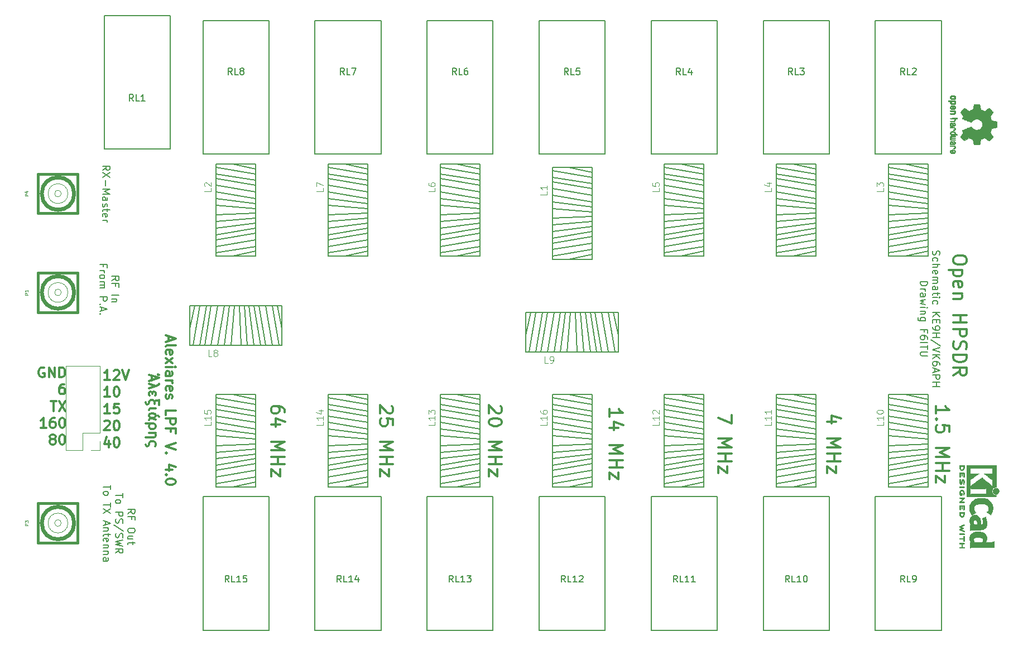
<source format=gbr>
%TF.GenerationSoftware,KiCad,Pcbnew,(5.1.5)-3*%
%TF.CreationDate,2020-05-03T15:54:47+02:00*%
%TF.ProjectId,LPF,4c50462e-6b69-4636-9164-5f7063625858,rev?*%
%TF.SameCoordinates,Original*%
%TF.FileFunction,Legend,Top*%
%TF.FilePolarity,Positive*%
%FSLAX46Y46*%
G04 Gerber Fmt 4.6, Leading zero omitted, Abs format (unit mm)*
G04 Created by KiCad (PCBNEW (5.1.5)-3) date 2020-05-03 15:54:47*
%MOMM*%
%LPD*%
G04 APERTURE LIST*
%ADD10C,0.300000*%
%ADD11C,0.200000*%
%ADD12C,0.010000*%
%ADD13C,0.150000*%
%ADD14C,0.120000*%
%ADD15C,0.381000*%
%ADD16C,0.099060*%
%ADD17C,0.125000*%
%ADD18C,0.100000*%
G04 APERTURE END LIST*
D10*
X201095238Y-79380952D02*
X201095238Y-79761904D01*
X201000000Y-79952380D01*
X200809523Y-80142857D01*
X200428571Y-80238095D01*
X199761904Y-80238095D01*
X199380952Y-80142857D01*
X199190476Y-79952380D01*
X199095238Y-79761904D01*
X199095238Y-79380952D01*
X199190476Y-79190476D01*
X199380952Y-79000000D01*
X199761904Y-78904761D01*
X200428571Y-78904761D01*
X200809523Y-79000000D01*
X201000000Y-79190476D01*
X201095238Y-79380952D01*
X200428571Y-81095238D02*
X198428571Y-81095238D01*
X200333333Y-81095238D02*
X200428571Y-81285714D01*
X200428571Y-81666666D01*
X200333333Y-81857142D01*
X200238095Y-81952380D01*
X200047619Y-82047619D01*
X199476190Y-82047619D01*
X199285714Y-81952380D01*
X199190476Y-81857142D01*
X199095238Y-81666666D01*
X199095238Y-81285714D01*
X199190476Y-81095238D01*
X199190476Y-83666666D02*
X199095238Y-83476190D01*
X199095238Y-83095238D01*
X199190476Y-82904761D01*
X199380952Y-82809523D01*
X200142857Y-82809523D01*
X200333333Y-82904761D01*
X200428571Y-83095238D01*
X200428571Y-83476190D01*
X200333333Y-83666666D01*
X200142857Y-83761904D01*
X199952380Y-83761904D01*
X199761904Y-82809523D01*
X200428571Y-84619047D02*
X199095238Y-84619047D01*
X200238095Y-84619047D02*
X200333333Y-84714285D01*
X200428571Y-84904761D01*
X200428571Y-85190476D01*
X200333333Y-85380952D01*
X200142857Y-85476190D01*
X199095238Y-85476190D01*
X199095238Y-87952380D02*
X201095238Y-87952380D01*
X200142857Y-87952380D02*
X200142857Y-89095238D01*
X199095238Y-89095238D02*
X201095238Y-89095238D01*
X199095238Y-90047619D02*
X201095238Y-90047619D01*
X201095238Y-90809523D01*
X201000000Y-91000000D01*
X200904761Y-91095238D01*
X200714285Y-91190476D01*
X200428571Y-91190476D01*
X200238095Y-91095238D01*
X200142857Y-91000000D01*
X200047619Y-90809523D01*
X200047619Y-90047619D01*
X199190476Y-91952380D02*
X199095238Y-92238095D01*
X199095238Y-92714285D01*
X199190476Y-92904761D01*
X199285714Y-93000000D01*
X199476190Y-93095238D01*
X199666666Y-93095238D01*
X199857142Y-93000000D01*
X199952380Y-92904761D01*
X200047619Y-92714285D01*
X200142857Y-92333333D01*
X200238095Y-92142857D01*
X200333333Y-92047619D01*
X200523809Y-91952380D01*
X200714285Y-91952380D01*
X200904761Y-92047619D01*
X201000000Y-92142857D01*
X201095238Y-92333333D01*
X201095238Y-92809523D01*
X201000000Y-93095238D01*
X199095238Y-93952380D02*
X201095238Y-93952380D01*
X201095238Y-94428571D01*
X201000000Y-94714285D01*
X200809523Y-94904761D01*
X200619047Y-95000000D01*
X200238095Y-95095238D01*
X199952380Y-95095238D01*
X199571428Y-95000000D01*
X199380952Y-94904761D01*
X199190476Y-94714285D01*
X199095238Y-94428571D01*
X199095238Y-93952380D01*
X199095238Y-97095238D02*
X200047619Y-96428571D01*
X199095238Y-95952380D02*
X201095238Y-95952380D01*
X201095238Y-96714285D01*
X201000000Y-96904761D01*
X200904761Y-97000000D01*
X200714285Y-97095238D01*
X200428571Y-97095238D01*
X200238095Y-97000000D01*
X200142857Y-96904761D01*
X200047619Y-96714285D01*
X200047619Y-95952380D01*
X130404761Y-101714285D02*
X130500000Y-101809523D01*
X130595238Y-102000000D01*
X130595238Y-102476190D01*
X130500000Y-102666666D01*
X130404761Y-102761904D01*
X130214285Y-102857142D01*
X130023809Y-102857142D01*
X129738095Y-102761904D01*
X128595238Y-101619047D01*
X128595238Y-102857142D01*
X130595238Y-104095238D02*
X130595238Y-104285714D01*
X130500000Y-104476190D01*
X130404761Y-104571428D01*
X130214285Y-104666666D01*
X129833333Y-104761904D01*
X129357142Y-104761904D01*
X128976190Y-104666666D01*
X128785714Y-104571428D01*
X128690476Y-104476190D01*
X128595238Y-104285714D01*
X128595238Y-104095238D01*
X128690476Y-103904761D01*
X128785714Y-103809523D01*
X128976190Y-103714285D01*
X129357142Y-103619047D01*
X129833333Y-103619047D01*
X130214285Y-103714285D01*
X130404761Y-103809523D01*
X130500000Y-103904761D01*
X130595238Y-104095238D01*
X128595238Y-107142857D02*
X130595238Y-107142857D01*
X129166666Y-107809523D01*
X130595238Y-108476190D01*
X128595238Y-108476190D01*
X128595238Y-109428571D02*
X130595238Y-109428571D01*
X129642857Y-109428571D02*
X129642857Y-110571428D01*
X128595238Y-110571428D02*
X130595238Y-110571428D01*
X129928571Y-111333333D02*
X129928571Y-112380952D01*
X128595238Y-111333333D01*
X128595238Y-112380952D01*
X113904761Y-101714285D02*
X114000000Y-101809523D01*
X114095238Y-102000000D01*
X114095238Y-102476190D01*
X114000000Y-102666666D01*
X113904761Y-102761904D01*
X113714285Y-102857142D01*
X113523809Y-102857142D01*
X113238095Y-102761904D01*
X112095238Y-101619047D01*
X112095238Y-102857142D01*
X114095238Y-104666666D02*
X114095238Y-103714285D01*
X113142857Y-103619047D01*
X113238095Y-103714285D01*
X113333333Y-103904761D01*
X113333333Y-104380952D01*
X113238095Y-104571428D01*
X113142857Y-104666666D01*
X112952380Y-104761904D01*
X112476190Y-104761904D01*
X112285714Y-104666666D01*
X112190476Y-104571428D01*
X112095238Y-104380952D01*
X112095238Y-103904761D01*
X112190476Y-103714285D01*
X112285714Y-103619047D01*
X112095238Y-107142857D02*
X114095238Y-107142857D01*
X112666666Y-107809523D01*
X114095238Y-108476190D01*
X112095238Y-108476190D01*
X112095238Y-109428571D02*
X114095238Y-109428571D01*
X113142857Y-109428571D02*
X113142857Y-110571428D01*
X112095238Y-110571428D02*
X114095238Y-110571428D01*
X113428571Y-111333333D02*
X113428571Y-112380952D01*
X112095238Y-111333333D01*
X112095238Y-112380952D01*
X97595238Y-102666666D02*
X97595238Y-102285714D01*
X97500000Y-102095238D01*
X97404761Y-102000000D01*
X97119047Y-101809523D01*
X96738095Y-101714285D01*
X95976190Y-101714285D01*
X95785714Y-101809523D01*
X95690476Y-101904761D01*
X95595238Y-102095238D01*
X95595238Y-102476190D01*
X95690476Y-102666666D01*
X95785714Y-102761904D01*
X95976190Y-102857142D01*
X96452380Y-102857142D01*
X96642857Y-102761904D01*
X96738095Y-102666666D01*
X96833333Y-102476190D01*
X96833333Y-102095238D01*
X96738095Y-101904761D01*
X96642857Y-101809523D01*
X96452380Y-101714285D01*
X96928571Y-104571428D02*
X95595238Y-104571428D01*
X97690476Y-104095238D02*
X96261904Y-103619047D01*
X96261904Y-104857142D01*
X95595238Y-107142857D02*
X97595238Y-107142857D01*
X96166666Y-107809523D01*
X97595238Y-108476190D01*
X95595238Y-108476190D01*
X95595238Y-109428571D02*
X97595238Y-109428571D01*
X96642857Y-109428571D02*
X96642857Y-110571428D01*
X95595238Y-110571428D02*
X97595238Y-110571428D01*
X96928571Y-111333333D02*
X96928571Y-112380952D01*
X95595238Y-111333333D01*
X95595238Y-112380952D01*
X196445238Y-102880952D02*
X196445238Y-101738095D01*
X196445238Y-102309523D02*
X198445238Y-102309523D01*
X198159523Y-102119047D01*
X197969047Y-101928571D01*
X197873809Y-101738095D01*
X196635714Y-103738095D02*
X196540476Y-103833333D01*
X196445238Y-103738095D01*
X196540476Y-103642857D01*
X196635714Y-103738095D01*
X196445238Y-103738095D01*
X198445238Y-105642857D02*
X198445238Y-104690476D01*
X197492857Y-104595238D01*
X197588095Y-104690476D01*
X197683333Y-104880952D01*
X197683333Y-105357142D01*
X197588095Y-105547619D01*
X197492857Y-105642857D01*
X197302380Y-105738095D01*
X196826190Y-105738095D01*
X196635714Y-105642857D01*
X196540476Y-105547619D01*
X196445238Y-105357142D01*
X196445238Y-104880952D01*
X196540476Y-104690476D01*
X196635714Y-104595238D01*
X196445238Y-108119047D02*
X198445238Y-108119047D01*
X197016666Y-108785714D01*
X198445238Y-109452380D01*
X196445238Y-109452380D01*
X196445238Y-110404761D02*
X198445238Y-110404761D01*
X197492857Y-110404761D02*
X197492857Y-111547619D01*
X196445238Y-111547619D02*
X198445238Y-111547619D01*
X197778571Y-112309523D02*
X197778571Y-113357142D01*
X196445238Y-112309523D01*
X196445238Y-113357142D01*
X181278571Y-104119047D02*
X179945238Y-104119047D01*
X182040476Y-103642857D02*
X180611904Y-103166666D01*
X180611904Y-104404761D01*
X179945238Y-106690476D02*
X181945238Y-106690476D01*
X180516666Y-107357142D01*
X181945238Y-108023809D01*
X179945238Y-108023809D01*
X179945238Y-108976190D02*
X181945238Y-108976190D01*
X180992857Y-108976190D02*
X180992857Y-110119047D01*
X179945238Y-110119047D02*
X181945238Y-110119047D01*
X181278571Y-110880952D02*
X181278571Y-111928571D01*
X179945238Y-110880952D01*
X179945238Y-111928571D01*
X165445238Y-103071428D02*
X165445238Y-104404761D01*
X163445238Y-103547619D01*
X163445238Y-106690476D02*
X165445238Y-106690476D01*
X164016666Y-107357142D01*
X165445238Y-108023809D01*
X163445238Y-108023809D01*
X163445238Y-108976190D02*
X165445238Y-108976190D01*
X164492857Y-108976190D02*
X164492857Y-110119047D01*
X163445238Y-110119047D02*
X165445238Y-110119047D01*
X164778571Y-110880952D02*
X164778571Y-111928571D01*
X163445238Y-110880952D01*
X163445238Y-111928571D01*
X146945238Y-103357142D02*
X146945238Y-102214285D01*
X146945238Y-102785714D02*
X148945238Y-102785714D01*
X148659523Y-102595238D01*
X148469047Y-102404761D01*
X148373809Y-102214285D01*
X148278571Y-105071428D02*
X146945238Y-105071428D01*
X149040476Y-104595238D02*
X147611904Y-104119047D01*
X147611904Y-105357142D01*
X146945238Y-107642857D02*
X148945238Y-107642857D01*
X147516666Y-108309523D01*
X148945238Y-108976190D01*
X146945238Y-108976190D01*
X146945238Y-109928571D02*
X148945238Y-109928571D01*
X147992857Y-109928571D02*
X147992857Y-111071428D01*
X146945238Y-111071428D02*
X148945238Y-111071428D01*
X148278571Y-111833333D02*
X148278571Y-112880952D01*
X146945238Y-111833333D01*
X146945238Y-112880952D01*
D11*
X195979761Y-78180952D02*
X195927380Y-78338095D01*
X195927380Y-78600000D01*
X195979761Y-78704761D01*
X196032142Y-78757142D01*
X196136904Y-78809523D01*
X196241666Y-78809523D01*
X196346428Y-78757142D01*
X196398809Y-78704761D01*
X196451190Y-78600000D01*
X196503571Y-78390476D01*
X196555952Y-78285714D01*
X196608333Y-78233333D01*
X196713095Y-78180952D01*
X196817857Y-78180952D01*
X196922619Y-78233333D01*
X196975000Y-78285714D01*
X197027380Y-78390476D01*
X197027380Y-78652380D01*
X196975000Y-78809523D01*
X195979761Y-79752380D02*
X195927380Y-79647619D01*
X195927380Y-79438095D01*
X195979761Y-79333333D01*
X196032142Y-79280952D01*
X196136904Y-79228571D01*
X196451190Y-79228571D01*
X196555952Y-79280952D01*
X196608333Y-79333333D01*
X196660714Y-79438095D01*
X196660714Y-79647619D01*
X196608333Y-79752380D01*
X195927380Y-80223809D02*
X197027380Y-80223809D01*
X195927380Y-80695238D02*
X196503571Y-80695238D01*
X196608333Y-80642857D01*
X196660714Y-80538095D01*
X196660714Y-80380952D01*
X196608333Y-80276190D01*
X196555952Y-80223809D01*
X195979761Y-81638095D02*
X195927380Y-81533333D01*
X195927380Y-81323809D01*
X195979761Y-81219047D01*
X196084523Y-81166666D01*
X196503571Y-81166666D01*
X196608333Y-81219047D01*
X196660714Y-81323809D01*
X196660714Y-81533333D01*
X196608333Y-81638095D01*
X196503571Y-81690476D01*
X196398809Y-81690476D01*
X196294047Y-81166666D01*
X195927380Y-82161904D02*
X196660714Y-82161904D01*
X196555952Y-82161904D02*
X196608333Y-82214285D01*
X196660714Y-82319047D01*
X196660714Y-82476190D01*
X196608333Y-82580952D01*
X196503571Y-82633333D01*
X195927380Y-82633333D01*
X196503571Y-82633333D02*
X196608333Y-82685714D01*
X196660714Y-82790476D01*
X196660714Y-82947619D01*
X196608333Y-83052380D01*
X196503571Y-83104761D01*
X195927380Y-83104761D01*
X195927380Y-84100000D02*
X196503571Y-84100000D01*
X196608333Y-84047619D01*
X196660714Y-83942857D01*
X196660714Y-83733333D01*
X196608333Y-83628571D01*
X195979761Y-84100000D02*
X195927380Y-83995238D01*
X195927380Y-83733333D01*
X195979761Y-83628571D01*
X196084523Y-83576190D01*
X196189285Y-83576190D01*
X196294047Y-83628571D01*
X196346428Y-83733333D01*
X196346428Y-83995238D01*
X196398809Y-84100000D01*
X196660714Y-84466666D02*
X196660714Y-84885714D01*
X197027380Y-84623809D02*
X196084523Y-84623809D01*
X195979761Y-84676190D01*
X195927380Y-84780952D01*
X195927380Y-84885714D01*
X195927380Y-85252380D02*
X196660714Y-85252380D01*
X197027380Y-85252380D02*
X196975000Y-85200000D01*
X196922619Y-85252380D01*
X196975000Y-85304761D01*
X197027380Y-85252380D01*
X196922619Y-85252380D01*
X195979761Y-86247619D02*
X195927380Y-86142857D01*
X195927380Y-85933333D01*
X195979761Y-85828571D01*
X196032142Y-85776190D01*
X196136904Y-85723809D01*
X196451190Y-85723809D01*
X196555952Y-85776190D01*
X196608333Y-85828571D01*
X196660714Y-85933333D01*
X196660714Y-86142857D01*
X196608333Y-86247619D01*
X195927380Y-87557142D02*
X197027380Y-87557142D01*
X195927380Y-88185714D02*
X196555952Y-87714285D01*
X197027380Y-88185714D02*
X196398809Y-87557142D01*
X196503571Y-88657142D02*
X196503571Y-89023809D01*
X195927380Y-89180952D02*
X195927380Y-88657142D01*
X197027380Y-88657142D01*
X197027380Y-89180952D01*
X195927380Y-89704761D02*
X195927380Y-89914285D01*
X195979761Y-90019047D01*
X196032142Y-90071428D01*
X196189285Y-90176190D01*
X196398809Y-90228571D01*
X196817857Y-90228571D01*
X196922619Y-90176190D01*
X196975000Y-90123809D01*
X197027380Y-90019047D01*
X197027380Y-89809523D01*
X196975000Y-89704761D01*
X196922619Y-89652380D01*
X196817857Y-89600000D01*
X196555952Y-89600000D01*
X196451190Y-89652380D01*
X196398809Y-89704761D01*
X196346428Y-89809523D01*
X196346428Y-90019047D01*
X196398809Y-90123809D01*
X196451190Y-90176190D01*
X196555952Y-90228571D01*
X195927380Y-90700000D02*
X197027380Y-90700000D01*
X196503571Y-90700000D02*
X196503571Y-91328571D01*
X195927380Y-91328571D02*
X197027380Y-91328571D01*
X197079761Y-92638095D02*
X195665476Y-91695238D01*
X197027380Y-92847619D02*
X195927380Y-93214285D01*
X197027380Y-93580952D01*
X195927380Y-93947619D02*
X197027380Y-93947619D01*
X195927380Y-94576190D02*
X196555952Y-94104761D01*
X197027380Y-94576190D02*
X196398809Y-93947619D01*
X197027380Y-95519047D02*
X197027380Y-95309523D01*
X196975000Y-95204761D01*
X196922619Y-95152380D01*
X196765476Y-95047619D01*
X196555952Y-94995238D01*
X196136904Y-94995238D01*
X196032142Y-95047619D01*
X195979761Y-95100000D01*
X195927380Y-95204761D01*
X195927380Y-95414285D01*
X195979761Y-95519047D01*
X196032142Y-95571428D01*
X196136904Y-95623809D01*
X196398809Y-95623809D01*
X196503571Y-95571428D01*
X196555952Y-95519047D01*
X196608333Y-95414285D01*
X196608333Y-95204761D01*
X196555952Y-95100000D01*
X196503571Y-95047619D01*
X196398809Y-94995238D01*
X196241666Y-96042857D02*
X196241666Y-96566666D01*
X195927380Y-95938095D02*
X197027380Y-96304761D01*
X195927380Y-96671428D01*
X195927380Y-97038095D02*
X197027380Y-97038095D01*
X197027380Y-97457142D01*
X196975000Y-97561904D01*
X196922619Y-97614285D01*
X196817857Y-97666666D01*
X196660714Y-97666666D01*
X196555952Y-97614285D01*
X196503571Y-97561904D01*
X196451190Y-97457142D01*
X196451190Y-97038095D01*
X195927380Y-98138095D02*
X197027380Y-98138095D01*
X196503571Y-98138095D02*
X196503571Y-98766666D01*
X195927380Y-98766666D02*
X197027380Y-98766666D01*
X194077380Y-82869047D02*
X195177380Y-82869047D01*
X195177380Y-83130952D01*
X195125000Y-83288095D01*
X195020238Y-83392857D01*
X194915476Y-83445238D01*
X194705952Y-83497619D01*
X194548809Y-83497619D01*
X194339285Y-83445238D01*
X194234523Y-83392857D01*
X194129761Y-83288095D01*
X194077380Y-83130952D01*
X194077380Y-82869047D01*
X194077380Y-83969047D02*
X194810714Y-83969047D01*
X194601190Y-83969047D02*
X194705952Y-84021428D01*
X194758333Y-84073809D01*
X194810714Y-84178571D01*
X194810714Y-84283333D01*
X194077380Y-85121428D02*
X194653571Y-85121428D01*
X194758333Y-85069047D01*
X194810714Y-84964285D01*
X194810714Y-84754761D01*
X194758333Y-84650000D01*
X194129761Y-85121428D02*
X194077380Y-85016666D01*
X194077380Y-84754761D01*
X194129761Y-84650000D01*
X194234523Y-84597619D01*
X194339285Y-84597619D01*
X194444047Y-84650000D01*
X194496428Y-84754761D01*
X194496428Y-85016666D01*
X194548809Y-85121428D01*
X194810714Y-85540476D02*
X194077380Y-85750000D01*
X194601190Y-85959523D01*
X194077380Y-86169047D01*
X194810714Y-86378571D01*
X194077380Y-86797619D02*
X194810714Y-86797619D01*
X195177380Y-86797619D02*
X195125000Y-86745238D01*
X195072619Y-86797619D01*
X195125000Y-86850000D01*
X195177380Y-86797619D01*
X195072619Y-86797619D01*
X194810714Y-87321428D02*
X194077380Y-87321428D01*
X194705952Y-87321428D02*
X194758333Y-87373809D01*
X194810714Y-87478571D01*
X194810714Y-87635714D01*
X194758333Y-87740476D01*
X194653571Y-87792857D01*
X194077380Y-87792857D01*
X194810714Y-88788095D02*
X193920238Y-88788095D01*
X193815476Y-88735714D01*
X193763095Y-88683333D01*
X193710714Y-88578571D01*
X193710714Y-88421428D01*
X193763095Y-88316666D01*
X194129761Y-88788095D02*
X194077380Y-88683333D01*
X194077380Y-88473809D01*
X194129761Y-88369047D01*
X194182142Y-88316666D01*
X194286904Y-88264285D01*
X194601190Y-88264285D01*
X194705952Y-88316666D01*
X194758333Y-88369047D01*
X194810714Y-88473809D01*
X194810714Y-88683333D01*
X194758333Y-88788095D01*
X194653571Y-90516666D02*
X194653571Y-90150000D01*
X194077380Y-90150000D02*
X195177380Y-90150000D01*
X195177380Y-90673809D01*
X195177380Y-91564285D02*
X195177380Y-91354761D01*
X195125000Y-91250000D01*
X195072619Y-91197619D01*
X194915476Y-91092857D01*
X194705952Y-91040476D01*
X194286904Y-91040476D01*
X194182142Y-91092857D01*
X194129761Y-91145238D01*
X194077380Y-91250000D01*
X194077380Y-91459523D01*
X194129761Y-91564285D01*
X194182142Y-91616666D01*
X194286904Y-91669047D01*
X194548809Y-91669047D01*
X194653571Y-91616666D01*
X194705952Y-91564285D01*
X194758333Y-91459523D01*
X194758333Y-91250000D01*
X194705952Y-91145238D01*
X194653571Y-91092857D01*
X194548809Y-91040476D01*
X194077380Y-92140476D02*
X195177380Y-92140476D01*
X195177380Y-92507142D02*
X195177380Y-93135714D01*
X194077380Y-92821428D02*
X195177380Y-92821428D01*
X195177380Y-93502380D02*
X194286904Y-93502380D01*
X194182142Y-93554761D01*
X194129761Y-93607142D01*
X194077380Y-93711904D01*
X194077380Y-93921428D01*
X194129761Y-94026190D01*
X194182142Y-94078571D01*
X194286904Y-94130952D01*
X195177380Y-94130952D01*
X70002380Y-65938095D02*
X70526190Y-65571428D01*
X70002380Y-65309523D02*
X71102380Y-65309523D01*
X71102380Y-65728571D01*
X71050000Y-65833333D01*
X70997619Y-65885714D01*
X70892857Y-65938095D01*
X70735714Y-65938095D01*
X70630952Y-65885714D01*
X70578571Y-65833333D01*
X70526190Y-65728571D01*
X70526190Y-65309523D01*
X71102380Y-66304761D02*
X70002380Y-67038095D01*
X71102380Y-67038095D02*
X70002380Y-66304761D01*
X70421428Y-67457142D02*
X70421428Y-68295238D01*
X70002380Y-68819047D02*
X71102380Y-68819047D01*
X70316666Y-69185714D01*
X71102380Y-69552380D01*
X70002380Y-69552380D01*
X70002380Y-70547619D02*
X70578571Y-70547619D01*
X70683333Y-70495238D01*
X70735714Y-70390476D01*
X70735714Y-70180952D01*
X70683333Y-70076190D01*
X70054761Y-70547619D02*
X70002380Y-70442857D01*
X70002380Y-70180952D01*
X70054761Y-70076190D01*
X70159523Y-70023809D01*
X70264285Y-70023809D01*
X70369047Y-70076190D01*
X70421428Y-70180952D01*
X70421428Y-70442857D01*
X70473809Y-70547619D01*
X70054761Y-71019047D02*
X70002380Y-71123809D01*
X70002380Y-71333333D01*
X70054761Y-71438095D01*
X70159523Y-71490476D01*
X70211904Y-71490476D01*
X70316666Y-71438095D01*
X70369047Y-71333333D01*
X70369047Y-71176190D01*
X70421428Y-71071428D01*
X70526190Y-71019047D01*
X70578571Y-71019047D01*
X70683333Y-71071428D01*
X70735714Y-71176190D01*
X70735714Y-71333333D01*
X70683333Y-71438095D01*
X70735714Y-71804761D02*
X70735714Y-72223809D01*
X71102380Y-71961904D02*
X70159523Y-71961904D01*
X70054761Y-72014285D01*
X70002380Y-72119047D01*
X70002380Y-72223809D01*
X70054761Y-73009523D02*
X70002380Y-72904761D01*
X70002380Y-72695238D01*
X70054761Y-72590476D01*
X70159523Y-72538095D01*
X70578571Y-72538095D01*
X70683333Y-72590476D01*
X70735714Y-72695238D01*
X70735714Y-72904761D01*
X70683333Y-73009523D01*
X70578571Y-73061904D01*
X70473809Y-73061904D01*
X70369047Y-72538095D01*
X70002380Y-73533333D02*
X70735714Y-73533333D01*
X70526190Y-73533333D02*
X70630952Y-73585714D01*
X70683333Y-73638095D01*
X70735714Y-73742857D01*
X70735714Y-73847619D01*
X71427380Y-82690476D02*
X71951190Y-82323809D01*
X71427380Y-82061904D02*
X72527380Y-82061904D01*
X72527380Y-82480952D01*
X72475000Y-82585714D01*
X72422619Y-82638095D01*
X72317857Y-82690476D01*
X72160714Y-82690476D01*
X72055952Y-82638095D01*
X72003571Y-82585714D01*
X71951190Y-82480952D01*
X71951190Y-82061904D01*
X72003571Y-83528571D02*
X72003571Y-83161904D01*
X71427380Y-83161904D02*
X72527380Y-83161904D01*
X72527380Y-83685714D01*
X71427380Y-84942857D02*
X72527380Y-84942857D01*
X72160714Y-85466666D02*
X71427380Y-85466666D01*
X72055952Y-85466666D02*
X72108333Y-85519047D01*
X72160714Y-85623809D01*
X72160714Y-85780952D01*
X72108333Y-85885714D01*
X72003571Y-85938095D01*
X71427380Y-85938095D01*
X70153571Y-80621428D02*
X70153571Y-80254761D01*
X69577380Y-80254761D02*
X70677380Y-80254761D01*
X70677380Y-80778571D01*
X69577380Y-81197619D02*
X70310714Y-81197619D01*
X70101190Y-81197619D02*
X70205952Y-81250000D01*
X70258333Y-81302380D01*
X70310714Y-81407142D01*
X70310714Y-81511904D01*
X69577380Y-82035714D02*
X69629761Y-81930952D01*
X69682142Y-81878571D01*
X69786904Y-81826190D01*
X70101190Y-81826190D01*
X70205952Y-81878571D01*
X70258333Y-81930952D01*
X70310714Y-82035714D01*
X70310714Y-82192857D01*
X70258333Y-82297619D01*
X70205952Y-82350000D01*
X70101190Y-82402380D01*
X69786904Y-82402380D01*
X69682142Y-82350000D01*
X69629761Y-82297619D01*
X69577380Y-82192857D01*
X69577380Y-82035714D01*
X69577380Y-82873809D02*
X70310714Y-82873809D01*
X70205952Y-82873809D02*
X70258333Y-82926190D01*
X70310714Y-83030952D01*
X70310714Y-83188095D01*
X70258333Y-83292857D01*
X70153571Y-83345238D01*
X69577380Y-83345238D01*
X70153571Y-83345238D02*
X70258333Y-83397619D01*
X70310714Y-83502380D01*
X70310714Y-83659523D01*
X70258333Y-83764285D01*
X70153571Y-83816666D01*
X69577380Y-83816666D01*
X69577380Y-85178571D02*
X70677380Y-85178571D01*
X70677380Y-85597619D01*
X70625000Y-85702380D01*
X70572619Y-85754761D01*
X70467857Y-85807142D01*
X70310714Y-85807142D01*
X70205952Y-85754761D01*
X70153571Y-85702380D01*
X70101190Y-85597619D01*
X70101190Y-85178571D01*
X69682142Y-86278571D02*
X69629761Y-86330952D01*
X69577380Y-86278571D01*
X69629761Y-86226190D01*
X69682142Y-86278571D01*
X69577380Y-86278571D01*
X69891666Y-86750000D02*
X69891666Y-87273809D01*
X69577380Y-86645238D02*
X70677380Y-87011904D01*
X69577380Y-87378571D01*
X69682142Y-87745238D02*
X69629761Y-87797619D01*
X69577380Y-87745238D01*
X69629761Y-87692857D01*
X69682142Y-87745238D01*
X69577380Y-87745238D01*
X73852380Y-118061904D02*
X74376190Y-117695238D01*
X73852380Y-117433333D02*
X74952380Y-117433333D01*
X74952380Y-117852380D01*
X74900000Y-117957142D01*
X74847619Y-118009523D01*
X74742857Y-118061904D01*
X74585714Y-118061904D01*
X74480952Y-118009523D01*
X74428571Y-117957142D01*
X74376190Y-117852380D01*
X74376190Y-117433333D01*
X74428571Y-118900000D02*
X74428571Y-118533333D01*
X73852380Y-118533333D02*
X74952380Y-118533333D01*
X74952380Y-119057142D01*
X74952380Y-120523809D02*
X74952380Y-120733333D01*
X74900000Y-120838095D01*
X74795238Y-120942857D01*
X74585714Y-120995238D01*
X74219047Y-120995238D01*
X74009523Y-120942857D01*
X73904761Y-120838095D01*
X73852380Y-120733333D01*
X73852380Y-120523809D01*
X73904761Y-120419047D01*
X74009523Y-120314285D01*
X74219047Y-120261904D01*
X74585714Y-120261904D01*
X74795238Y-120314285D01*
X74900000Y-120419047D01*
X74952380Y-120523809D01*
X74585714Y-121938095D02*
X73852380Y-121938095D01*
X74585714Y-121466666D02*
X74009523Y-121466666D01*
X73904761Y-121519047D01*
X73852380Y-121623809D01*
X73852380Y-121780952D01*
X73904761Y-121885714D01*
X73957142Y-121938095D01*
X74585714Y-122304761D02*
X74585714Y-122723809D01*
X74952380Y-122461904D02*
X74009523Y-122461904D01*
X73904761Y-122514285D01*
X73852380Y-122619047D01*
X73852380Y-122723809D01*
X73102380Y-114997619D02*
X73102380Y-115626190D01*
X72002380Y-115311904D02*
X73102380Y-115311904D01*
X72002380Y-116150000D02*
X72054761Y-116045238D01*
X72107142Y-115992857D01*
X72211904Y-115940476D01*
X72526190Y-115940476D01*
X72630952Y-115992857D01*
X72683333Y-116045238D01*
X72735714Y-116150000D01*
X72735714Y-116307142D01*
X72683333Y-116411904D01*
X72630952Y-116464285D01*
X72526190Y-116516666D01*
X72211904Y-116516666D01*
X72107142Y-116464285D01*
X72054761Y-116411904D01*
X72002380Y-116307142D01*
X72002380Y-116150000D01*
X72002380Y-117826190D02*
X73102380Y-117826190D01*
X73102380Y-118245238D01*
X73050000Y-118350000D01*
X72997619Y-118402380D01*
X72892857Y-118454761D01*
X72735714Y-118454761D01*
X72630952Y-118402380D01*
X72578571Y-118350000D01*
X72526190Y-118245238D01*
X72526190Y-117826190D01*
X72054761Y-118873809D02*
X72002380Y-119030952D01*
X72002380Y-119292857D01*
X72054761Y-119397619D01*
X72107142Y-119450000D01*
X72211904Y-119502380D01*
X72316666Y-119502380D01*
X72421428Y-119450000D01*
X72473809Y-119397619D01*
X72526190Y-119292857D01*
X72578571Y-119083333D01*
X72630952Y-118978571D01*
X72683333Y-118926190D01*
X72788095Y-118873809D01*
X72892857Y-118873809D01*
X72997619Y-118926190D01*
X73050000Y-118978571D01*
X73102380Y-119083333D01*
X73102380Y-119345238D01*
X73050000Y-119502380D01*
X73154761Y-120759523D02*
X71740476Y-119816666D01*
X72054761Y-121073809D02*
X72002380Y-121230952D01*
X72002380Y-121492857D01*
X72054761Y-121597619D01*
X72107142Y-121650000D01*
X72211904Y-121702380D01*
X72316666Y-121702380D01*
X72421428Y-121650000D01*
X72473809Y-121597619D01*
X72526190Y-121492857D01*
X72578571Y-121283333D01*
X72630952Y-121178571D01*
X72683333Y-121126190D01*
X72788095Y-121073809D01*
X72892857Y-121073809D01*
X72997619Y-121126190D01*
X73050000Y-121178571D01*
X73102380Y-121283333D01*
X73102380Y-121545238D01*
X73050000Y-121702380D01*
X73102380Y-122069047D02*
X72002380Y-122330952D01*
X72788095Y-122540476D01*
X72002380Y-122750000D01*
X73102380Y-123011904D01*
X72002380Y-124059523D02*
X72526190Y-123692857D01*
X72002380Y-123430952D02*
X73102380Y-123430952D01*
X73102380Y-123850000D01*
X73050000Y-123954761D01*
X72997619Y-124007142D01*
X72892857Y-124059523D01*
X72735714Y-124059523D01*
X72630952Y-124007142D01*
X72578571Y-123954761D01*
X72526190Y-123850000D01*
X72526190Y-123430952D01*
X71252380Y-113740476D02*
X71252380Y-114369047D01*
X70152380Y-114054761D02*
X71252380Y-114054761D01*
X70152380Y-114892857D02*
X70204761Y-114788095D01*
X70257142Y-114735714D01*
X70361904Y-114683333D01*
X70676190Y-114683333D01*
X70780952Y-114735714D01*
X70833333Y-114788095D01*
X70885714Y-114892857D01*
X70885714Y-115050000D01*
X70833333Y-115154761D01*
X70780952Y-115207142D01*
X70676190Y-115259523D01*
X70361904Y-115259523D01*
X70257142Y-115207142D01*
X70204761Y-115154761D01*
X70152380Y-115050000D01*
X70152380Y-114892857D01*
X71252380Y-116411904D02*
X71252380Y-117040476D01*
X70152380Y-116726190D02*
X71252380Y-116726190D01*
X71252380Y-117302380D02*
X70152380Y-118035714D01*
X71252380Y-118035714D02*
X70152380Y-117302380D01*
X70466666Y-119240476D02*
X70466666Y-119764285D01*
X70152380Y-119135714D02*
X71252380Y-119502380D01*
X70152380Y-119869047D01*
X70885714Y-120235714D02*
X70152380Y-120235714D01*
X70780952Y-120235714D02*
X70833333Y-120288095D01*
X70885714Y-120392857D01*
X70885714Y-120550000D01*
X70833333Y-120654761D01*
X70728571Y-120707142D01*
X70152380Y-120707142D01*
X70885714Y-121073809D02*
X70885714Y-121492857D01*
X71252380Y-121230952D02*
X70309523Y-121230952D01*
X70204761Y-121283333D01*
X70152380Y-121388095D01*
X70152380Y-121492857D01*
X70204761Y-122278571D02*
X70152380Y-122173809D01*
X70152380Y-121964285D01*
X70204761Y-121859523D01*
X70309523Y-121807142D01*
X70728571Y-121807142D01*
X70833333Y-121859523D01*
X70885714Y-121964285D01*
X70885714Y-122173809D01*
X70833333Y-122278571D01*
X70728571Y-122330952D01*
X70623809Y-122330952D01*
X70519047Y-121807142D01*
X70885714Y-122802380D02*
X70152380Y-122802380D01*
X70780952Y-122802380D02*
X70833333Y-122854761D01*
X70885714Y-122959523D01*
X70885714Y-123116666D01*
X70833333Y-123221428D01*
X70728571Y-123273809D01*
X70152380Y-123273809D01*
X70885714Y-123797619D02*
X70152380Y-123797619D01*
X70780952Y-123797619D02*
X70833333Y-123850000D01*
X70885714Y-123954761D01*
X70885714Y-124111904D01*
X70833333Y-124216666D01*
X70728571Y-124269047D01*
X70152380Y-124269047D01*
X70152380Y-125264285D02*
X70728571Y-125264285D01*
X70833333Y-125211904D01*
X70885714Y-125107142D01*
X70885714Y-124897619D01*
X70833333Y-124792857D01*
X70204761Y-125264285D02*
X70152380Y-125159523D01*
X70152380Y-124897619D01*
X70204761Y-124792857D01*
X70309523Y-124740476D01*
X70414285Y-124740476D01*
X70519047Y-124792857D01*
X70571428Y-124897619D01*
X70571428Y-125159523D01*
X70623809Y-125264285D01*
D10*
X80025000Y-91150000D02*
X80025000Y-91864285D01*
X79596428Y-91007142D02*
X81096428Y-91507142D01*
X79596428Y-92007142D01*
X79596428Y-92721428D02*
X79667857Y-92578571D01*
X79810714Y-92507142D01*
X81096428Y-92507142D01*
X79667857Y-93864285D02*
X79596428Y-93721428D01*
X79596428Y-93435714D01*
X79667857Y-93292857D01*
X79810714Y-93221428D01*
X80382142Y-93221428D01*
X80525000Y-93292857D01*
X80596428Y-93435714D01*
X80596428Y-93721428D01*
X80525000Y-93864285D01*
X80382142Y-93935714D01*
X80239285Y-93935714D01*
X80096428Y-93221428D01*
X79596428Y-94435714D02*
X80596428Y-95221428D01*
X80596428Y-94435714D02*
X79596428Y-95221428D01*
X79596428Y-95792857D02*
X80596428Y-95792857D01*
X81096428Y-95792857D02*
X81025000Y-95721428D01*
X80953571Y-95792857D01*
X81025000Y-95864285D01*
X81096428Y-95792857D01*
X80953571Y-95792857D01*
X79596428Y-97150000D02*
X80382142Y-97150000D01*
X80525000Y-97078571D01*
X80596428Y-96935714D01*
X80596428Y-96650000D01*
X80525000Y-96507142D01*
X79667857Y-97150000D02*
X79596428Y-97007142D01*
X79596428Y-96650000D01*
X79667857Y-96507142D01*
X79810714Y-96435714D01*
X79953571Y-96435714D01*
X80096428Y-96507142D01*
X80167857Y-96650000D01*
X80167857Y-97007142D01*
X80239285Y-97150000D01*
X79596428Y-97864285D02*
X80596428Y-97864285D01*
X80310714Y-97864285D02*
X80453571Y-97935714D01*
X80525000Y-98007142D01*
X80596428Y-98150000D01*
X80596428Y-98292857D01*
X79667857Y-99364285D02*
X79596428Y-99221428D01*
X79596428Y-98935714D01*
X79667857Y-98792857D01*
X79810714Y-98721428D01*
X80382142Y-98721428D01*
X80525000Y-98792857D01*
X80596428Y-98935714D01*
X80596428Y-99221428D01*
X80525000Y-99364285D01*
X80382142Y-99435714D01*
X80239285Y-99435714D01*
X80096428Y-98721428D01*
X79667857Y-100007142D02*
X79596428Y-100150000D01*
X79596428Y-100435714D01*
X79667857Y-100578571D01*
X79810714Y-100650000D01*
X79882142Y-100650000D01*
X80025000Y-100578571D01*
X80096428Y-100435714D01*
X80096428Y-100221428D01*
X80167857Y-100078571D01*
X80310714Y-100007142D01*
X80382142Y-100007142D01*
X80525000Y-100078571D01*
X80596428Y-100221428D01*
X80596428Y-100435714D01*
X80525000Y-100578571D01*
X79596428Y-103150000D02*
X79596428Y-102435714D01*
X81096428Y-102435714D01*
X79596428Y-103650000D02*
X81096428Y-103650000D01*
X81096428Y-104221428D01*
X81025000Y-104364285D01*
X80953571Y-104435714D01*
X80810714Y-104507142D01*
X80596428Y-104507142D01*
X80453571Y-104435714D01*
X80382142Y-104364285D01*
X80310714Y-104221428D01*
X80310714Y-103650000D01*
X80382142Y-105650000D02*
X80382142Y-105150000D01*
X79596428Y-105150000D02*
X81096428Y-105150000D01*
X81096428Y-105864285D01*
X81096428Y-107364285D02*
X79596428Y-107864285D01*
X81096428Y-108364285D01*
X79739285Y-108864285D02*
X79667857Y-108935714D01*
X79596428Y-108864285D01*
X79667857Y-108792857D01*
X79739285Y-108864285D01*
X79596428Y-108864285D01*
X80596428Y-111364285D02*
X79596428Y-111364285D01*
X81167857Y-111007142D02*
X80096428Y-110650000D01*
X80096428Y-111578571D01*
X79739285Y-112150000D02*
X79667857Y-112221428D01*
X79596428Y-112150000D01*
X79667857Y-112078571D01*
X79739285Y-112150000D01*
X79596428Y-112150000D01*
X81096428Y-113150000D02*
X81096428Y-113292857D01*
X81025000Y-113435714D01*
X80953571Y-113507142D01*
X80810714Y-113578571D01*
X80525000Y-113650000D01*
X80167857Y-113650000D01*
X79882142Y-113578571D01*
X79739285Y-113507142D01*
X79667857Y-113435714D01*
X79596428Y-113292857D01*
X79596428Y-113150000D01*
X79667857Y-113007142D01*
X79739285Y-112935714D01*
X79882142Y-112864285D01*
X80167857Y-112792857D01*
X80525000Y-112792857D01*
X80810714Y-112864285D01*
X80953571Y-112935714D01*
X81025000Y-113007142D01*
X81096428Y-113150000D01*
X77475000Y-97114285D02*
X77475000Y-97828571D01*
X77046428Y-96971428D02*
X78546428Y-97471428D01*
X77046428Y-97971428D01*
X78403571Y-96900000D02*
X78403571Y-96971428D01*
X78475000Y-97042857D01*
X78617857Y-97042857D01*
X78046428Y-98685714D02*
X77046428Y-98328571D01*
X78546428Y-98328571D02*
X78546428Y-98471428D01*
X78475000Y-98542857D01*
X78046428Y-98685714D01*
X77046428Y-99042857D01*
X77546428Y-99757142D02*
X77475000Y-99614285D01*
X77332142Y-99542857D01*
X77260714Y-99542857D01*
X77117857Y-99614285D01*
X77046428Y-99757142D01*
X77046428Y-100042857D01*
X77117857Y-100185714D01*
X77546428Y-99900000D02*
X77546428Y-99757142D01*
X77617857Y-99614285D01*
X77760714Y-99542857D01*
X77832142Y-99542857D01*
X77975000Y-99614285D01*
X78046428Y-99757142D01*
X78046428Y-100042857D01*
X77975000Y-100185714D01*
X78546428Y-100828571D02*
X78546428Y-101542857D01*
X78546428Y-101114285D02*
X78475000Y-100971428D01*
X78332142Y-100900000D01*
X78117857Y-100900000D01*
X77975000Y-100971428D01*
X77903571Y-101114285D01*
X77903571Y-101400000D01*
X77903571Y-101114285D02*
X77832142Y-100971428D01*
X77760714Y-100900000D01*
X77617857Y-100828571D01*
X77332142Y-100828571D01*
X77189285Y-100900000D01*
X77117857Y-100971428D01*
X77046428Y-101114285D01*
X77046428Y-101257142D01*
X76975000Y-101400000D01*
X76832142Y-101471428D01*
X76760714Y-101471428D01*
X76617857Y-101400000D01*
X76546428Y-101257142D01*
X76546428Y-101185714D01*
X78046428Y-102114285D02*
X77260714Y-102114285D01*
X77117857Y-102185714D01*
X77046428Y-102328571D01*
X78046428Y-103757142D02*
X77332142Y-103542857D01*
X77189285Y-103471428D01*
X77117857Y-103400000D01*
X77046428Y-103257142D01*
X77046428Y-103114285D01*
X77117857Y-102971428D01*
X77189285Y-102900000D01*
X77403571Y-102828571D01*
X77689285Y-102828571D01*
X77903571Y-102900000D01*
X77975000Y-102971428D01*
X78046428Y-103114285D01*
X78046428Y-103257142D01*
X77975000Y-103400000D01*
X77903571Y-103471428D01*
X77760714Y-103542857D01*
X77260714Y-103614285D01*
X77117857Y-103685714D01*
X77046428Y-103828571D01*
X78617857Y-103400000D02*
X78403571Y-103185714D01*
X76546428Y-104400000D02*
X77760714Y-104400000D01*
X77903571Y-104471428D01*
X77975000Y-104542857D01*
X78046428Y-104685714D01*
X78046428Y-104900000D01*
X77975000Y-105042857D01*
X77903571Y-105114285D01*
X77760714Y-105185714D01*
X77332142Y-105185714D01*
X77189285Y-105114285D01*
X77117857Y-105042857D01*
X77046428Y-104900000D01*
X77046428Y-104685714D01*
X77117857Y-104542857D01*
X77260714Y-104400000D01*
X78046428Y-105828571D02*
X77046428Y-105828571D01*
X77903571Y-105828571D02*
X77975000Y-105900000D01*
X78046428Y-106042857D01*
X78046428Y-106257142D01*
X77975000Y-106400000D01*
X77832142Y-106471428D01*
X76546428Y-106471428D01*
X77975000Y-107828571D02*
X78046428Y-107685714D01*
X78046428Y-107400000D01*
X77975000Y-107257142D01*
X77903571Y-107185714D01*
X77760714Y-107114285D01*
X77332142Y-107114285D01*
X77189285Y-107185714D01*
X77117857Y-107257142D01*
X77046428Y-107400000D01*
X77046428Y-107614285D01*
X76975000Y-107757142D01*
X76832142Y-107828571D01*
X76760714Y-107828571D01*
X76617857Y-107757142D01*
X76546428Y-107614285D01*
X71137857Y-97778571D02*
X70280714Y-97778571D01*
X70709285Y-97778571D02*
X70709285Y-96278571D01*
X70566428Y-96492857D01*
X70423571Y-96635714D01*
X70280714Y-96707142D01*
X71709285Y-96421428D02*
X71780714Y-96350000D01*
X71923571Y-96278571D01*
X72280714Y-96278571D01*
X72423571Y-96350000D01*
X72495000Y-96421428D01*
X72566428Y-96564285D01*
X72566428Y-96707142D01*
X72495000Y-96921428D01*
X71637857Y-97778571D01*
X72566428Y-97778571D01*
X72995000Y-96278571D02*
X73495000Y-97778571D01*
X73995000Y-96278571D01*
X71137857Y-100328571D02*
X70280714Y-100328571D01*
X70709285Y-100328571D02*
X70709285Y-98828571D01*
X70566428Y-99042857D01*
X70423571Y-99185714D01*
X70280714Y-99257142D01*
X72066428Y-98828571D02*
X72209285Y-98828571D01*
X72352142Y-98900000D01*
X72423571Y-98971428D01*
X72495000Y-99114285D01*
X72566428Y-99400000D01*
X72566428Y-99757142D01*
X72495000Y-100042857D01*
X72423571Y-100185714D01*
X72352142Y-100257142D01*
X72209285Y-100328571D01*
X72066428Y-100328571D01*
X71923571Y-100257142D01*
X71852142Y-100185714D01*
X71780714Y-100042857D01*
X71709285Y-99757142D01*
X71709285Y-99400000D01*
X71780714Y-99114285D01*
X71852142Y-98971428D01*
X71923571Y-98900000D01*
X72066428Y-98828571D01*
X71137857Y-102878571D02*
X70280714Y-102878571D01*
X70709285Y-102878571D02*
X70709285Y-101378571D01*
X70566428Y-101592857D01*
X70423571Y-101735714D01*
X70280714Y-101807142D01*
X72495000Y-101378571D02*
X71780714Y-101378571D01*
X71709285Y-102092857D01*
X71780714Y-102021428D01*
X71923571Y-101950000D01*
X72280714Y-101950000D01*
X72423571Y-102021428D01*
X72495000Y-102092857D01*
X72566428Y-102235714D01*
X72566428Y-102592857D01*
X72495000Y-102735714D01*
X72423571Y-102807142D01*
X72280714Y-102878571D01*
X71923571Y-102878571D01*
X71780714Y-102807142D01*
X71709285Y-102735714D01*
X70280714Y-104071428D02*
X70352142Y-104000000D01*
X70495000Y-103928571D01*
X70852142Y-103928571D01*
X70995000Y-104000000D01*
X71066428Y-104071428D01*
X71137857Y-104214285D01*
X71137857Y-104357142D01*
X71066428Y-104571428D01*
X70209285Y-105428571D01*
X71137857Y-105428571D01*
X72066428Y-103928571D02*
X72209285Y-103928571D01*
X72352142Y-104000000D01*
X72423571Y-104071428D01*
X72495000Y-104214285D01*
X72566428Y-104500000D01*
X72566428Y-104857142D01*
X72495000Y-105142857D01*
X72423571Y-105285714D01*
X72352142Y-105357142D01*
X72209285Y-105428571D01*
X72066428Y-105428571D01*
X71923571Y-105357142D01*
X71852142Y-105285714D01*
X71780714Y-105142857D01*
X71709285Y-104857142D01*
X71709285Y-104500000D01*
X71780714Y-104214285D01*
X71852142Y-104071428D01*
X71923571Y-104000000D01*
X72066428Y-103928571D01*
X70995000Y-106978571D02*
X70995000Y-107978571D01*
X70637857Y-106407142D02*
X70280714Y-107478571D01*
X71209285Y-107478571D01*
X72066428Y-106478571D02*
X72209285Y-106478571D01*
X72352142Y-106550000D01*
X72423571Y-106621428D01*
X72495000Y-106764285D01*
X72566428Y-107050000D01*
X72566428Y-107407142D01*
X72495000Y-107692857D01*
X72423571Y-107835714D01*
X72352142Y-107907142D01*
X72209285Y-107978571D01*
X72066428Y-107978571D01*
X71923571Y-107907142D01*
X71852142Y-107835714D01*
X71780714Y-107692857D01*
X71709285Y-107407142D01*
X71709285Y-107050000D01*
X71780714Y-106764285D01*
X71852142Y-106621428D01*
X71923571Y-106550000D01*
X72066428Y-106478571D01*
X61176428Y-95950000D02*
X61033571Y-95878571D01*
X60819285Y-95878571D01*
X60605000Y-95950000D01*
X60462142Y-96092857D01*
X60390714Y-96235714D01*
X60319285Y-96521428D01*
X60319285Y-96735714D01*
X60390714Y-97021428D01*
X60462142Y-97164285D01*
X60605000Y-97307142D01*
X60819285Y-97378571D01*
X60962142Y-97378571D01*
X61176428Y-97307142D01*
X61247857Y-97235714D01*
X61247857Y-96735714D01*
X60962142Y-96735714D01*
X61890714Y-97378571D02*
X61890714Y-95878571D01*
X62747857Y-97378571D01*
X62747857Y-95878571D01*
X63462142Y-97378571D02*
X63462142Y-95878571D01*
X63819285Y-95878571D01*
X64033571Y-95950000D01*
X64176428Y-96092857D01*
X64247857Y-96235714D01*
X64319285Y-96521428D01*
X64319285Y-96735714D01*
X64247857Y-97021428D01*
X64176428Y-97164285D01*
X64033571Y-97307142D01*
X63819285Y-97378571D01*
X63462142Y-97378571D01*
X64176428Y-98428571D02*
X63890714Y-98428571D01*
X63747857Y-98500000D01*
X63676428Y-98571428D01*
X63533571Y-98785714D01*
X63462142Y-99071428D01*
X63462142Y-99642857D01*
X63533571Y-99785714D01*
X63605000Y-99857142D01*
X63747857Y-99928571D01*
X64033571Y-99928571D01*
X64176428Y-99857142D01*
X64247857Y-99785714D01*
X64319285Y-99642857D01*
X64319285Y-99285714D01*
X64247857Y-99142857D01*
X64176428Y-99071428D01*
X64033571Y-99000000D01*
X63747857Y-99000000D01*
X63605000Y-99071428D01*
X63533571Y-99142857D01*
X63462142Y-99285714D01*
X62176428Y-100978571D02*
X63033571Y-100978571D01*
X62605000Y-102478571D02*
X62605000Y-100978571D01*
X63390714Y-100978571D02*
X64390714Y-102478571D01*
X64390714Y-100978571D02*
X63390714Y-102478571D01*
X61462142Y-105028571D02*
X60605000Y-105028571D01*
X61033571Y-105028571D02*
X61033571Y-103528571D01*
X60890714Y-103742857D01*
X60747857Y-103885714D01*
X60605000Y-103957142D01*
X62747857Y-103528571D02*
X62462142Y-103528571D01*
X62319285Y-103600000D01*
X62247857Y-103671428D01*
X62105000Y-103885714D01*
X62033571Y-104171428D01*
X62033571Y-104742857D01*
X62105000Y-104885714D01*
X62176428Y-104957142D01*
X62319285Y-105028571D01*
X62605000Y-105028571D01*
X62747857Y-104957142D01*
X62819285Y-104885714D01*
X62890714Y-104742857D01*
X62890714Y-104385714D01*
X62819285Y-104242857D01*
X62747857Y-104171428D01*
X62605000Y-104100000D01*
X62319285Y-104100000D01*
X62176428Y-104171428D01*
X62105000Y-104242857D01*
X62033571Y-104385714D01*
X63819285Y-103528571D02*
X63962142Y-103528571D01*
X64105000Y-103600000D01*
X64176428Y-103671428D01*
X64247857Y-103814285D01*
X64319285Y-104100000D01*
X64319285Y-104457142D01*
X64247857Y-104742857D01*
X64176428Y-104885714D01*
X64105000Y-104957142D01*
X63962142Y-105028571D01*
X63819285Y-105028571D01*
X63676428Y-104957142D01*
X63605000Y-104885714D01*
X63533571Y-104742857D01*
X63462142Y-104457142D01*
X63462142Y-104100000D01*
X63533571Y-103814285D01*
X63605000Y-103671428D01*
X63676428Y-103600000D01*
X63819285Y-103528571D01*
X62319285Y-106721428D02*
X62176428Y-106650000D01*
X62105000Y-106578571D01*
X62033571Y-106435714D01*
X62033571Y-106364285D01*
X62105000Y-106221428D01*
X62176428Y-106150000D01*
X62319285Y-106078571D01*
X62605000Y-106078571D01*
X62747857Y-106150000D01*
X62819285Y-106221428D01*
X62890714Y-106364285D01*
X62890714Y-106435714D01*
X62819285Y-106578571D01*
X62747857Y-106650000D01*
X62605000Y-106721428D01*
X62319285Y-106721428D01*
X62176428Y-106792857D01*
X62105000Y-106864285D01*
X62033571Y-107007142D01*
X62033571Y-107292857D01*
X62105000Y-107435714D01*
X62176428Y-107507142D01*
X62319285Y-107578571D01*
X62605000Y-107578571D01*
X62747857Y-107507142D01*
X62819285Y-107435714D01*
X62890714Y-107292857D01*
X62890714Y-107007142D01*
X62819285Y-106864285D01*
X62747857Y-106792857D01*
X62605000Y-106721428D01*
X63819285Y-106078571D02*
X63962142Y-106078571D01*
X64105000Y-106150000D01*
X64176428Y-106221428D01*
X64247857Y-106364285D01*
X64319285Y-106650000D01*
X64319285Y-107007142D01*
X64247857Y-107292857D01*
X64176428Y-107435714D01*
X64105000Y-107507142D01*
X63962142Y-107578571D01*
X63819285Y-107578571D01*
X63676428Y-107507142D01*
X63605000Y-107435714D01*
X63533571Y-107292857D01*
X63462142Y-107007142D01*
X63462142Y-106650000D01*
X63533571Y-106364285D01*
X63605000Y-106221428D01*
X63676428Y-106150000D01*
X63819285Y-106078571D01*
D12*
G36*
X200725467Y-123228823D02*
G01*
X200703224Y-123260202D01*
X200675515Y-123287911D01*
X200366080Y-123287911D01*
X200274201Y-123287838D01*
X200202160Y-123287495D01*
X200147220Y-123286692D01*
X200106640Y-123285241D01*
X200077683Y-123282952D01*
X200057609Y-123279636D01*
X200043679Y-123275105D01*
X200033155Y-123269169D01*
X200026900Y-123264514D01*
X200002327Y-123233783D01*
X199999659Y-123198496D01*
X200014729Y-123166245D01*
X200023626Y-123155588D01*
X200035443Y-123148464D01*
X200054474Y-123144167D01*
X200085008Y-123141991D01*
X200131338Y-123141228D01*
X200167129Y-123141155D01*
X200301955Y-123141155D01*
X200301955Y-122644444D01*
X200179300Y-122644444D01*
X200123213Y-122643931D01*
X200084667Y-122641876D01*
X200058639Y-122637508D01*
X200040103Y-122630056D01*
X200026900Y-122621047D01*
X200002396Y-122590144D01*
X199999494Y-122555196D01*
X200016911Y-122521738D01*
X200026041Y-122512604D01*
X200038145Y-122506152D01*
X200056999Y-122501897D01*
X200086380Y-122499352D01*
X200130063Y-122498029D01*
X200191825Y-122497443D01*
X200206000Y-122497375D01*
X200322369Y-122496891D01*
X200418273Y-122496641D01*
X200495823Y-122496723D01*
X200557131Y-122497231D01*
X200604310Y-122498262D01*
X200639470Y-122499913D01*
X200664724Y-122502279D01*
X200682183Y-122505457D01*
X200693959Y-122509544D01*
X200702165Y-122514634D01*
X200708355Y-122520266D01*
X200728156Y-122552128D01*
X200725467Y-122585357D01*
X200703224Y-122616735D01*
X200688874Y-122629433D01*
X200673022Y-122637526D01*
X200650446Y-122642042D01*
X200615922Y-122644006D01*
X200564224Y-122644444D01*
X200448711Y-122644444D01*
X200448711Y-123141155D01*
X200567244Y-123141155D01*
X200621852Y-123141662D01*
X200658725Y-123143698D01*
X200682693Y-123148035D01*
X200698585Y-123155447D01*
X200708355Y-123163733D01*
X200728156Y-123195594D01*
X200725467Y-123228823D01*
G37*
X200725467Y-123228823D02*
X200703224Y-123260202D01*
X200675515Y-123287911D01*
X200366080Y-123287911D01*
X200274201Y-123287838D01*
X200202160Y-123287495D01*
X200147220Y-123286692D01*
X200106640Y-123285241D01*
X200077683Y-123282952D01*
X200057609Y-123279636D01*
X200043679Y-123275105D01*
X200033155Y-123269169D01*
X200026900Y-123264514D01*
X200002327Y-123233783D01*
X199999659Y-123198496D01*
X200014729Y-123166245D01*
X200023626Y-123155588D01*
X200035443Y-123148464D01*
X200054474Y-123144167D01*
X200085008Y-123141991D01*
X200131338Y-123141228D01*
X200167129Y-123141155D01*
X200301955Y-123141155D01*
X200301955Y-122644444D01*
X200179300Y-122644444D01*
X200123213Y-122643931D01*
X200084667Y-122641876D01*
X200058639Y-122637508D01*
X200040103Y-122630056D01*
X200026900Y-122621047D01*
X200002396Y-122590144D01*
X199999494Y-122555196D01*
X200016911Y-122521738D01*
X200026041Y-122512604D01*
X200038145Y-122506152D01*
X200056999Y-122501897D01*
X200086380Y-122499352D01*
X200130063Y-122498029D01*
X200191825Y-122497443D01*
X200206000Y-122497375D01*
X200322369Y-122496891D01*
X200418273Y-122496641D01*
X200495823Y-122496723D01*
X200557131Y-122497231D01*
X200604310Y-122498262D01*
X200639470Y-122499913D01*
X200664724Y-122502279D01*
X200682183Y-122505457D01*
X200693959Y-122509544D01*
X200702165Y-122514634D01*
X200708355Y-122520266D01*
X200728156Y-122552128D01*
X200725467Y-122585357D01*
X200703224Y-122616735D01*
X200688874Y-122629433D01*
X200673022Y-122637526D01*
X200650446Y-122642042D01*
X200615922Y-122644006D01*
X200564224Y-122644444D01*
X200448711Y-122644444D01*
X200448711Y-123141155D01*
X200567244Y-123141155D01*
X200621852Y-123141662D01*
X200658725Y-123143698D01*
X200682693Y-123148035D01*
X200698585Y-123155447D01*
X200708355Y-123163733D01*
X200728156Y-123195594D01*
X200725467Y-123228823D01*
G36*
X200730837Y-121963065D02*
G01*
X200730458Y-122041772D01*
X200729667Y-122102863D01*
X200728330Y-122148817D01*
X200726317Y-122182114D01*
X200723494Y-122205236D01*
X200719731Y-122220662D01*
X200714895Y-122230871D01*
X200711178Y-122235813D01*
X200678642Y-122261457D01*
X200644862Y-122264559D01*
X200614174Y-122248711D01*
X200601911Y-122238348D01*
X200593550Y-122227196D01*
X200588343Y-122211035D01*
X200585543Y-122185642D01*
X200584404Y-122146798D01*
X200584179Y-122090280D01*
X200584178Y-122079180D01*
X200584178Y-121933244D01*
X200313244Y-121933244D01*
X200227846Y-121933148D01*
X200162136Y-121932711D01*
X200113226Y-121931712D01*
X200078227Y-121929928D01*
X200054251Y-121927137D01*
X200038407Y-121923117D01*
X200027809Y-121917645D01*
X200019733Y-121910666D01*
X199999888Y-121877734D01*
X200001452Y-121843354D01*
X200024094Y-121812176D01*
X200026900Y-121809886D01*
X200037508Y-121802429D01*
X200049919Y-121796747D01*
X200067150Y-121792601D01*
X200092216Y-121789750D01*
X200128133Y-121787954D01*
X200177917Y-121786972D01*
X200244583Y-121786564D01*
X200320411Y-121786489D01*
X200584178Y-121786489D01*
X200584178Y-121647127D01*
X200584582Y-121587322D01*
X200586160Y-121545918D01*
X200589453Y-121518748D01*
X200595008Y-121501646D01*
X200603369Y-121490443D01*
X200604822Y-121489083D01*
X200638061Y-121472725D01*
X200675638Y-121474172D01*
X200708355Y-121492978D01*
X200714702Y-121500250D01*
X200719734Y-121509627D01*
X200723604Y-121523609D01*
X200726463Y-121544696D01*
X200728465Y-121575389D01*
X200729761Y-121618189D01*
X200730502Y-121675595D01*
X200730842Y-121750110D01*
X200730932Y-121844233D01*
X200730933Y-121864260D01*
X200730837Y-121963065D01*
G37*
X200730837Y-121963065D02*
X200730458Y-122041772D01*
X200729667Y-122102863D01*
X200728330Y-122148817D01*
X200726317Y-122182114D01*
X200723494Y-122205236D01*
X200719731Y-122220662D01*
X200714895Y-122230871D01*
X200711178Y-122235813D01*
X200678642Y-122261457D01*
X200644862Y-122264559D01*
X200614174Y-122248711D01*
X200601911Y-122238348D01*
X200593550Y-122227196D01*
X200588343Y-122211035D01*
X200585543Y-122185642D01*
X200584404Y-122146798D01*
X200584179Y-122090280D01*
X200584178Y-122079180D01*
X200584178Y-121933244D01*
X200313244Y-121933244D01*
X200227846Y-121933148D01*
X200162136Y-121932711D01*
X200113226Y-121931712D01*
X200078227Y-121929928D01*
X200054251Y-121927137D01*
X200038407Y-121923117D01*
X200027809Y-121917645D01*
X200019733Y-121910666D01*
X199999888Y-121877734D01*
X200001452Y-121843354D01*
X200024094Y-121812176D01*
X200026900Y-121809886D01*
X200037508Y-121802429D01*
X200049919Y-121796747D01*
X200067150Y-121792601D01*
X200092216Y-121789750D01*
X200128133Y-121787954D01*
X200177917Y-121786972D01*
X200244583Y-121786564D01*
X200320411Y-121786489D01*
X200584178Y-121786489D01*
X200584178Y-121647127D01*
X200584582Y-121587322D01*
X200586160Y-121545918D01*
X200589453Y-121518748D01*
X200595008Y-121501646D01*
X200603369Y-121490443D01*
X200604822Y-121489083D01*
X200638061Y-121472725D01*
X200675638Y-121474172D01*
X200708355Y-121492978D01*
X200714702Y-121500250D01*
X200719734Y-121509627D01*
X200723604Y-121523609D01*
X200726463Y-121544696D01*
X200728465Y-121575389D01*
X200729761Y-121618189D01*
X200730502Y-121675595D01*
X200730842Y-121750110D01*
X200730932Y-121844233D01*
X200730933Y-121864260D01*
X200730837Y-121963065D01*
G36*
X200724123Y-121188614D02*
G01*
X200709353Y-121212327D01*
X200687773Y-121238978D01*
X200366227Y-121238978D01*
X200272170Y-121238893D01*
X200198068Y-121238529D01*
X200141296Y-121237724D01*
X200099232Y-121236313D01*
X200069252Y-121234133D01*
X200048733Y-121231021D01*
X200035051Y-121226814D01*
X200025584Y-121221348D01*
X200020918Y-121217472D01*
X200000425Y-121186034D01*
X200001261Y-121150233D01*
X200018736Y-121118873D01*
X200040316Y-121092222D01*
X200687773Y-121092222D01*
X200709353Y-121118873D01*
X200725051Y-121144594D01*
X200730933Y-121165600D01*
X200724123Y-121188614D01*
G37*
X200724123Y-121188614D02*
X200709353Y-121212327D01*
X200687773Y-121238978D01*
X200366227Y-121238978D01*
X200272170Y-121238893D01*
X200198068Y-121238529D01*
X200141296Y-121237724D01*
X200099232Y-121236313D01*
X200069252Y-121234133D01*
X200048733Y-121231021D01*
X200035051Y-121226814D01*
X200025584Y-121221348D01*
X200020918Y-121217472D01*
X200000425Y-121186034D01*
X200001261Y-121150233D01*
X200018736Y-121118873D01*
X200040316Y-121092222D01*
X200687773Y-121092222D01*
X200709353Y-121118873D01*
X200725051Y-121144594D01*
X200730933Y-121165600D01*
X200724123Y-121188614D01*
G36*
X200728966Y-120744665D02*
G01*
X200721965Y-120764255D01*
X200721623Y-120765010D01*
X200701322Y-120791613D01*
X200680439Y-120806270D01*
X200670648Y-120809138D01*
X200657639Y-120808996D01*
X200639105Y-120804961D01*
X200612743Y-120796146D01*
X200576248Y-120781669D01*
X200527313Y-120760645D01*
X200463635Y-120732188D01*
X200382907Y-120695415D01*
X200338784Y-120675175D01*
X200260015Y-120638625D01*
X200187577Y-120604315D01*
X200124120Y-120573552D01*
X200072292Y-120547648D01*
X200034741Y-120527910D01*
X200014116Y-120515650D01*
X200011267Y-120513224D01*
X199998698Y-120482183D01*
X200000381Y-120447121D01*
X200015668Y-120419000D01*
X200016911Y-120417854D01*
X200033846Y-120406668D01*
X200066830Y-120387904D01*
X200111620Y-120363875D01*
X200163968Y-120336897D01*
X200183258Y-120327201D01*
X200329850Y-120254014D01*
X200170607Y-120174240D01*
X200115585Y-120145767D01*
X200067868Y-120119350D01*
X200031107Y-120097148D01*
X200008956Y-120081319D01*
X200004259Y-120075954D01*
X199997898Y-120034257D01*
X200011267Y-119999849D01*
X200025554Y-119989728D01*
X200057308Y-119972214D01*
X200103403Y-119948735D01*
X200160715Y-119920720D01*
X200226120Y-119889599D01*
X200296493Y-119856799D01*
X200368709Y-119823750D01*
X200439645Y-119791881D01*
X200506175Y-119762619D01*
X200565174Y-119737395D01*
X200613519Y-119717636D01*
X200648085Y-119704772D01*
X200665747Y-119700231D01*
X200666387Y-119700277D01*
X200688612Y-119711326D01*
X200711247Y-119733410D01*
X200712232Y-119734710D01*
X200727575Y-119761853D01*
X200727426Y-119786958D01*
X200724534Y-119796368D01*
X200718282Y-119807834D01*
X200705986Y-119820010D01*
X200685092Y-119834357D01*
X200653051Y-119852336D01*
X200607312Y-119875407D01*
X200545323Y-119905030D01*
X200488102Y-119931745D01*
X200421774Y-119962480D01*
X200362126Y-119990021D01*
X200312275Y-120012938D01*
X200275336Y-120029798D01*
X200254427Y-120039173D01*
X200251155Y-120040540D01*
X200256503Y-120046689D01*
X200278891Y-120060822D01*
X200315054Y-120081057D01*
X200361723Y-120105515D01*
X200380978Y-120115248D01*
X200445996Y-120148217D01*
X200493346Y-120173643D01*
X200525781Y-120193612D01*
X200546054Y-120210210D01*
X200556918Y-120225524D01*
X200561125Y-120241640D01*
X200561600Y-120252143D01*
X200559958Y-120270670D01*
X200553169Y-120286904D01*
X200538434Y-120303035D01*
X200512956Y-120321251D01*
X200473939Y-120343739D01*
X200418586Y-120372689D01*
X200387097Y-120388662D01*
X200336913Y-120414570D01*
X200295296Y-120437167D01*
X200265758Y-120454458D01*
X200251811Y-120464450D01*
X200251230Y-120465809D01*
X200262207Y-120472261D01*
X200290710Y-120486708D01*
X200333756Y-120507703D01*
X200388362Y-120533797D01*
X200451546Y-120563546D01*
X200482929Y-120578180D01*
X200563922Y-120616250D01*
X200626244Y-120646905D01*
X200671929Y-120671737D01*
X200703011Y-120692337D01*
X200721522Y-120710298D01*
X200729496Y-120727210D01*
X200728966Y-120744665D01*
G37*
X200728966Y-120744665D02*
X200721965Y-120764255D01*
X200721623Y-120765010D01*
X200701322Y-120791613D01*
X200680439Y-120806270D01*
X200670648Y-120809138D01*
X200657639Y-120808996D01*
X200639105Y-120804961D01*
X200612743Y-120796146D01*
X200576248Y-120781669D01*
X200527313Y-120760645D01*
X200463635Y-120732188D01*
X200382907Y-120695415D01*
X200338784Y-120675175D01*
X200260015Y-120638625D01*
X200187577Y-120604315D01*
X200124120Y-120573552D01*
X200072292Y-120547648D01*
X200034741Y-120527910D01*
X200014116Y-120515650D01*
X200011267Y-120513224D01*
X199998698Y-120482183D01*
X200000381Y-120447121D01*
X200015668Y-120419000D01*
X200016911Y-120417854D01*
X200033846Y-120406668D01*
X200066830Y-120387904D01*
X200111620Y-120363875D01*
X200163968Y-120336897D01*
X200183258Y-120327201D01*
X200329850Y-120254014D01*
X200170607Y-120174240D01*
X200115585Y-120145767D01*
X200067868Y-120119350D01*
X200031107Y-120097148D01*
X200008956Y-120081319D01*
X200004259Y-120075954D01*
X199997898Y-120034257D01*
X200011267Y-119999849D01*
X200025554Y-119989728D01*
X200057308Y-119972214D01*
X200103403Y-119948735D01*
X200160715Y-119920720D01*
X200226120Y-119889599D01*
X200296493Y-119856799D01*
X200368709Y-119823750D01*
X200439645Y-119791881D01*
X200506175Y-119762619D01*
X200565174Y-119737395D01*
X200613519Y-119717636D01*
X200648085Y-119704772D01*
X200665747Y-119700231D01*
X200666387Y-119700277D01*
X200688612Y-119711326D01*
X200711247Y-119733410D01*
X200712232Y-119734710D01*
X200727575Y-119761853D01*
X200727426Y-119786958D01*
X200724534Y-119796368D01*
X200718282Y-119807834D01*
X200705986Y-119820010D01*
X200685092Y-119834357D01*
X200653051Y-119852336D01*
X200607312Y-119875407D01*
X200545323Y-119905030D01*
X200488102Y-119931745D01*
X200421774Y-119962480D01*
X200362126Y-119990021D01*
X200312275Y-120012938D01*
X200275336Y-120029798D01*
X200254427Y-120039173D01*
X200251155Y-120040540D01*
X200256503Y-120046689D01*
X200278891Y-120060822D01*
X200315054Y-120081057D01*
X200361723Y-120105515D01*
X200380978Y-120115248D01*
X200445996Y-120148217D01*
X200493346Y-120173643D01*
X200525781Y-120193612D01*
X200546054Y-120210210D01*
X200556918Y-120225524D01*
X200561125Y-120241640D01*
X200561600Y-120252143D01*
X200559958Y-120270670D01*
X200553169Y-120286904D01*
X200538434Y-120303035D01*
X200512956Y-120321251D01*
X200473939Y-120343739D01*
X200418586Y-120372689D01*
X200387097Y-120388662D01*
X200336913Y-120414570D01*
X200295296Y-120437167D01*
X200265758Y-120454458D01*
X200251811Y-120464450D01*
X200251230Y-120465809D01*
X200262207Y-120472261D01*
X200290710Y-120486708D01*
X200333756Y-120507703D01*
X200388362Y-120533797D01*
X200451546Y-120563546D01*
X200482929Y-120578180D01*
X200563922Y-120616250D01*
X200626244Y-120646905D01*
X200671929Y-120671737D01*
X200703011Y-120692337D01*
X200721522Y-120710298D01*
X200729496Y-120727210D01*
X200728966Y-120744665D01*
G36*
X200730725Y-118018309D02*
G01*
X200726364Y-118147288D01*
X200713139Y-118256991D01*
X200690259Y-118349226D01*
X200656930Y-118425802D01*
X200612362Y-118488527D01*
X200555764Y-118539212D01*
X200486342Y-118579663D01*
X200484649Y-118580459D01*
X200422517Y-118604601D01*
X200367491Y-118613203D01*
X200312113Y-118606231D01*
X200248927Y-118583654D01*
X200239311Y-118579372D01*
X200183034Y-118550172D01*
X200139549Y-118517356D01*
X200102583Y-118475002D01*
X200065865Y-118417190D01*
X200063948Y-118413831D01*
X200039773Y-118363504D01*
X200021718Y-118306621D01*
X200009161Y-118239527D01*
X200001478Y-118158565D01*
X199998047Y-118060082D01*
X199997749Y-118025286D01*
X199997155Y-117859594D01*
X200026900Y-117836197D01*
X200036681Y-117829257D01*
X200048103Y-117823842D01*
X200063905Y-117819765D01*
X200086825Y-117816837D01*
X200119604Y-117814867D01*
X200143911Y-117814225D01*
X200143911Y-117970844D01*
X200143911Y-118064726D01*
X200145517Y-118119664D01*
X200149745Y-118176060D01*
X200155708Y-118222345D01*
X200156210Y-118225139D01*
X200178264Y-118307348D01*
X200211400Y-118371114D01*
X200257153Y-118418452D01*
X200317061Y-118451382D01*
X200332939Y-118457108D01*
X200357667Y-118462721D01*
X200382098Y-118460291D01*
X200414600Y-118448467D01*
X200430566Y-118441340D01*
X200472994Y-118418000D01*
X200502760Y-118389880D01*
X200523489Y-118358940D01*
X200550463Y-118296966D01*
X200570002Y-118217651D01*
X200581254Y-118125253D01*
X200583730Y-118058333D01*
X200584178Y-117970844D01*
X200143911Y-117970844D01*
X200143911Y-117814225D01*
X200164979Y-117813668D01*
X200225689Y-117813050D01*
X200304474Y-117812825D01*
X200366080Y-117812800D01*
X200675515Y-117812800D01*
X200703224Y-117840509D01*
X200714456Y-117852806D01*
X200722147Y-117866103D01*
X200726960Y-117884672D01*
X200729554Y-117912786D01*
X200730590Y-117954717D01*
X200730730Y-118014737D01*
X200730725Y-118018309D01*
G37*
X200730725Y-118018309D02*
X200726364Y-118147288D01*
X200713139Y-118256991D01*
X200690259Y-118349226D01*
X200656930Y-118425802D01*
X200612362Y-118488527D01*
X200555764Y-118539212D01*
X200486342Y-118579663D01*
X200484649Y-118580459D01*
X200422517Y-118604601D01*
X200367491Y-118613203D01*
X200312113Y-118606231D01*
X200248927Y-118583654D01*
X200239311Y-118579372D01*
X200183034Y-118550172D01*
X200139549Y-118517356D01*
X200102583Y-118475002D01*
X200065865Y-118417190D01*
X200063948Y-118413831D01*
X200039773Y-118363504D01*
X200021718Y-118306621D01*
X200009161Y-118239527D01*
X200001478Y-118158565D01*
X199998047Y-118060082D01*
X199997749Y-118025286D01*
X199997155Y-117859594D01*
X200026900Y-117836197D01*
X200036681Y-117829257D01*
X200048103Y-117823842D01*
X200063905Y-117819765D01*
X200086825Y-117816837D01*
X200119604Y-117814867D01*
X200143911Y-117814225D01*
X200143911Y-117970844D01*
X200143911Y-118064726D01*
X200145517Y-118119664D01*
X200149745Y-118176060D01*
X200155708Y-118222345D01*
X200156210Y-118225139D01*
X200178264Y-118307348D01*
X200211400Y-118371114D01*
X200257153Y-118418452D01*
X200317061Y-118451382D01*
X200332939Y-118457108D01*
X200357667Y-118462721D01*
X200382098Y-118460291D01*
X200414600Y-118448467D01*
X200430566Y-118441340D01*
X200472994Y-118418000D01*
X200502760Y-118389880D01*
X200523489Y-118358940D01*
X200550463Y-118296966D01*
X200570002Y-118217651D01*
X200581254Y-118125253D01*
X200583730Y-118058333D01*
X200584178Y-117970844D01*
X200143911Y-117970844D01*
X200143911Y-117814225D01*
X200164979Y-117813668D01*
X200225689Y-117813050D01*
X200304474Y-117812825D01*
X200366080Y-117812800D01*
X200675515Y-117812800D01*
X200703224Y-117840509D01*
X200714456Y-117852806D01*
X200722147Y-117866103D01*
X200726960Y-117884672D01*
X200729554Y-117912786D01*
X200730590Y-117954717D01*
X200730730Y-118014737D01*
X200730725Y-118018309D01*
G36*
X200730740Y-117230343D02*
G01*
X200729826Y-117306701D01*
X200727689Y-117365217D01*
X200723825Y-117408255D01*
X200717733Y-117438183D01*
X200708910Y-117457368D01*
X200696854Y-117468176D01*
X200681061Y-117472973D01*
X200661030Y-117474127D01*
X200658665Y-117474133D01*
X200636008Y-117473131D01*
X200618497Y-117468396D01*
X200605426Y-117457333D01*
X200596087Y-117437348D01*
X200589773Y-117405846D01*
X200585778Y-117360232D01*
X200583394Y-117297913D01*
X200581914Y-117216293D01*
X200581586Y-117191277D01*
X200578533Y-116949200D01*
X200513622Y-116945814D01*
X200448711Y-116942429D01*
X200448711Y-117110576D01*
X200448469Y-117176266D01*
X200447444Y-117223172D01*
X200445189Y-117255083D01*
X200441258Y-117275791D01*
X200435202Y-117289084D01*
X200426576Y-117298755D01*
X200426507Y-117298817D01*
X200392888Y-117316356D01*
X200356552Y-117315722D01*
X200325577Y-117297314D01*
X200322393Y-117293671D01*
X200314188Y-117280741D01*
X200308479Y-117263024D01*
X200304838Y-117236570D01*
X200302833Y-117197432D01*
X200302036Y-117141662D01*
X200301955Y-117105994D01*
X200301955Y-116943555D01*
X200143911Y-116943555D01*
X200143911Y-117190161D01*
X200143769Y-117271580D01*
X200143186Y-117333410D01*
X200141932Y-117378637D01*
X200139773Y-117410248D01*
X200136477Y-117431231D01*
X200131811Y-117444573D01*
X200125543Y-117453261D01*
X200123267Y-117455450D01*
X200091720Y-117471614D01*
X200055832Y-117472797D01*
X200024715Y-117459536D01*
X200014729Y-117449043D01*
X200009231Y-117438129D01*
X200004978Y-117421217D01*
X200001820Y-117395633D01*
X199999608Y-117358701D01*
X199998194Y-117307746D01*
X199997428Y-117240094D01*
X199997162Y-117153069D01*
X199997155Y-117133394D01*
X199997213Y-117044911D01*
X199997533Y-116976227D01*
X199998333Y-116924564D01*
X199999833Y-116887145D01*
X200002251Y-116861190D01*
X200005806Y-116843922D01*
X200010718Y-116832562D01*
X200017205Y-116824332D01*
X200021862Y-116819817D01*
X200030111Y-116813021D01*
X200040331Y-116807712D01*
X200055200Y-116803706D01*
X200077398Y-116800821D01*
X200109607Y-116798874D01*
X200154504Y-116797681D01*
X200214772Y-116797061D01*
X200293089Y-116796829D01*
X200359006Y-116796800D01*
X200451372Y-116796871D01*
X200523883Y-116797208D01*
X200579263Y-116797998D01*
X200620235Y-116799426D01*
X200649522Y-116801679D01*
X200669847Y-116804943D01*
X200683934Y-116809404D01*
X200694505Y-116815248D01*
X200701189Y-116820197D01*
X200730933Y-116843594D01*
X200730933Y-117133774D01*
X200730740Y-117230343D01*
G37*
X200730740Y-117230343D02*
X200729826Y-117306701D01*
X200727689Y-117365217D01*
X200723825Y-117408255D01*
X200717733Y-117438183D01*
X200708910Y-117457368D01*
X200696854Y-117468176D01*
X200681061Y-117472973D01*
X200661030Y-117474127D01*
X200658665Y-117474133D01*
X200636008Y-117473131D01*
X200618497Y-117468396D01*
X200605426Y-117457333D01*
X200596087Y-117437348D01*
X200589773Y-117405846D01*
X200585778Y-117360232D01*
X200583394Y-117297913D01*
X200581914Y-117216293D01*
X200581586Y-117191277D01*
X200578533Y-116949200D01*
X200513622Y-116945814D01*
X200448711Y-116942429D01*
X200448711Y-117110576D01*
X200448469Y-117176266D01*
X200447444Y-117223172D01*
X200445189Y-117255083D01*
X200441258Y-117275791D01*
X200435202Y-117289084D01*
X200426576Y-117298755D01*
X200426507Y-117298817D01*
X200392888Y-117316356D01*
X200356552Y-117315722D01*
X200325577Y-117297314D01*
X200322393Y-117293671D01*
X200314188Y-117280741D01*
X200308479Y-117263024D01*
X200304838Y-117236570D01*
X200302833Y-117197432D01*
X200302036Y-117141662D01*
X200301955Y-117105994D01*
X200301955Y-116943555D01*
X200143911Y-116943555D01*
X200143911Y-117190161D01*
X200143769Y-117271580D01*
X200143186Y-117333410D01*
X200141932Y-117378637D01*
X200139773Y-117410248D01*
X200136477Y-117431231D01*
X200131811Y-117444573D01*
X200125543Y-117453261D01*
X200123267Y-117455450D01*
X200091720Y-117471614D01*
X200055832Y-117472797D01*
X200024715Y-117459536D01*
X200014729Y-117449043D01*
X200009231Y-117438129D01*
X200004978Y-117421217D01*
X200001820Y-117395633D01*
X199999608Y-117358701D01*
X199998194Y-117307746D01*
X199997428Y-117240094D01*
X199997162Y-117153069D01*
X199997155Y-117133394D01*
X199997213Y-117044911D01*
X199997533Y-116976227D01*
X199998333Y-116924564D01*
X199999833Y-116887145D01*
X200002251Y-116861190D01*
X200005806Y-116843922D01*
X200010718Y-116832562D01*
X200017205Y-116824332D01*
X200021862Y-116819817D01*
X200030111Y-116813021D01*
X200040331Y-116807712D01*
X200055200Y-116803706D01*
X200077398Y-116800821D01*
X200109607Y-116798874D01*
X200154504Y-116797681D01*
X200214772Y-116797061D01*
X200293089Y-116796829D01*
X200359006Y-116796800D01*
X200451372Y-116796871D01*
X200523883Y-116797208D01*
X200579263Y-116797998D01*
X200620235Y-116799426D01*
X200649522Y-116801679D01*
X200669847Y-116804943D01*
X200683934Y-116809404D01*
X200694505Y-116815248D01*
X200701189Y-116820197D01*
X200730933Y-116843594D01*
X200730933Y-117133774D01*
X200730740Y-117230343D01*
G36*
X200726552Y-115699886D02*
G01*
X200712727Y-115723452D01*
X200690119Y-115754265D01*
X200657662Y-115793922D01*
X200614292Y-115844020D01*
X200558942Y-115906157D01*
X200490549Y-115981928D01*
X200411916Y-116068666D01*
X200248122Y-116249289D01*
X200467971Y-116254933D01*
X200543649Y-116256971D01*
X200600006Y-116258937D01*
X200640294Y-116261266D01*
X200667765Y-116264394D01*
X200685671Y-116268755D01*
X200697263Y-116274784D01*
X200705792Y-116282916D01*
X200709377Y-116287228D01*
X200728330Y-116321759D01*
X200725559Y-116354617D01*
X200709367Y-116380682D01*
X200687801Y-116407333D01*
X200372849Y-116410648D01*
X200280221Y-116411565D01*
X200207456Y-116412032D01*
X200151839Y-116411887D01*
X200110658Y-116410968D01*
X200081197Y-116409113D01*
X200060745Y-116406161D01*
X200046587Y-116401950D01*
X200036009Y-116396318D01*
X200027526Y-116390073D01*
X200011793Y-116376561D01*
X200001364Y-116363117D01*
X199997361Y-116347876D01*
X200000906Y-116328974D01*
X200013121Y-116304545D01*
X200035129Y-116272727D01*
X200068051Y-116231652D01*
X200113009Y-116179458D01*
X200171125Y-116114278D01*
X200237901Y-116040444D01*
X200478542Y-115775155D01*
X200259411Y-115769511D01*
X200183872Y-115767469D01*
X200127646Y-115765498D01*
X200087476Y-115763161D01*
X200060104Y-115760019D01*
X200042272Y-115755636D01*
X200030721Y-115749576D01*
X200022193Y-115741400D01*
X200018718Y-115737216D01*
X199999628Y-115700235D01*
X200002507Y-115665292D01*
X200026900Y-115634864D01*
X200036714Y-115627903D01*
X200048174Y-115622477D01*
X200064032Y-115618397D01*
X200087037Y-115615471D01*
X200119938Y-115613508D01*
X200165484Y-115612317D01*
X200226427Y-115611708D01*
X200305514Y-115611489D01*
X200364044Y-115611466D01*
X200455593Y-115611540D01*
X200527313Y-115611887D01*
X200581955Y-115612699D01*
X200622268Y-115614167D01*
X200651002Y-115616481D01*
X200670907Y-115619833D01*
X200684732Y-115624412D01*
X200695228Y-115630411D01*
X200701189Y-115634864D01*
X200715309Y-115646150D01*
X200725971Y-115656699D01*
X200732108Y-115668107D01*
X200732657Y-115681970D01*
X200726552Y-115699886D01*
G37*
X200726552Y-115699886D02*
X200712727Y-115723452D01*
X200690119Y-115754265D01*
X200657662Y-115793922D01*
X200614292Y-115844020D01*
X200558942Y-115906157D01*
X200490549Y-115981928D01*
X200411916Y-116068666D01*
X200248122Y-116249289D01*
X200467971Y-116254933D01*
X200543649Y-116256971D01*
X200600006Y-116258937D01*
X200640294Y-116261266D01*
X200667765Y-116264394D01*
X200685671Y-116268755D01*
X200697263Y-116274784D01*
X200705792Y-116282916D01*
X200709377Y-116287228D01*
X200728330Y-116321759D01*
X200725559Y-116354617D01*
X200709367Y-116380682D01*
X200687801Y-116407333D01*
X200372849Y-116410648D01*
X200280221Y-116411565D01*
X200207456Y-116412032D01*
X200151839Y-116411887D01*
X200110658Y-116410968D01*
X200081197Y-116409113D01*
X200060745Y-116406161D01*
X200046587Y-116401950D01*
X200036009Y-116396318D01*
X200027526Y-116390073D01*
X200011793Y-116376561D01*
X200001364Y-116363117D01*
X199997361Y-116347876D01*
X200000906Y-116328974D01*
X200013121Y-116304545D01*
X200035129Y-116272727D01*
X200068051Y-116231652D01*
X200113009Y-116179458D01*
X200171125Y-116114278D01*
X200237901Y-116040444D01*
X200478542Y-115775155D01*
X200259411Y-115769511D01*
X200183872Y-115767469D01*
X200127646Y-115765498D01*
X200087476Y-115763161D01*
X200060104Y-115760019D01*
X200042272Y-115755636D01*
X200030721Y-115749576D01*
X200022193Y-115741400D01*
X200018718Y-115737216D01*
X199999628Y-115700235D01*
X200002507Y-115665292D01*
X200026900Y-115634864D01*
X200036714Y-115627903D01*
X200048174Y-115622477D01*
X200064032Y-115618397D01*
X200087037Y-115615471D01*
X200119938Y-115613508D01*
X200165484Y-115612317D01*
X200226427Y-115611708D01*
X200305514Y-115611489D01*
X200364044Y-115611466D01*
X200455593Y-115611540D01*
X200527313Y-115611887D01*
X200581955Y-115612699D01*
X200622268Y-115614167D01*
X200651002Y-115616481D01*
X200670907Y-115619833D01*
X200684732Y-115624412D01*
X200695228Y-115630411D01*
X200701189Y-115634864D01*
X200715309Y-115646150D01*
X200725971Y-115656699D01*
X200732108Y-115668107D01*
X200732657Y-115681970D01*
X200726552Y-115699886D01*
G36*
X200725401Y-115049919D02*
G01*
X200713905Y-115118435D01*
X200696033Y-115171057D01*
X200672501Y-115205292D01*
X200659076Y-115214621D01*
X200627852Y-115224107D01*
X200599605Y-115217723D01*
X200572818Y-115197570D01*
X200560287Y-115166255D01*
X200561304Y-115120817D01*
X200568094Y-115085674D01*
X200581029Y-115007581D01*
X200582258Y-114927774D01*
X200571759Y-114838445D01*
X200567310Y-114813771D01*
X200543892Y-114730709D01*
X200509055Y-114665727D01*
X200463396Y-114619539D01*
X200407506Y-114592855D01*
X200378612Y-114587337D01*
X200319988Y-114590949D01*
X200268121Y-114614271D01*
X200224022Y-114655176D01*
X200188701Y-114711541D01*
X200163171Y-114781240D01*
X200148441Y-114862148D01*
X200145522Y-114952140D01*
X200155425Y-115049090D01*
X200156359Y-115054564D01*
X200163541Y-115093125D01*
X200170479Y-115114506D01*
X200180773Y-115123773D01*
X200198024Y-115125994D01*
X200207159Y-115126044D01*
X200245511Y-115126044D01*
X200245511Y-115057569D01*
X200249653Y-114997100D01*
X200262853Y-114955835D01*
X200286270Y-114931825D01*
X200321064Y-114923123D01*
X200325606Y-114923017D01*
X200355346Y-114928108D01*
X200376581Y-114945567D01*
X200390634Y-114978061D01*
X200398827Y-115028257D01*
X200401839Y-115076877D01*
X200403567Y-115147544D01*
X200400930Y-115198802D01*
X200391200Y-115233761D01*
X200371647Y-115255530D01*
X200339544Y-115267220D01*
X200292162Y-115271940D01*
X200229929Y-115272800D01*
X200160465Y-115271391D01*
X200113214Y-115267152D01*
X200087988Y-115260064D01*
X200086012Y-115258689D01*
X200054492Y-115219772D01*
X200029530Y-115162714D01*
X200011660Y-115091131D01*
X200001414Y-115008642D01*
X199999327Y-114918861D01*
X200005932Y-114825408D01*
X200014044Y-114770444D01*
X200038446Y-114684234D01*
X200078338Y-114604108D01*
X200130113Y-114537023D01*
X200140461Y-114526827D01*
X200183965Y-114493698D01*
X200237882Y-114463806D01*
X200294408Y-114440643D01*
X200345741Y-114427702D01*
X200365456Y-114426142D01*
X200406581Y-114432782D01*
X200457748Y-114450432D01*
X200511606Y-114475703D01*
X200560805Y-114505211D01*
X200593666Y-114531281D01*
X200642548Y-114592235D01*
X200681455Y-114671031D01*
X200709506Y-114764843D01*
X200725821Y-114870850D01*
X200729808Y-114968000D01*
X200725401Y-115049919D01*
G37*
X200725401Y-115049919D02*
X200713905Y-115118435D01*
X200696033Y-115171057D01*
X200672501Y-115205292D01*
X200659076Y-115214621D01*
X200627852Y-115224107D01*
X200599605Y-115217723D01*
X200572818Y-115197570D01*
X200560287Y-115166255D01*
X200561304Y-115120817D01*
X200568094Y-115085674D01*
X200581029Y-115007581D01*
X200582258Y-114927774D01*
X200571759Y-114838445D01*
X200567310Y-114813771D01*
X200543892Y-114730709D01*
X200509055Y-114665727D01*
X200463396Y-114619539D01*
X200407506Y-114592855D01*
X200378612Y-114587337D01*
X200319988Y-114590949D01*
X200268121Y-114614271D01*
X200224022Y-114655176D01*
X200188701Y-114711541D01*
X200163171Y-114781240D01*
X200148441Y-114862148D01*
X200145522Y-114952140D01*
X200155425Y-115049090D01*
X200156359Y-115054564D01*
X200163541Y-115093125D01*
X200170479Y-115114506D01*
X200180773Y-115123773D01*
X200198024Y-115125994D01*
X200207159Y-115126044D01*
X200245511Y-115126044D01*
X200245511Y-115057569D01*
X200249653Y-114997100D01*
X200262853Y-114955835D01*
X200286270Y-114931825D01*
X200321064Y-114923123D01*
X200325606Y-114923017D01*
X200355346Y-114928108D01*
X200376581Y-114945567D01*
X200390634Y-114978061D01*
X200398827Y-115028257D01*
X200401839Y-115076877D01*
X200403567Y-115147544D01*
X200400930Y-115198802D01*
X200391200Y-115233761D01*
X200371647Y-115255530D01*
X200339544Y-115267220D01*
X200292162Y-115271940D01*
X200229929Y-115272800D01*
X200160465Y-115271391D01*
X200113214Y-115267152D01*
X200087988Y-115260064D01*
X200086012Y-115258689D01*
X200054492Y-115219772D01*
X200029530Y-115162714D01*
X200011660Y-115091131D01*
X200001414Y-115008642D01*
X199999327Y-114918861D01*
X200005932Y-114825408D01*
X200014044Y-114770444D01*
X200038446Y-114684234D01*
X200078338Y-114604108D01*
X200130113Y-114537023D01*
X200140461Y-114526827D01*
X200183965Y-114493698D01*
X200237882Y-114463806D01*
X200294408Y-114440643D01*
X200345741Y-114427702D01*
X200365456Y-114426142D01*
X200406581Y-114432782D01*
X200457748Y-114450432D01*
X200511606Y-114475703D01*
X200560805Y-114505211D01*
X200593666Y-114531281D01*
X200642548Y-114592235D01*
X200681455Y-114671031D01*
X200709506Y-114764843D01*
X200725821Y-114870850D01*
X200729808Y-114968000D01*
X200725401Y-115049919D01*
G36*
X200708355Y-114076178D02*
G01*
X200700782Y-114082758D01*
X200691013Y-114087921D01*
X200676429Y-114091836D01*
X200654415Y-114094676D01*
X200622352Y-114096613D01*
X200577625Y-114097817D01*
X200517615Y-114098461D01*
X200439706Y-114098716D01*
X200364044Y-114098755D01*
X200270198Y-114098686D01*
X200196311Y-114098362D01*
X200139768Y-114097614D01*
X200097951Y-114096268D01*
X200068243Y-114094154D01*
X200048027Y-114091100D01*
X200034686Y-114086934D01*
X200025602Y-114081484D01*
X200019733Y-114076178D01*
X200000053Y-114043174D01*
X200001819Y-114008009D01*
X200023283Y-113976545D01*
X200031663Y-113969316D01*
X200041386Y-113963666D01*
X200055139Y-113959401D01*
X200075611Y-113956327D01*
X200105488Y-113954248D01*
X200147459Y-113952970D01*
X200204211Y-113952299D01*
X200278433Y-113952041D01*
X200362463Y-113952000D01*
X200675515Y-113952000D01*
X200703224Y-113979709D01*
X200726537Y-114013863D01*
X200727377Y-114046994D01*
X200708355Y-114076178D01*
G37*
X200708355Y-114076178D02*
X200700782Y-114082758D01*
X200691013Y-114087921D01*
X200676429Y-114091836D01*
X200654415Y-114094676D01*
X200622352Y-114096613D01*
X200577625Y-114097817D01*
X200517615Y-114098461D01*
X200439706Y-114098716D01*
X200364044Y-114098755D01*
X200270198Y-114098686D01*
X200196311Y-114098362D01*
X200139768Y-114097614D01*
X200097951Y-114096268D01*
X200068243Y-114094154D01*
X200048027Y-114091100D01*
X200034686Y-114086934D01*
X200025602Y-114081484D01*
X200019733Y-114076178D01*
X200000053Y-114043174D01*
X200001819Y-114008009D01*
X200023283Y-113976545D01*
X200031663Y-113969316D01*
X200041386Y-113963666D01*
X200055139Y-113959401D01*
X200075611Y-113956327D01*
X200105488Y-113954248D01*
X200147459Y-113952970D01*
X200204211Y-113952299D01*
X200278433Y-113952041D01*
X200362463Y-113952000D01*
X200675515Y-113952000D01*
X200703224Y-113979709D01*
X200726537Y-114013863D01*
X200727377Y-114046994D01*
X200708355Y-114076178D01*
G36*
X200729649Y-113308297D02*
G01*
X200724419Y-113383112D01*
X200716250Y-113452694D01*
X200705450Y-113512998D01*
X200692327Y-113559980D01*
X200677187Y-113589594D01*
X200672731Y-113594140D01*
X200638150Y-113609946D01*
X200602649Y-113605153D01*
X200572275Y-113580636D01*
X200571404Y-113579466D01*
X200562046Y-113565046D01*
X200557124Y-113549992D01*
X200556527Y-113528995D01*
X200560139Y-113496743D01*
X200567846Y-113447927D01*
X200568495Y-113444000D01*
X200577431Y-113371261D01*
X200581839Y-113292783D01*
X200581881Y-113214073D01*
X200577721Y-113140639D01*
X200569521Y-113077989D01*
X200557443Y-113031630D01*
X200556229Y-113028584D01*
X200537385Y-112994952D01*
X200518315Y-112983136D01*
X200499561Y-112992386D01*
X200481663Y-113021953D01*
X200465163Y-113071089D01*
X200450604Y-113139043D01*
X200443594Y-113184355D01*
X200430111Y-113278544D01*
X200417786Y-113353456D01*
X200405551Y-113412283D01*
X200392339Y-113458215D01*
X200377083Y-113494445D01*
X200358715Y-113524162D01*
X200336169Y-113550558D01*
X200314029Y-113571770D01*
X200283181Y-113596935D01*
X200256655Y-113609319D01*
X200223974Y-113613192D01*
X200212005Y-113613333D01*
X200172288Y-113610424D01*
X200142741Y-113598798D01*
X200116514Y-113578677D01*
X200076424Y-113537784D01*
X200045851Y-113492183D01*
X200023797Y-113438487D01*
X200009265Y-113373308D01*
X200001259Y-113293256D01*
X199998782Y-113194943D01*
X199998823Y-113178711D01*
X200000182Y-113113151D01*
X200003270Y-113048134D01*
X200007644Y-112990748D01*
X200012860Y-112948078D01*
X200013459Y-112944628D01*
X200023509Y-112902204D01*
X200036204Y-112866220D01*
X200047810Y-112845850D01*
X200078428Y-112826893D01*
X200114082Y-112825573D01*
X200145856Y-112841915D01*
X200149449Y-112845571D01*
X200160124Y-112860685D01*
X200164724Y-112879585D01*
X200163941Y-112908838D01*
X200159873Y-112944349D01*
X200156238Y-112984030D01*
X200153172Y-113039655D01*
X200150947Y-113104594D01*
X200149836Y-113172215D01*
X200149763Y-113190000D01*
X200150036Y-113257872D01*
X200151354Y-113307546D01*
X200154173Y-113343390D01*
X200158950Y-113369776D01*
X200166143Y-113391074D01*
X200172133Y-113403874D01*
X200188767Y-113432000D01*
X200203832Y-113449932D01*
X200208103Y-113452553D01*
X200225737Y-113447024D01*
X200242808Y-113420740D01*
X200258542Y-113375522D01*
X200272162Y-113313192D01*
X200275196Y-113294829D01*
X200290262Y-113198910D01*
X200302854Y-113122359D01*
X200313889Y-113062220D01*
X200324280Y-113015540D01*
X200334944Y-112979363D01*
X200346795Y-112950735D01*
X200360749Y-112926702D01*
X200377719Y-112904308D01*
X200398622Y-112880598D01*
X200405951Y-112872620D01*
X200433301Y-112844647D01*
X200454971Y-112829840D01*
X200479768Y-112824048D01*
X200511017Y-112823111D01*
X200572295Y-112833425D01*
X200624360Y-112864248D01*
X200667042Y-112915405D01*
X200700175Y-112986717D01*
X200715036Y-113037600D01*
X200724634Y-113092900D01*
X200730064Y-113159147D01*
X200731633Y-113232294D01*
X200729649Y-113308297D01*
G37*
X200729649Y-113308297D02*
X200724419Y-113383112D01*
X200716250Y-113452694D01*
X200705450Y-113512998D01*
X200692327Y-113559980D01*
X200677187Y-113589594D01*
X200672731Y-113594140D01*
X200638150Y-113609946D01*
X200602649Y-113605153D01*
X200572275Y-113580636D01*
X200571404Y-113579466D01*
X200562046Y-113565046D01*
X200557124Y-113549992D01*
X200556527Y-113528995D01*
X200560139Y-113496743D01*
X200567846Y-113447927D01*
X200568495Y-113444000D01*
X200577431Y-113371261D01*
X200581839Y-113292783D01*
X200581881Y-113214073D01*
X200577721Y-113140639D01*
X200569521Y-113077989D01*
X200557443Y-113031630D01*
X200556229Y-113028584D01*
X200537385Y-112994952D01*
X200518315Y-112983136D01*
X200499561Y-112992386D01*
X200481663Y-113021953D01*
X200465163Y-113071089D01*
X200450604Y-113139043D01*
X200443594Y-113184355D01*
X200430111Y-113278544D01*
X200417786Y-113353456D01*
X200405551Y-113412283D01*
X200392339Y-113458215D01*
X200377083Y-113494445D01*
X200358715Y-113524162D01*
X200336169Y-113550558D01*
X200314029Y-113571770D01*
X200283181Y-113596935D01*
X200256655Y-113609319D01*
X200223974Y-113613192D01*
X200212005Y-113613333D01*
X200172288Y-113610424D01*
X200142741Y-113598798D01*
X200116514Y-113578677D01*
X200076424Y-113537784D01*
X200045851Y-113492183D01*
X200023797Y-113438487D01*
X200009265Y-113373308D01*
X200001259Y-113293256D01*
X199998782Y-113194943D01*
X199998823Y-113178711D01*
X200000182Y-113113151D01*
X200003270Y-113048134D01*
X200007644Y-112990748D01*
X200012860Y-112948078D01*
X200013459Y-112944628D01*
X200023509Y-112902204D01*
X200036204Y-112866220D01*
X200047810Y-112845850D01*
X200078428Y-112826893D01*
X200114082Y-112825573D01*
X200145856Y-112841915D01*
X200149449Y-112845571D01*
X200160124Y-112860685D01*
X200164724Y-112879585D01*
X200163941Y-112908838D01*
X200159873Y-112944349D01*
X200156238Y-112984030D01*
X200153172Y-113039655D01*
X200150947Y-113104594D01*
X200149836Y-113172215D01*
X200149763Y-113190000D01*
X200150036Y-113257872D01*
X200151354Y-113307546D01*
X200154173Y-113343390D01*
X200158950Y-113369776D01*
X200166143Y-113391074D01*
X200172133Y-113403874D01*
X200188767Y-113432000D01*
X200203832Y-113449932D01*
X200208103Y-113452553D01*
X200225737Y-113447024D01*
X200242808Y-113420740D01*
X200258542Y-113375522D01*
X200272162Y-113313192D01*
X200275196Y-113294829D01*
X200290262Y-113198910D01*
X200302854Y-113122359D01*
X200313889Y-113062220D01*
X200324280Y-113015540D01*
X200334944Y-112979363D01*
X200346795Y-112950735D01*
X200360749Y-112926702D01*
X200377719Y-112904308D01*
X200398622Y-112880598D01*
X200405951Y-112872620D01*
X200433301Y-112844647D01*
X200454971Y-112829840D01*
X200479768Y-112824048D01*
X200511017Y-112823111D01*
X200572295Y-112833425D01*
X200624360Y-112864248D01*
X200667042Y-112915405D01*
X200700175Y-112986717D01*
X200715036Y-113037600D01*
X200724634Y-113092900D01*
X200730064Y-113159147D01*
X200731633Y-113232294D01*
X200729649Y-113308297D01*
G36*
X200730854Y-112287206D02*
G01*
X200730482Y-112356614D01*
X200729615Y-112409003D01*
X200728054Y-112447153D01*
X200725597Y-112473841D01*
X200722043Y-112491847D01*
X200717190Y-112503951D01*
X200710839Y-112512931D01*
X200707916Y-112516182D01*
X200676858Y-112535957D01*
X200641172Y-112539518D01*
X200609490Y-112526509D01*
X200603087Y-112520494D01*
X200596879Y-112510765D01*
X200592090Y-112495099D01*
X200588486Y-112470592D01*
X200585836Y-112434339D01*
X200583905Y-112383435D01*
X200582461Y-112314974D01*
X200581582Y-112252383D01*
X200578533Y-112004666D01*
X200513622Y-112001281D01*
X200448711Y-111997895D01*
X200448711Y-112166042D01*
X200448081Y-112239041D01*
X200445447Y-112292483D01*
X200439691Y-112329372D01*
X200429696Y-112352712D01*
X200414344Y-112365506D01*
X200392518Y-112370758D01*
X200372262Y-112371555D01*
X200347408Y-112369077D01*
X200329094Y-112359723D01*
X200316363Y-112340617D01*
X200308259Y-112308882D01*
X200303824Y-112261641D01*
X200302101Y-112196017D01*
X200301955Y-112160199D01*
X200301955Y-111999022D01*
X200143911Y-111999022D01*
X200143911Y-112247378D01*
X200143798Y-112328787D01*
X200143288Y-112390658D01*
X200142130Y-112436032D01*
X200140070Y-112467946D01*
X200136854Y-112489441D01*
X200132228Y-112503557D01*
X200125941Y-112513332D01*
X200121333Y-112518311D01*
X200094440Y-112535390D01*
X200070533Y-112540889D01*
X200041333Y-112533037D01*
X200019733Y-112518311D01*
X200012934Y-112510454D01*
X200007654Y-112500312D01*
X200003702Y-112485156D01*
X200000887Y-112462259D01*
X199999018Y-112428891D01*
X199997902Y-112382325D01*
X199997349Y-112319833D01*
X199997167Y-112238686D01*
X199997155Y-112196578D01*
X199997235Y-112106402D01*
X199997602Y-112036076D01*
X199998448Y-111982871D01*
X199999964Y-111944060D01*
X200002341Y-111916913D01*
X200005771Y-111898702D01*
X200010446Y-111886700D01*
X200016556Y-111878178D01*
X200019733Y-111874844D01*
X200027330Y-111868245D01*
X200037130Y-111863073D01*
X200051761Y-111859154D01*
X200073848Y-111856316D01*
X200106018Y-111854385D01*
X200150897Y-111853188D01*
X200211111Y-111852552D01*
X200289287Y-111852303D01*
X200362077Y-111852266D01*
X200455293Y-111852300D01*
X200528569Y-111852535D01*
X200584542Y-111853170D01*
X200625849Y-111854406D01*
X200655128Y-111856444D01*
X200675016Y-111859483D01*
X200688150Y-111863723D01*
X200697168Y-111869365D01*
X200704707Y-111876609D01*
X200706388Y-111878394D01*
X200713828Y-111887055D01*
X200719591Y-111897118D01*
X200723888Y-111911375D01*
X200726936Y-111932617D01*
X200728949Y-111963636D01*
X200730140Y-112007223D01*
X200730725Y-112066169D01*
X200730917Y-112143266D01*
X200730933Y-112197999D01*
X200730854Y-112287206D01*
G37*
X200730854Y-112287206D02*
X200730482Y-112356614D01*
X200729615Y-112409003D01*
X200728054Y-112447153D01*
X200725597Y-112473841D01*
X200722043Y-112491847D01*
X200717190Y-112503951D01*
X200710839Y-112512931D01*
X200707916Y-112516182D01*
X200676858Y-112535957D01*
X200641172Y-112539518D01*
X200609490Y-112526509D01*
X200603087Y-112520494D01*
X200596879Y-112510765D01*
X200592090Y-112495099D01*
X200588486Y-112470592D01*
X200585836Y-112434339D01*
X200583905Y-112383435D01*
X200582461Y-112314974D01*
X200581582Y-112252383D01*
X200578533Y-112004666D01*
X200513622Y-112001281D01*
X200448711Y-111997895D01*
X200448711Y-112166042D01*
X200448081Y-112239041D01*
X200445447Y-112292483D01*
X200439691Y-112329372D01*
X200429696Y-112352712D01*
X200414344Y-112365506D01*
X200392518Y-112370758D01*
X200372262Y-112371555D01*
X200347408Y-112369077D01*
X200329094Y-112359723D01*
X200316363Y-112340617D01*
X200308259Y-112308882D01*
X200303824Y-112261641D01*
X200302101Y-112196017D01*
X200301955Y-112160199D01*
X200301955Y-111999022D01*
X200143911Y-111999022D01*
X200143911Y-112247378D01*
X200143798Y-112328787D01*
X200143288Y-112390658D01*
X200142130Y-112436032D01*
X200140070Y-112467946D01*
X200136854Y-112489441D01*
X200132228Y-112503557D01*
X200125941Y-112513332D01*
X200121333Y-112518311D01*
X200094440Y-112535390D01*
X200070533Y-112540889D01*
X200041333Y-112533037D01*
X200019733Y-112518311D01*
X200012934Y-112510454D01*
X200007654Y-112500312D01*
X200003702Y-112485156D01*
X200000887Y-112462259D01*
X199999018Y-112428891D01*
X199997902Y-112382325D01*
X199997349Y-112319833D01*
X199997167Y-112238686D01*
X199997155Y-112196578D01*
X199997235Y-112106402D01*
X199997602Y-112036076D01*
X199998448Y-111982871D01*
X199999964Y-111944060D01*
X200002341Y-111916913D01*
X200005771Y-111898702D01*
X200010446Y-111886700D01*
X200016556Y-111878178D01*
X200019733Y-111874844D01*
X200027330Y-111868245D01*
X200037130Y-111863073D01*
X200051761Y-111859154D01*
X200073848Y-111856316D01*
X200106018Y-111854385D01*
X200150897Y-111853188D01*
X200211111Y-111852552D01*
X200289287Y-111852303D01*
X200362077Y-111852266D01*
X200455293Y-111852300D01*
X200528569Y-111852535D01*
X200584542Y-111853170D01*
X200625849Y-111854406D01*
X200655128Y-111856444D01*
X200675016Y-111859483D01*
X200688150Y-111863723D01*
X200697168Y-111869365D01*
X200704707Y-111876609D01*
X200706388Y-111878394D01*
X200713828Y-111887055D01*
X200719591Y-111897118D01*
X200723888Y-111911375D01*
X200726936Y-111932617D01*
X200728949Y-111963636D01*
X200730140Y-112007223D01*
X200730725Y-112066169D01*
X200730917Y-112143266D01*
X200730933Y-112197999D01*
X200730854Y-112287206D01*
G36*
X200730934Y-110878629D02*
G01*
X200730533Y-110918111D01*
X200727741Y-111033800D01*
X200719450Y-111130689D01*
X200704768Y-111212081D01*
X200682807Y-111281277D01*
X200652678Y-111341580D01*
X200613490Y-111396292D01*
X200596468Y-111415833D01*
X200556637Y-111448250D01*
X200502587Y-111477480D01*
X200442677Y-111500009D01*
X200385261Y-111512321D01*
X200364044Y-111513600D01*
X200305231Y-111505583D01*
X200240987Y-111484101D01*
X200180179Y-111453001D01*
X200131670Y-111416134D01*
X200125818Y-111410146D01*
X200084679Y-111359421D01*
X200052565Y-111303875D01*
X200028635Y-111240304D01*
X200012047Y-111165506D01*
X200001959Y-111076278D01*
X199997531Y-110969418D01*
X199997155Y-110920472D01*
X199997455Y-110858238D01*
X199998708Y-110814472D01*
X200001446Y-110785069D01*
X200006199Y-110765921D01*
X200013499Y-110752923D01*
X200019733Y-110745955D01*
X200027306Y-110739374D01*
X200037076Y-110734212D01*
X200051660Y-110730297D01*
X200073674Y-110727457D01*
X200105736Y-110725520D01*
X200150464Y-110724316D01*
X200210474Y-110723672D01*
X200288383Y-110723417D01*
X200364044Y-110723378D01*
X200464959Y-110723130D01*
X200545573Y-110723183D01*
X200584178Y-110724143D01*
X200584178Y-110870133D01*
X200143911Y-110870133D01*
X200143996Y-110963266D01*
X200145604Y-111019307D01*
X200149744Y-111078001D01*
X200155536Y-111126972D01*
X200155774Y-111128462D01*
X200174910Y-111207608D01*
X200204713Y-111268998D01*
X200247122Y-111315695D01*
X200293039Y-111345365D01*
X200343974Y-111363647D01*
X200391800Y-111362229D01*
X200443067Y-111341012D01*
X200496101Y-111299511D01*
X200535400Y-111242002D01*
X200561669Y-111167250D01*
X200570965Y-111117292D01*
X200577493Y-111060584D01*
X200582218Y-111000481D01*
X200584183Y-110949361D01*
X200584192Y-110946333D01*
X200584178Y-110870133D01*
X200584178Y-110724143D01*
X200608149Y-110724740D01*
X200654945Y-110729002D01*
X200688222Y-110737170D01*
X200710241Y-110750444D01*
X200723261Y-110770026D01*
X200729543Y-110797117D01*
X200731347Y-110832918D01*
X200730934Y-110878629D01*
G37*
X200730934Y-110878629D02*
X200730533Y-110918111D01*
X200727741Y-111033800D01*
X200719450Y-111130689D01*
X200704768Y-111212081D01*
X200682807Y-111281277D01*
X200652678Y-111341580D01*
X200613490Y-111396292D01*
X200596468Y-111415833D01*
X200556637Y-111448250D01*
X200502587Y-111477480D01*
X200442677Y-111500009D01*
X200385261Y-111512321D01*
X200364044Y-111513600D01*
X200305231Y-111505583D01*
X200240987Y-111484101D01*
X200180179Y-111453001D01*
X200131670Y-111416134D01*
X200125818Y-111410146D01*
X200084679Y-111359421D01*
X200052565Y-111303875D01*
X200028635Y-111240304D01*
X200012047Y-111165506D01*
X200001959Y-111076278D01*
X199997531Y-110969418D01*
X199997155Y-110920472D01*
X199997455Y-110858238D01*
X199998708Y-110814472D01*
X200001446Y-110785069D01*
X200006199Y-110765921D01*
X200013499Y-110752923D01*
X200019733Y-110745955D01*
X200027306Y-110739374D01*
X200037076Y-110734212D01*
X200051660Y-110730297D01*
X200073674Y-110727457D01*
X200105736Y-110725520D01*
X200150464Y-110724316D01*
X200210474Y-110723672D01*
X200288383Y-110723417D01*
X200364044Y-110723378D01*
X200464959Y-110723130D01*
X200545573Y-110723183D01*
X200584178Y-110724143D01*
X200584178Y-110870133D01*
X200143911Y-110870133D01*
X200143996Y-110963266D01*
X200145604Y-111019307D01*
X200149744Y-111078001D01*
X200155536Y-111126972D01*
X200155774Y-111128462D01*
X200174910Y-111207608D01*
X200204713Y-111268998D01*
X200247122Y-111315695D01*
X200293039Y-111345365D01*
X200343974Y-111363647D01*
X200391800Y-111362229D01*
X200443067Y-111341012D01*
X200496101Y-111299511D01*
X200535400Y-111242002D01*
X200561669Y-111167250D01*
X200570965Y-111117292D01*
X200577493Y-111060584D01*
X200582218Y-111000481D01*
X200584183Y-110949361D01*
X200584192Y-110946333D01*
X200584178Y-110870133D01*
X200584178Y-110724143D01*
X200608149Y-110724740D01*
X200654945Y-110729002D01*
X200688222Y-110737170D01*
X200710241Y-110750444D01*
X200723261Y-110770026D01*
X200729543Y-110797117D01*
X200731347Y-110832918D01*
X200730934Y-110878629D01*
G36*
X205973429Y-114726957D02*
G01*
X205949191Y-114823232D01*
X205906359Y-114909816D01*
X205846581Y-114984627D01*
X205771506Y-115045582D01*
X205682780Y-115090601D01*
X205586470Y-115116864D01*
X205489205Y-115122714D01*
X205395346Y-115107860D01*
X205307489Y-115074160D01*
X205228230Y-115023472D01*
X205160164Y-114957655D01*
X205105888Y-114878566D01*
X205067998Y-114788066D01*
X205055574Y-114736800D01*
X205048053Y-114692302D01*
X205045081Y-114658001D01*
X205046906Y-114625040D01*
X205053775Y-114584566D01*
X205060750Y-114551469D01*
X205092259Y-114458053D01*
X205143383Y-114374381D01*
X205212571Y-114302335D01*
X205298272Y-114243800D01*
X205325511Y-114229852D01*
X205361878Y-114213414D01*
X205392418Y-114203106D01*
X205424550Y-114197540D01*
X205465693Y-114195331D01*
X205511778Y-114195052D01*
X205596135Y-114199139D01*
X205665414Y-114212554D01*
X205726039Y-114237744D01*
X205784433Y-114277154D01*
X205828698Y-114315702D01*
X205894516Y-114387594D01*
X205939947Y-114462687D01*
X205967150Y-114545438D01*
X205977424Y-114623072D01*
X205973429Y-114726957D01*
G37*
X205973429Y-114726957D02*
X205949191Y-114823232D01*
X205906359Y-114909816D01*
X205846581Y-114984627D01*
X205771506Y-115045582D01*
X205682780Y-115090601D01*
X205586470Y-115116864D01*
X205489205Y-115122714D01*
X205395346Y-115107860D01*
X205307489Y-115074160D01*
X205228230Y-115023472D01*
X205160164Y-114957655D01*
X205105888Y-114878566D01*
X205067998Y-114788066D01*
X205055574Y-114736800D01*
X205048053Y-114692302D01*
X205045081Y-114658001D01*
X205046906Y-114625040D01*
X205053775Y-114584566D01*
X205060750Y-114551469D01*
X205092259Y-114458053D01*
X205143383Y-114374381D01*
X205212571Y-114302335D01*
X205298272Y-114243800D01*
X205325511Y-114229852D01*
X205361878Y-114213414D01*
X205392418Y-114203106D01*
X205424550Y-114197540D01*
X205465693Y-114195331D01*
X205511778Y-114195052D01*
X205596135Y-114199139D01*
X205665414Y-114212554D01*
X205726039Y-114237744D01*
X205784433Y-114277154D01*
X205828698Y-114315702D01*
X205894516Y-114387594D01*
X205939947Y-114462687D01*
X205967150Y-114545438D01*
X205977424Y-114623072D01*
X205973429Y-114726957D01*
G36*
X203527755Y-123186507D02*
G01*
X203293338Y-123186526D01*
X203080397Y-123186552D01*
X202887832Y-123186625D01*
X202714541Y-123186782D01*
X202559424Y-123187064D01*
X202421380Y-123187509D01*
X202299308Y-123188156D01*
X202192106Y-123189045D01*
X202098674Y-123190213D01*
X202017910Y-123191701D01*
X201948714Y-123193546D01*
X201889985Y-123195789D01*
X201840621Y-123198469D01*
X201799522Y-123201623D01*
X201765587Y-123205292D01*
X201737714Y-123209513D01*
X201714802Y-123214327D01*
X201695751Y-123219773D01*
X201679460Y-123225888D01*
X201664827Y-123232712D01*
X201650751Y-123240285D01*
X201636132Y-123248645D01*
X201627026Y-123253839D01*
X201566311Y-123288104D01*
X201566311Y-122429955D01*
X201662267Y-122429955D01*
X201705630Y-122429224D01*
X201738795Y-122427272D01*
X201756576Y-122424463D01*
X201758222Y-122423221D01*
X201751338Y-122411799D01*
X201733495Y-122389084D01*
X201714121Y-122366385D01*
X201673386Y-122311800D01*
X201632383Y-122242321D01*
X201594877Y-122165270D01*
X201564636Y-122087965D01*
X201554988Y-122057113D01*
X201540422Y-121988616D01*
X201530461Y-121905764D01*
X201525417Y-121816371D01*
X201525604Y-121728248D01*
X201531334Y-121649207D01*
X201537142Y-121611511D01*
X201575203Y-121473414D01*
X201632927Y-121346113D01*
X201709789Y-121230292D01*
X201805261Y-121126637D01*
X201918821Y-121035833D01*
X202029619Y-120969031D01*
X202146375Y-120914164D01*
X202265724Y-120872163D01*
X202391717Y-120842167D01*
X202528406Y-120823311D01*
X202679842Y-120814732D01*
X202757289Y-120814006D01*
X202814066Y-120816100D01*
X202814066Y-121645217D01*
X202720998Y-121645424D01*
X202633308Y-121648337D01*
X202556228Y-121654000D01*
X202494991Y-121662455D01*
X202482650Y-121665038D01*
X202375367Y-121696840D01*
X202288342Y-121738498D01*
X202221358Y-121790363D01*
X202174195Y-121852781D01*
X202146635Y-121926100D01*
X202138459Y-122010669D01*
X202149449Y-122106835D01*
X202165171Y-122170311D01*
X202183361Y-122219454D01*
X202209209Y-122273583D01*
X202232911Y-122314244D01*
X202279279Y-122384800D01*
X203429470Y-122384800D01*
X203473038Y-122317392D01*
X203513960Y-122238867D01*
X203540611Y-122154681D01*
X203552535Y-122069557D01*
X203549278Y-121988216D01*
X203530385Y-121915380D01*
X203514816Y-121883426D01*
X203471819Y-121825501D01*
X203415047Y-121776544D01*
X203342425Y-121735390D01*
X203251879Y-121700874D01*
X203141334Y-121671833D01*
X203135467Y-121670552D01*
X203073212Y-121660381D01*
X202995406Y-121652739D01*
X202907280Y-121647670D01*
X202814066Y-121645217D01*
X202814066Y-120816100D01*
X202970105Y-120821857D01*
X203165941Y-120843802D01*
X203344668Y-120879786D01*
X203506155Y-120929759D01*
X203650274Y-120993668D01*
X203776894Y-121071462D01*
X203885885Y-121163089D01*
X203977117Y-121268497D01*
X204008068Y-121313662D01*
X204064215Y-121414611D01*
X204103826Y-121517901D01*
X204127986Y-121627989D01*
X204137781Y-121749330D01*
X204136735Y-121841836D01*
X204125769Y-121971490D01*
X204103954Y-122084084D01*
X204070286Y-122182875D01*
X204023764Y-122271121D01*
X203989552Y-122319986D01*
X203967638Y-122349353D01*
X203952667Y-122371043D01*
X203948267Y-122379253D01*
X203959096Y-122380868D01*
X203989749Y-122382159D01*
X204037474Y-122383138D01*
X204099521Y-122383817D01*
X204173138Y-122384210D01*
X204255573Y-122384330D01*
X204344075Y-122384188D01*
X204435893Y-122383797D01*
X204528276Y-122383171D01*
X204618472Y-122382320D01*
X204703729Y-122381260D01*
X204781297Y-122380001D01*
X204848424Y-122378556D01*
X204902359Y-122376938D01*
X204940350Y-122375161D01*
X204947333Y-122374669D01*
X205017749Y-122367092D01*
X205072898Y-122355531D01*
X205120019Y-122337792D01*
X205166353Y-122311682D01*
X205175933Y-122305415D01*
X205212622Y-122280983D01*
X205212622Y-123186311D01*
X203527755Y-123186507D01*
G37*
X203527755Y-123186507D02*
X203293338Y-123186526D01*
X203080397Y-123186552D01*
X202887832Y-123186625D01*
X202714541Y-123186782D01*
X202559424Y-123187064D01*
X202421380Y-123187509D01*
X202299308Y-123188156D01*
X202192106Y-123189045D01*
X202098674Y-123190213D01*
X202017910Y-123191701D01*
X201948714Y-123193546D01*
X201889985Y-123195789D01*
X201840621Y-123198469D01*
X201799522Y-123201623D01*
X201765587Y-123205292D01*
X201737714Y-123209513D01*
X201714802Y-123214327D01*
X201695751Y-123219773D01*
X201679460Y-123225888D01*
X201664827Y-123232712D01*
X201650751Y-123240285D01*
X201636132Y-123248645D01*
X201627026Y-123253839D01*
X201566311Y-123288104D01*
X201566311Y-122429955D01*
X201662267Y-122429955D01*
X201705630Y-122429224D01*
X201738795Y-122427272D01*
X201756576Y-122424463D01*
X201758222Y-122423221D01*
X201751338Y-122411799D01*
X201733495Y-122389084D01*
X201714121Y-122366385D01*
X201673386Y-122311800D01*
X201632383Y-122242321D01*
X201594877Y-122165270D01*
X201564636Y-122087965D01*
X201554988Y-122057113D01*
X201540422Y-121988616D01*
X201530461Y-121905764D01*
X201525417Y-121816371D01*
X201525604Y-121728248D01*
X201531334Y-121649207D01*
X201537142Y-121611511D01*
X201575203Y-121473414D01*
X201632927Y-121346113D01*
X201709789Y-121230292D01*
X201805261Y-121126637D01*
X201918821Y-121035833D01*
X202029619Y-120969031D01*
X202146375Y-120914164D01*
X202265724Y-120872163D01*
X202391717Y-120842167D01*
X202528406Y-120823311D01*
X202679842Y-120814732D01*
X202757289Y-120814006D01*
X202814066Y-120816100D01*
X202814066Y-121645217D01*
X202720998Y-121645424D01*
X202633308Y-121648337D01*
X202556228Y-121654000D01*
X202494991Y-121662455D01*
X202482650Y-121665038D01*
X202375367Y-121696840D01*
X202288342Y-121738498D01*
X202221358Y-121790363D01*
X202174195Y-121852781D01*
X202146635Y-121926100D01*
X202138459Y-122010669D01*
X202149449Y-122106835D01*
X202165171Y-122170311D01*
X202183361Y-122219454D01*
X202209209Y-122273583D01*
X202232911Y-122314244D01*
X202279279Y-122384800D01*
X203429470Y-122384800D01*
X203473038Y-122317392D01*
X203513960Y-122238867D01*
X203540611Y-122154681D01*
X203552535Y-122069557D01*
X203549278Y-121988216D01*
X203530385Y-121915380D01*
X203514816Y-121883426D01*
X203471819Y-121825501D01*
X203415047Y-121776544D01*
X203342425Y-121735390D01*
X203251879Y-121700874D01*
X203141334Y-121671833D01*
X203135467Y-121670552D01*
X203073212Y-121660381D01*
X202995406Y-121652739D01*
X202907280Y-121647670D01*
X202814066Y-121645217D01*
X202814066Y-120816100D01*
X202970105Y-120821857D01*
X203165941Y-120843802D01*
X203344668Y-120879786D01*
X203506155Y-120929759D01*
X203650274Y-120993668D01*
X203776894Y-121071462D01*
X203885885Y-121163089D01*
X203977117Y-121268497D01*
X204008068Y-121313662D01*
X204064215Y-121414611D01*
X204103826Y-121517901D01*
X204127986Y-121627989D01*
X204137781Y-121749330D01*
X204136735Y-121841836D01*
X204125769Y-121971490D01*
X204103954Y-122084084D01*
X204070286Y-122182875D01*
X204023764Y-122271121D01*
X203989552Y-122319986D01*
X203967638Y-122349353D01*
X203952667Y-122371043D01*
X203948267Y-122379253D01*
X203959096Y-122380868D01*
X203989749Y-122382159D01*
X204037474Y-122383138D01*
X204099521Y-122383817D01*
X204173138Y-122384210D01*
X204255573Y-122384330D01*
X204344075Y-122384188D01*
X204435893Y-122383797D01*
X204528276Y-122383171D01*
X204618472Y-122382320D01*
X204703729Y-122381260D01*
X204781297Y-122380001D01*
X204848424Y-122378556D01*
X204902359Y-122376938D01*
X204940350Y-122375161D01*
X204947333Y-122374669D01*
X205017749Y-122367092D01*
X205072898Y-122355531D01*
X205120019Y-122337792D01*
X205166353Y-122311682D01*
X205175933Y-122305415D01*
X205212622Y-122280983D01*
X205212622Y-123186311D01*
X203527755Y-123186507D01*
G36*
X204133448Y-119673574D02*
G01*
X204113433Y-119825492D01*
X204079798Y-119960756D01*
X204032275Y-120080239D01*
X203970595Y-120184815D01*
X203907035Y-120262424D01*
X203832901Y-120331265D01*
X203753129Y-120385006D01*
X203660909Y-120427910D01*
X203617839Y-120443384D01*
X203578858Y-120456244D01*
X203542711Y-120467446D01*
X203507566Y-120477120D01*
X203471590Y-120485396D01*
X203432950Y-120492403D01*
X203389815Y-120498272D01*
X203340351Y-120503131D01*
X203282727Y-120507110D01*
X203215109Y-120510340D01*
X203135666Y-120512949D01*
X203042564Y-120515067D01*
X202933973Y-120516824D01*
X202808058Y-120518349D01*
X202662988Y-120519772D01*
X202520222Y-120521025D01*
X202364032Y-120522351D01*
X202228761Y-120523556D01*
X202112754Y-120524766D01*
X202014355Y-120526106D01*
X201931907Y-120527700D01*
X201863754Y-120529675D01*
X201808240Y-120532156D01*
X201763708Y-120535269D01*
X201728502Y-120539138D01*
X201700966Y-120543889D01*
X201679444Y-120549648D01*
X201662278Y-120556539D01*
X201647814Y-120564689D01*
X201634394Y-120574223D01*
X201620362Y-120585266D01*
X201614929Y-120589566D01*
X201592090Y-120605386D01*
X201576537Y-120612422D01*
X201576078Y-120612444D01*
X201573879Y-120601567D01*
X201571853Y-120570582D01*
X201570058Y-120521957D01*
X201568549Y-120458163D01*
X201567384Y-120381669D01*
X201566620Y-120294944D01*
X201566314Y-120200457D01*
X201566311Y-120189550D01*
X201566311Y-119766657D01*
X201662378Y-119763395D01*
X201758444Y-119760133D01*
X201707457Y-119698044D01*
X201639943Y-119600714D01*
X201585251Y-119490813D01*
X201555022Y-119404349D01*
X201540334Y-119335278D01*
X201530341Y-119251925D01*
X201525354Y-119162159D01*
X201525687Y-119073845D01*
X201531649Y-118994851D01*
X201537362Y-118958622D01*
X201575224Y-118818603D01*
X201630068Y-118692178D01*
X201701076Y-118580260D01*
X201787432Y-118483762D01*
X201888321Y-118403600D01*
X202002924Y-118340687D01*
X202129016Y-118296312D01*
X202185599Y-118283978D01*
X202247798Y-118276368D01*
X202322637Y-118272739D01*
X202356533Y-118272245D01*
X202359718Y-118272310D01*
X202359718Y-119032248D01*
X202284667Y-119041541D01*
X202220840Y-119069728D01*
X202165202Y-119118197D01*
X202160789Y-119123254D01*
X202125963Y-119171548D01*
X202103380Y-119223257D01*
X202091460Y-119283989D01*
X202088617Y-119359352D01*
X202089022Y-119377459D01*
X202091675Y-119431278D01*
X202097091Y-119471308D01*
X202107255Y-119506324D01*
X202124150Y-119545103D01*
X202129328Y-119555745D01*
X202165156Y-119616396D01*
X202207788Y-119663215D01*
X202223027Y-119675952D01*
X202279538Y-119720622D01*
X202475414Y-119720622D01*
X202554061Y-119720086D01*
X202612012Y-119718396D01*
X202651125Y-119715428D01*
X202673259Y-119711057D01*
X202679726Y-119706972D01*
X202682889Y-119691047D01*
X202685512Y-119657264D01*
X202687345Y-119610340D01*
X202688143Y-119554993D01*
X202688158Y-119546106D01*
X202682904Y-119425330D01*
X202666737Y-119322660D01*
X202639039Y-119236106D01*
X202599192Y-119163681D01*
X202552242Y-119108751D01*
X202494355Y-119064204D01*
X202431307Y-119039480D01*
X202359718Y-119032248D01*
X202359718Y-118272310D01*
X202450288Y-118274178D01*
X202529188Y-118282522D01*
X202600410Y-118298768D01*
X202671136Y-118324405D01*
X202723507Y-118348401D01*
X202818804Y-118407020D01*
X202906830Y-118485117D01*
X202985983Y-118580315D01*
X203054660Y-118690238D01*
X203111259Y-118812510D01*
X203154179Y-118944755D01*
X203169118Y-119009422D01*
X203191223Y-119145604D01*
X203205806Y-119294049D01*
X203212187Y-119445505D01*
X203210555Y-119572064D01*
X203203776Y-119733950D01*
X203262755Y-119726530D01*
X203361908Y-119707238D01*
X203442628Y-119676104D01*
X203505534Y-119632269D01*
X203551244Y-119574871D01*
X203580378Y-119503048D01*
X203593553Y-119415941D01*
X203591389Y-119312686D01*
X203587388Y-119274711D01*
X203562220Y-119133520D01*
X203521186Y-118996707D01*
X203483185Y-118902178D01*
X203463810Y-118857018D01*
X203448240Y-118818585D01*
X203438595Y-118792234D01*
X203436548Y-118784546D01*
X203445626Y-118774802D01*
X203474595Y-118758083D01*
X203523783Y-118734232D01*
X203593516Y-118703093D01*
X203684121Y-118664507D01*
X203699911Y-118657910D01*
X203772228Y-118627853D01*
X203837575Y-118600874D01*
X203893094Y-118578136D01*
X203935928Y-118560806D01*
X203963219Y-118550048D01*
X203972058Y-118546941D01*
X203976813Y-118556940D01*
X203982090Y-118583217D01*
X203985769Y-118611489D01*
X203990526Y-118641646D01*
X203999972Y-118689433D01*
X204013180Y-118750612D01*
X204029224Y-118820946D01*
X204047180Y-118896194D01*
X204054203Y-118924755D01*
X204079791Y-119029816D01*
X204099853Y-119117480D01*
X204115031Y-119192068D01*
X204125965Y-119257903D01*
X204133296Y-119319307D01*
X204137665Y-119380602D01*
X204139713Y-119446110D01*
X204140111Y-119504128D01*
X204133448Y-119673574D01*
G37*
X204133448Y-119673574D02*
X204113433Y-119825492D01*
X204079798Y-119960756D01*
X204032275Y-120080239D01*
X203970595Y-120184815D01*
X203907035Y-120262424D01*
X203832901Y-120331265D01*
X203753129Y-120385006D01*
X203660909Y-120427910D01*
X203617839Y-120443384D01*
X203578858Y-120456244D01*
X203542711Y-120467446D01*
X203507566Y-120477120D01*
X203471590Y-120485396D01*
X203432950Y-120492403D01*
X203389815Y-120498272D01*
X203340351Y-120503131D01*
X203282727Y-120507110D01*
X203215109Y-120510340D01*
X203135666Y-120512949D01*
X203042564Y-120515067D01*
X202933973Y-120516824D01*
X202808058Y-120518349D01*
X202662988Y-120519772D01*
X202520222Y-120521025D01*
X202364032Y-120522351D01*
X202228761Y-120523556D01*
X202112754Y-120524766D01*
X202014355Y-120526106D01*
X201931907Y-120527700D01*
X201863754Y-120529675D01*
X201808240Y-120532156D01*
X201763708Y-120535269D01*
X201728502Y-120539138D01*
X201700966Y-120543889D01*
X201679444Y-120549648D01*
X201662278Y-120556539D01*
X201647814Y-120564689D01*
X201634394Y-120574223D01*
X201620362Y-120585266D01*
X201614929Y-120589566D01*
X201592090Y-120605386D01*
X201576537Y-120612422D01*
X201576078Y-120612444D01*
X201573879Y-120601567D01*
X201571853Y-120570582D01*
X201570058Y-120521957D01*
X201568549Y-120458163D01*
X201567384Y-120381669D01*
X201566620Y-120294944D01*
X201566314Y-120200457D01*
X201566311Y-120189550D01*
X201566311Y-119766657D01*
X201662378Y-119763395D01*
X201758444Y-119760133D01*
X201707457Y-119698044D01*
X201639943Y-119600714D01*
X201585251Y-119490813D01*
X201555022Y-119404349D01*
X201540334Y-119335278D01*
X201530341Y-119251925D01*
X201525354Y-119162159D01*
X201525687Y-119073845D01*
X201531649Y-118994851D01*
X201537362Y-118958622D01*
X201575224Y-118818603D01*
X201630068Y-118692178D01*
X201701076Y-118580260D01*
X201787432Y-118483762D01*
X201888321Y-118403600D01*
X202002924Y-118340687D01*
X202129016Y-118296312D01*
X202185599Y-118283978D01*
X202247798Y-118276368D01*
X202322637Y-118272739D01*
X202356533Y-118272245D01*
X202359718Y-118272310D01*
X202359718Y-119032248D01*
X202284667Y-119041541D01*
X202220840Y-119069728D01*
X202165202Y-119118197D01*
X202160789Y-119123254D01*
X202125963Y-119171548D01*
X202103380Y-119223257D01*
X202091460Y-119283989D01*
X202088617Y-119359352D01*
X202089022Y-119377459D01*
X202091675Y-119431278D01*
X202097091Y-119471308D01*
X202107255Y-119506324D01*
X202124150Y-119545103D01*
X202129328Y-119555745D01*
X202165156Y-119616396D01*
X202207788Y-119663215D01*
X202223027Y-119675952D01*
X202279538Y-119720622D01*
X202475414Y-119720622D01*
X202554061Y-119720086D01*
X202612012Y-119718396D01*
X202651125Y-119715428D01*
X202673259Y-119711057D01*
X202679726Y-119706972D01*
X202682889Y-119691047D01*
X202685512Y-119657264D01*
X202687345Y-119610340D01*
X202688143Y-119554993D01*
X202688158Y-119546106D01*
X202682904Y-119425330D01*
X202666737Y-119322660D01*
X202639039Y-119236106D01*
X202599192Y-119163681D01*
X202552242Y-119108751D01*
X202494355Y-119064204D01*
X202431307Y-119039480D01*
X202359718Y-119032248D01*
X202359718Y-118272310D01*
X202450288Y-118274178D01*
X202529188Y-118282522D01*
X202600410Y-118298768D01*
X202671136Y-118324405D01*
X202723507Y-118348401D01*
X202818804Y-118407020D01*
X202906830Y-118485117D01*
X202985983Y-118580315D01*
X203054660Y-118690238D01*
X203111259Y-118812510D01*
X203154179Y-118944755D01*
X203169118Y-119009422D01*
X203191223Y-119145604D01*
X203205806Y-119294049D01*
X203212187Y-119445505D01*
X203210555Y-119572064D01*
X203203776Y-119733950D01*
X203262755Y-119726530D01*
X203361908Y-119707238D01*
X203442628Y-119676104D01*
X203505534Y-119632269D01*
X203551244Y-119574871D01*
X203580378Y-119503048D01*
X203593553Y-119415941D01*
X203591389Y-119312686D01*
X203587388Y-119274711D01*
X203562220Y-119133520D01*
X203521186Y-118996707D01*
X203483185Y-118902178D01*
X203463810Y-118857018D01*
X203448240Y-118818585D01*
X203438595Y-118792234D01*
X203436548Y-118784546D01*
X203445626Y-118774802D01*
X203474595Y-118758083D01*
X203523783Y-118734232D01*
X203593516Y-118703093D01*
X203684121Y-118664507D01*
X203699911Y-118657910D01*
X203772228Y-118627853D01*
X203837575Y-118600874D01*
X203893094Y-118578136D01*
X203935928Y-118560806D01*
X203963219Y-118550048D01*
X203972058Y-118546941D01*
X203976813Y-118556940D01*
X203982090Y-118583217D01*
X203985769Y-118611489D01*
X203990526Y-118641646D01*
X203999972Y-118689433D01*
X204013180Y-118750612D01*
X204029224Y-118820946D01*
X204047180Y-118896194D01*
X204054203Y-118924755D01*
X204079791Y-119029816D01*
X204099853Y-119117480D01*
X204115031Y-119192068D01*
X204125965Y-119257903D01*
X204133296Y-119319307D01*
X204137665Y-119380602D01*
X204139713Y-119446110D01*
X204140111Y-119504128D01*
X204133448Y-119673574D01*
G36*
X205050929Y-117328429D02*
G01*
X205029755Y-117488570D01*
X204989615Y-117652510D01*
X204930111Y-117822313D01*
X204850846Y-118000043D01*
X204845301Y-118011310D01*
X204817275Y-118069005D01*
X204793198Y-118120552D01*
X204774751Y-118162191D01*
X204763614Y-118190162D01*
X204761067Y-118199733D01*
X204756059Y-118218950D01*
X204751853Y-118223561D01*
X204741420Y-118218458D01*
X204715132Y-118202418D01*
X204675743Y-118177288D01*
X204626009Y-118144914D01*
X204568685Y-118107143D01*
X204506524Y-118065822D01*
X204442282Y-118022798D01*
X204378715Y-117979917D01*
X204318575Y-117939026D01*
X204264620Y-117901971D01*
X204219603Y-117870600D01*
X204186279Y-117846759D01*
X204167403Y-117832294D01*
X204165213Y-117830309D01*
X204169862Y-117820191D01*
X204187038Y-117797850D01*
X204213560Y-117767280D01*
X204228036Y-117751536D01*
X204303318Y-117655047D01*
X204358759Y-117548336D01*
X204393859Y-117432832D01*
X204408120Y-117309962D01*
X204406949Y-117240561D01*
X204389788Y-117119423D01*
X204353906Y-117010205D01*
X204299041Y-116912582D01*
X204224930Y-116826228D01*
X204131312Y-116750815D01*
X204017924Y-116686018D01*
X203931333Y-116648601D01*
X203795634Y-116604748D01*
X203648150Y-116572428D01*
X203492686Y-116551557D01*
X203333044Y-116542051D01*
X203173027Y-116543827D01*
X203016439Y-116556803D01*
X202867082Y-116580894D01*
X202728760Y-116616018D01*
X202605276Y-116662092D01*
X202571022Y-116678373D01*
X202456936Y-116746620D01*
X202360443Y-116827079D01*
X202282330Y-116918570D01*
X202223383Y-117019911D01*
X202184388Y-117129920D01*
X202166132Y-117247415D01*
X202164789Y-117288883D01*
X202175710Y-117410441D01*
X202208526Y-117530878D01*
X202262561Y-117648666D01*
X202337135Y-117762277D01*
X202415461Y-117853685D01*
X202459992Y-117900215D01*
X202162729Y-118081483D01*
X202088567Y-118126580D01*
X202020354Y-118167819D01*
X201960541Y-118203735D01*
X201911580Y-118232866D01*
X201875921Y-118253750D01*
X201856016Y-118264924D01*
X201852921Y-118266375D01*
X201843282Y-118258146D01*
X201826001Y-118232567D01*
X201802717Y-118192873D01*
X201775066Y-118142297D01*
X201744685Y-118084074D01*
X201713210Y-118021437D01*
X201682278Y-117957621D01*
X201653527Y-117895860D01*
X201628592Y-117839388D01*
X201609111Y-117791438D01*
X201600682Y-117767986D01*
X201562867Y-117634221D01*
X201537864Y-117496327D01*
X201524860Y-117348622D01*
X201522532Y-117221833D01*
X201523627Y-117153878D01*
X201525725Y-117088277D01*
X201528566Y-117030847D01*
X201531894Y-116987403D01*
X201533578Y-116973298D01*
X201562413Y-116834284D01*
X201607532Y-116692757D01*
X201666250Y-116555275D01*
X201735880Y-116428394D01*
X201788559Y-116350889D01*
X201896761Y-116223481D01*
X202023329Y-116105178D01*
X202165134Y-115998172D01*
X202319049Y-115904652D01*
X202481947Y-115826810D01*
X202599244Y-115782956D01*
X202782872Y-115732708D01*
X202977419Y-115699209D01*
X203178675Y-115682449D01*
X203382432Y-115682416D01*
X203584479Y-115699101D01*
X203780608Y-115732493D01*
X203966609Y-115782580D01*
X203978197Y-115786397D01*
X204140250Y-115849281D01*
X204288168Y-115926028D01*
X204426135Y-116019242D01*
X204558339Y-116131527D01*
X204603601Y-116175392D01*
X204727543Y-116311534D01*
X204830085Y-116451491D01*
X204912344Y-116597411D01*
X204975436Y-116751442D01*
X205020477Y-116915732D01*
X205037967Y-117011289D01*
X205053534Y-117170023D01*
X205050929Y-117328429D01*
G37*
X205050929Y-117328429D02*
X205029755Y-117488570D01*
X204989615Y-117652510D01*
X204930111Y-117822313D01*
X204850846Y-118000043D01*
X204845301Y-118011310D01*
X204817275Y-118069005D01*
X204793198Y-118120552D01*
X204774751Y-118162191D01*
X204763614Y-118190162D01*
X204761067Y-118199733D01*
X204756059Y-118218950D01*
X204751853Y-118223561D01*
X204741420Y-118218458D01*
X204715132Y-118202418D01*
X204675743Y-118177288D01*
X204626009Y-118144914D01*
X204568685Y-118107143D01*
X204506524Y-118065822D01*
X204442282Y-118022798D01*
X204378715Y-117979917D01*
X204318575Y-117939026D01*
X204264620Y-117901971D01*
X204219603Y-117870600D01*
X204186279Y-117846759D01*
X204167403Y-117832294D01*
X204165213Y-117830309D01*
X204169862Y-117820191D01*
X204187038Y-117797850D01*
X204213560Y-117767280D01*
X204228036Y-117751536D01*
X204303318Y-117655047D01*
X204358759Y-117548336D01*
X204393859Y-117432832D01*
X204408120Y-117309962D01*
X204406949Y-117240561D01*
X204389788Y-117119423D01*
X204353906Y-117010205D01*
X204299041Y-116912582D01*
X204224930Y-116826228D01*
X204131312Y-116750815D01*
X204017924Y-116686018D01*
X203931333Y-116648601D01*
X203795634Y-116604748D01*
X203648150Y-116572428D01*
X203492686Y-116551557D01*
X203333044Y-116542051D01*
X203173027Y-116543827D01*
X203016439Y-116556803D01*
X202867082Y-116580894D01*
X202728760Y-116616018D01*
X202605276Y-116662092D01*
X202571022Y-116678373D01*
X202456936Y-116746620D01*
X202360443Y-116827079D01*
X202282330Y-116918570D01*
X202223383Y-117019911D01*
X202184388Y-117129920D01*
X202166132Y-117247415D01*
X202164789Y-117288883D01*
X202175710Y-117410441D01*
X202208526Y-117530878D01*
X202262561Y-117648666D01*
X202337135Y-117762277D01*
X202415461Y-117853685D01*
X202459992Y-117900215D01*
X202162729Y-118081483D01*
X202088567Y-118126580D01*
X202020354Y-118167819D01*
X201960541Y-118203735D01*
X201911580Y-118232866D01*
X201875921Y-118253750D01*
X201856016Y-118264924D01*
X201852921Y-118266375D01*
X201843282Y-118258146D01*
X201826001Y-118232567D01*
X201802717Y-118192873D01*
X201775066Y-118142297D01*
X201744685Y-118084074D01*
X201713210Y-118021437D01*
X201682278Y-117957621D01*
X201653527Y-117895860D01*
X201628592Y-117839388D01*
X201609111Y-117791438D01*
X201600682Y-117767986D01*
X201562867Y-117634221D01*
X201537864Y-117496327D01*
X201524860Y-117348622D01*
X201522532Y-117221833D01*
X201523627Y-117153878D01*
X201525725Y-117088277D01*
X201528566Y-117030847D01*
X201531894Y-116987403D01*
X201533578Y-116973298D01*
X201562413Y-116834284D01*
X201607532Y-116692757D01*
X201666250Y-116555275D01*
X201735880Y-116428394D01*
X201788559Y-116350889D01*
X201896761Y-116223481D01*
X202023329Y-116105178D01*
X202165134Y-115998172D01*
X202319049Y-115904652D01*
X202481947Y-115826810D01*
X202599244Y-115782956D01*
X202782872Y-115732708D01*
X202977419Y-115699209D01*
X203178675Y-115682449D01*
X203382432Y-115682416D01*
X203584479Y-115699101D01*
X203780608Y-115732493D01*
X203966609Y-115782580D01*
X203978197Y-115786397D01*
X204140250Y-115849281D01*
X204288168Y-115926028D01*
X204426135Y-116019242D01*
X204558339Y-116131527D01*
X204603601Y-116175392D01*
X204727543Y-116311534D01*
X204830085Y-116451491D01*
X204912344Y-116597411D01*
X204975436Y-116751442D01*
X205020477Y-116915732D01*
X205037967Y-117011289D01*
X205053534Y-117170023D01*
X205050929Y-117328429D01*
G36*
X205510946Y-114053600D02*
G01*
X205397007Y-114064465D01*
X205289384Y-114096082D01*
X205190385Y-114146985D01*
X205102316Y-114215707D01*
X205027484Y-114300781D01*
X204969616Y-114397768D01*
X204929995Y-114504036D01*
X204911427Y-114611050D01*
X204912566Y-114716700D01*
X204932070Y-114818875D01*
X204968594Y-114915466D01*
X205020795Y-115004362D01*
X205087327Y-115083454D01*
X205166848Y-115150631D01*
X205258013Y-115203783D01*
X205359477Y-115240801D01*
X205469898Y-115259573D01*
X205519794Y-115261511D01*
X205607733Y-115261511D01*
X205607733Y-115313440D01*
X205604889Y-115349747D01*
X205593089Y-115376645D01*
X205569351Y-115403751D01*
X205530969Y-115442133D01*
X203339398Y-115442133D01*
X203077261Y-115442124D01*
X202836759Y-115442092D01*
X202616952Y-115442028D01*
X202416899Y-115441924D01*
X202235656Y-115441773D01*
X202072284Y-115441566D01*
X201925840Y-115441294D01*
X201795383Y-115440950D01*
X201679971Y-115440526D01*
X201578662Y-115440013D01*
X201490516Y-115439403D01*
X201414590Y-115438688D01*
X201349943Y-115437860D01*
X201295633Y-115436911D01*
X201250720Y-115435833D01*
X201214260Y-115434617D01*
X201185313Y-115433255D01*
X201162937Y-115431739D01*
X201146191Y-115430062D01*
X201134132Y-115428214D01*
X201125820Y-115426187D01*
X201120313Y-115423975D01*
X201118463Y-115422892D01*
X201111451Y-115418729D01*
X201105004Y-115415195D01*
X201099100Y-115411365D01*
X201093714Y-115406318D01*
X201088822Y-115399129D01*
X201084402Y-115388877D01*
X201080428Y-115374636D01*
X201076879Y-115355486D01*
X201073730Y-115330501D01*
X201070958Y-115298760D01*
X201068539Y-115259338D01*
X201066449Y-115211314D01*
X201064665Y-115153763D01*
X201063163Y-115085763D01*
X201061920Y-115006390D01*
X201060911Y-114914721D01*
X201060115Y-114809834D01*
X201059506Y-114690804D01*
X201059061Y-114556710D01*
X201058757Y-114406627D01*
X201058570Y-114239633D01*
X201058476Y-114054804D01*
X201058452Y-113851217D01*
X201058475Y-113627950D01*
X201058520Y-113384078D01*
X201058563Y-113118679D01*
X201058568Y-113080296D01*
X201058611Y-112813318D01*
X201058682Y-112567998D01*
X201058787Y-112343417D01*
X201058934Y-112138655D01*
X201059131Y-111952794D01*
X201059384Y-111784912D01*
X201059700Y-111634092D01*
X201060087Y-111499413D01*
X201060553Y-111379956D01*
X201061103Y-111274801D01*
X201061747Y-111183029D01*
X201062489Y-111103721D01*
X201063339Y-111035957D01*
X201064303Y-110978818D01*
X201065389Y-110931383D01*
X201066603Y-110892734D01*
X201067953Y-110861951D01*
X201069445Y-110838115D01*
X201071089Y-110820306D01*
X201072889Y-110807605D01*
X201074855Y-110799092D01*
X201076523Y-110794734D01*
X201080094Y-110786272D01*
X201082730Y-110778503D01*
X201085366Y-110771398D01*
X201088938Y-110764927D01*
X201094379Y-110759061D01*
X201102625Y-110753771D01*
X201114610Y-110749026D01*
X201131269Y-110744798D01*
X201153537Y-110741057D01*
X201182348Y-110737773D01*
X201218637Y-110734917D01*
X201263339Y-110732460D01*
X201317389Y-110730371D01*
X201381721Y-110728622D01*
X201457270Y-110727183D01*
X201544970Y-110726024D01*
X201645757Y-110725117D01*
X201760566Y-110724431D01*
X201890330Y-110723937D01*
X202035985Y-110723605D01*
X202198465Y-110723407D01*
X202378705Y-110723313D01*
X202577640Y-110723292D01*
X202796204Y-110723315D01*
X203035332Y-110723354D01*
X203295960Y-110723378D01*
X203338111Y-110723378D01*
X203601008Y-110723364D01*
X203842268Y-110723339D01*
X204062835Y-110723329D01*
X204263648Y-110723358D01*
X204445651Y-110723452D01*
X204609784Y-110723638D01*
X204756989Y-110723941D01*
X204888208Y-110724386D01*
X204998133Y-110724966D01*
X204998133Y-111027803D01*
X204940289Y-111067593D01*
X204924521Y-111078764D01*
X204910559Y-111088834D01*
X204897216Y-111097862D01*
X204883307Y-111105903D01*
X204867644Y-111113014D01*
X204849042Y-111119253D01*
X204826314Y-111124675D01*
X204798273Y-111129338D01*
X204763733Y-111133299D01*
X204721508Y-111136615D01*
X204670411Y-111139341D01*
X204609256Y-111141536D01*
X204536856Y-111143255D01*
X204452025Y-111144556D01*
X204353578Y-111145495D01*
X204240326Y-111146130D01*
X204111084Y-111146516D01*
X203964666Y-111146712D01*
X203799884Y-111146773D01*
X203615553Y-111146757D01*
X203410487Y-111146720D01*
X203287867Y-111146711D01*
X203070918Y-111146735D01*
X202875358Y-111146769D01*
X202700001Y-111146757D01*
X202543659Y-111146642D01*
X202405143Y-111146370D01*
X202283266Y-111145882D01*
X202176840Y-111145124D01*
X202084678Y-111144038D01*
X202005591Y-111142569D01*
X201938392Y-111140660D01*
X201881893Y-111138256D01*
X201834907Y-111135299D01*
X201796245Y-111131734D01*
X201764720Y-111127505D01*
X201739145Y-111122554D01*
X201718330Y-111116827D01*
X201701089Y-111110267D01*
X201686235Y-111102817D01*
X201672578Y-111094421D01*
X201658931Y-111085024D01*
X201644107Y-111074568D01*
X201635217Y-111068477D01*
X201577600Y-111029704D01*
X201577600Y-111561268D01*
X201577635Y-111684517D01*
X201577785Y-111787013D01*
X201578122Y-111870580D01*
X201578714Y-111937044D01*
X201579633Y-111988229D01*
X201580949Y-112025959D01*
X201582731Y-112052060D01*
X201585049Y-112068356D01*
X201587974Y-112076672D01*
X201591576Y-112078832D01*
X201595925Y-112076661D01*
X201597355Y-112075465D01*
X201634427Y-112050315D01*
X201687228Y-112024417D01*
X201749230Y-112000808D01*
X201775643Y-111992539D01*
X201793584Y-111987922D01*
X201814645Y-111984021D01*
X201840911Y-111980752D01*
X201874468Y-111978034D01*
X201917401Y-111975785D01*
X201971796Y-111973923D01*
X202039738Y-111972364D01*
X202123312Y-111971028D01*
X202224605Y-111969831D01*
X202345700Y-111968692D01*
X202390400Y-111968315D01*
X202515551Y-111967298D01*
X202619918Y-111966540D01*
X202705293Y-111966097D01*
X202773467Y-111966030D01*
X202826235Y-111966395D01*
X202865386Y-111967252D01*
X202892715Y-111968659D01*
X202910014Y-111970675D01*
X202919074Y-111973357D01*
X202921688Y-111976764D01*
X202919649Y-111980956D01*
X202915333Y-111985429D01*
X202902398Y-111995784D01*
X202873324Y-112017842D01*
X202830241Y-112050043D01*
X202775282Y-112090826D01*
X202710577Y-112138630D01*
X202638258Y-112191895D01*
X202560456Y-112249060D01*
X202479302Y-112308563D01*
X202396928Y-112368845D01*
X202315464Y-112428345D01*
X202237043Y-112485502D01*
X202163796Y-112538755D01*
X202097853Y-112586543D01*
X202041346Y-112627307D01*
X201996407Y-112659484D01*
X201965166Y-112681515D01*
X201958534Y-112686083D01*
X201921631Y-112709004D01*
X201873641Y-112735812D01*
X201824103Y-112761211D01*
X201817423Y-112764432D01*
X201769228Y-112786110D01*
X201731666Y-112798696D01*
X201695840Y-112804426D01*
X201653800Y-112805544D01*
X201577600Y-112804910D01*
X201577600Y-113959349D01*
X201671331Y-113868185D01*
X201721225Y-113821388D01*
X201777705Y-113771101D01*
X201831974Y-113725056D01*
X201857327Y-113704631D01*
X201896872Y-113674193D01*
X201950084Y-113634138D01*
X202015333Y-113585639D01*
X202090989Y-113529865D01*
X202175423Y-113467989D01*
X202267006Y-113401181D01*
X202364108Y-113330613D01*
X202465099Y-113257455D01*
X202568350Y-113182879D01*
X202672232Y-113108056D01*
X202775115Y-113034157D01*
X202875369Y-112962354D01*
X202971364Y-112893816D01*
X203061473Y-112829716D01*
X203144064Y-112771225D01*
X203217508Y-112719514D01*
X203280176Y-112675753D01*
X203330439Y-112641115D01*
X203366666Y-112616770D01*
X203387229Y-112603889D01*
X203391332Y-112602131D01*
X203402658Y-112610090D01*
X203429838Y-112630885D01*
X203471171Y-112663153D01*
X203524956Y-112705530D01*
X203589494Y-112756653D01*
X203663082Y-112815159D01*
X203744022Y-112879686D01*
X203830612Y-112948869D01*
X203921152Y-113021347D01*
X204013940Y-113095754D01*
X204088298Y-113155483D01*
X204088298Y-114166489D01*
X204075341Y-114172398D01*
X204053092Y-114186728D01*
X204051609Y-114187775D01*
X204021456Y-114206562D01*
X203984625Y-114226209D01*
X203976489Y-114230108D01*
X203968060Y-114233644D01*
X203957941Y-114236770D01*
X203944740Y-114239514D01*
X203927062Y-114241908D01*
X203903516Y-114243981D01*
X203872707Y-114245765D01*
X203833243Y-114247288D01*
X203783731Y-114248581D01*
X203722777Y-114249674D01*
X203648989Y-114250597D01*
X203560972Y-114251381D01*
X203457335Y-114252055D01*
X203336684Y-114252650D01*
X203197626Y-114253195D01*
X203038768Y-114253721D01*
X202859911Y-114254255D01*
X202674793Y-114254794D01*
X202510855Y-114255228D01*
X202366697Y-114255491D01*
X202240921Y-114255516D01*
X202132129Y-114255235D01*
X202038923Y-114254581D01*
X201959903Y-114253486D01*
X201893672Y-114251882D01*
X201838830Y-114249703D01*
X201793979Y-114246881D01*
X201757722Y-114243349D01*
X201728659Y-114239039D01*
X201705391Y-114233883D01*
X201686521Y-114227815D01*
X201670649Y-114220767D01*
X201656378Y-114212671D01*
X201642309Y-114203460D01*
X201629842Y-114194960D01*
X201603548Y-114177824D01*
X201585963Y-114167678D01*
X201582743Y-114166489D01*
X201581666Y-114177396D01*
X201580665Y-114208589D01*
X201579765Y-114257777D01*
X201578990Y-114322667D01*
X201578363Y-114400970D01*
X201577909Y-114490393D01*
X201577651Y-114588644D01*
X201577600Y-114657555D01*
X201577820Y-114762548D01*
X201578452Y-114859390D01*
X201579451Y-114945893D01*
X201580773Y-115019868D01*
X201582374Y-115079126D01*
X201584209Y-115121480D01*
X201586235Y-115144740D01*
X201587507Y-115148622D01*
X201602409Y-115140924D01*
X201610440Y-115132926D01*
X201627566Y-115119754D01*
X201657817Y-115102515D01*
X201682378Y-115090593D01*
X201741289Y-115063955D01*
X202918155Y-115060880D01*
X204095022Y-115057805D01*
X204095022Y-114612147D01*
X204094858Y-114514330D01*
X204094389Y-114423936D01*
X204093653Y-114343370D01*
X204092684Y-114275038D01*
X204091520Y-114221344D01*
X204090197Y-114184695D01*
X204088751Y-114167496D01*
X204088298Y-114166489D01*
X204088298Y-113155483D01*
X204107278Y-113170730D01*
X204199463Y-113244910D01*
X204288796Y-113316931D01*
X204373576Y-113385431D01*
X204452102Y-113449045D01*
X204522674Y-113506412D01*
X204583591Y-113556167D01*
X204633153Y-113596948D01*
X204653822Y-113614112D01*
X204754484Y-113700404D01*
X204837741Y-113777003D01*
X204905562Y-113845817D01*
X204959911Y-113908752D01*
X204967278Y-113918133D01*
X204997883Y-113957644D01*
X204998133Y-112825884D01*
X204950156Y-112831173D01*
X204892812Y-112827870D01*
X204824537Y-112806339D01*
X204744788Y-112766365D01*
X204672505Y-112721057D01*
X204649860Y-112704839D01*
X204612304Y-112676786D01*
X204561979Y-112638570D01*
X204501027Y-112591863D01*
X204431589Y-112538339D01*
X204355806Y-112479669D01*
X204275820Y-112417525D01*
X204193772Y-112353579D01*
X204111804Y-112289505D01*
X204032057Y-112226973D01*
X203956673Y-112167657D01*
X203887793Y-112113229D01*
X203827558Y-112065361D01*
X203778111Y-112025725D01*
X203741592Y-111995994D01*
X203720142Y-111977839D01*
X203716844Y-111974780D01*
X203724851Y-111971921D01*
X203755145Y-111969707D01*
X203807444Y-111968143D01*
X203881469Y-111967233D01*
X203976937Y-111966980D01*
X204093566Y-111967387D01*
X204213555Y-111968296D01*
X204345667Y-111969618D01*
X204457406Y-111971143D01*
X204550975Y-111973119D01*
X204628581Y-111975794D01*
X204692426Y-111979418D01*
X204744717Y-111984239D01*
X204787656Y-111990506D01*
X204823449Y-111998468D01*
X204854300Y-112008373D01*
X204882414Y-112020469D01*
X204909995Y-112035007D01*
X204935034Y-112049689D01*
X204998133Y-112087686D01*
X204998133Y-111027803D01*
X204998133Y-110724966D01*
X205004383Y-110724999D01*
X205106456Y-110725805D01*
X205195367Y-110726830D01*
X205272059Y-110728100D01*
X205337473Y-110729640D01*
X205392551Y-110731476D01*
X205438235Y-110733633D01*
X205475466Y-110736137D01*
X205505187Y-110739013D01*
X205528338Y-110742287D01*
X205545861Y-110745985D01*
X205558699Y-110750131D01*
X205567792Y-110754753D01*
X205574082Y-110759874D01*
X205578512Y-110765522D01*
X205582022Y-110771721D01*
X205585555Y-110778496D01*
X205589124Y-110784492D01*
X205591700Y-110789725D01*
X205594028Y-110797901D01*
X205596122Y-110810114D01*
X205597993Y-110827459D01*
X205599653Y-110851031D01*
X205601116Y-110881923D01*
X205602392Y-110921232D01*
X205603496Y-110970050D01*
X205604439Y-111029473D01*
X205605233Y-111100596D01*
X205605891Y-111184512D01*
X205606425Y-111282317D01*
X205606847Y-111395106D01*
X205607171Y-111523971D01*
X205607408Y-111670009D01*
X205607570Y-111834314D01*
X205607670Y-112017980D01*
X205607720Y-112222103D01*
X205607733Y-112433247D01*
X205607733Y-114053600D01*
X205510946Y-114053600D01*
G37*
X205510946Y-114053600D02*
X205397007Y-114064465D01*
X205289384Y-114096082D01*
X205190385Y-114146985D01*
X205102316Y-114215707D01*
X205027484Y-114300781D01*
X204969616Y-114397768D01*
X204929995Y-114504036D01*
X204911427Y-114611050D01*
X204912566Y-114716700D01*
X204932070Y-114818875D01*
X204968594Y-114915466D01*
X205020795Y-115004362D01*
X205087327Y-115083454D01*
X205166848Y-115150631D01*
X205258013Y-115203783D01*
X205359477Y-115240801D01*
X205469898Y-115259573D01*
X205519794Y-115261511D01*
X205607733Y-115261511D01*
X205607733Y-115313440D01*
X205604889Y-115349747D01*
X205593089Y-115376645D01*
X205569351Y-115403751D01*
X205530969Y-115442133D01*
X203339398Y-115442133D01*
X203077261Y-115442124D01*
X202836759Y-115442092D01*
X202616952Y-115442028D01*
X202416899Y-115441924D01*
X202235656Y-115441773D01*
X202072284Y-115441566D01*
X201925840Y-115441294D01*
X201795383Y-115440950D01*
X201679971Y-115440526D01*
X201578662Y-115440013D01*
X201490516Y-115439403D01*
X201414590Y-115438688D01*
X201349943Y-115437860D01*
X201295633Y-115436911D01*
X201250720Y-115435833D01*
X201214260Y-115434617D01*
X201185313Y-115433255D01*
X201162937Y-115431739D01*
X201146191Y-115430062D01*
X201134132Y-115428214D01*
X201125820Y-115426187D01*
X201120313Y-115423975D01*
X201118463Y-115422892D01*
X201111451Y-115418729D01*
X201105004Y-115415195D01*
X201099100Y-115411365D01*
X201093714Y-115406318D01*
X201088822Y-115399129D01*
X201084402Y-115388877D01*
X201080428Y-115374636D01*
X201076879Y-115355486D01*
X201073730Y-115330501D01*
X201070958Y-115298760D01*
X201068539Y-115259338D01*
X201066449Y-115211314D01*
X201064665Y-115153763D01*
X201063163Y-115085763D01*
X201061920Y-115006390D01*
X201060911Y-114914721D01*
X201060115Y-114809834D01*
X201059506Y-114690804D01*
X201059061Y-114556710D01*
X201058757Y-114406627D01*
X201058570Y-114239633D01*
X201058476Y-114054804D01*
X201058452Y-113851217D01*
X201058475Y-113627950D01*
X201058520Y-113384078D01*
X201058563Y-113118679D01*
X201058568Y-113080296D01*
X201058611Y-112813318D01*
X201058682Y-112567998D01*
X201058787Y-112343417D01*
X201058934Y-112138655D01*
X201059131Y-111952794D01*
X201059384Y-111784912D01*
X201059700Y-111634092D01*
X201060087Y-111499413D01*
X201060553Y-111379956D01*
X201061103Y-111274801D01*
X201061747Y-111183029D01*
X201062489Y-111103721D01*
X201063339Y-111035957D01*
X201064303Y-110978818D01*
X201065389Y-110931383D01*
X201066603Y-110892734D01*
X201067953Y-110861951D01*
X201069445Y-110838115D01*
X201071089Y-110820306D01*
X201072889Y-110807605D01*
X201074855Y-110799092D01*
X201076523Y-110794734D01*
X201080094Y-110786272D01*
X201082730Y-110778503D01*
X201085366Y-110771398D01*
X201088938Y-110764927D01*
X201094379Y-110759061D01*
X201102625Y-110753771D01*
X201114610Y-110749026D01*
X201131269Y-110744798D01*
X201153537Y-110741057D01*
X201182348Y-110737773D01*
X201218637Y-110734917D01*
X201263339Y-110732460D01*
X201317389Y-110730371D01*
X201381721Y-110728622D01*
X201457270Y-110727183D01*
X201544970Y-110726024D01*
X201645757Y-110725117D01*
X201760566Y-110724431D01*
X201890330Y-110723937D01*
X202035985Y-110723605D01*
X202198465Y-110723407D01*
X202378705Y-110723313D01*
X202577640Y-110723292D01*
X202796204Y-110723315D01*
X203035332Y-110723354D01*
X203295960Y-110723378D01*
X203338111Y-110723378D01*
X203601008Y-110723364D01*
X203842268Y-110723339D01*
X204062835Y-110723329D01*
X204263648Y-110723358D01*
X204445651Y-110723452D01*
X204609784Y-110723638D01*
X204756989Y-110723941D01*
X204888208Y-110724386D01*
X204998133Y-110724966D01*
X204998133Y-111027803D01*
X204940289Y-111067593D01*
X204924521Y-111078764D01*
X204910559Y-111088834D01*
X204897216Y-111097862D01*
X204883307Y-111105903D01*
X204867644Y-111113014D01*
X204849042Y-111119253D01*
X204826314Y-111124675D01*
X204798273Y-111129338D01*
X204763733Y-111133299D01*
X204721508Y-111136615D01*
X204670411Y-111139341D01*
X204609256Y-111141536D01*
X204536856Y-111143255D01*
X204452025Y-111144556D01*
X204353578Y-111145495D01*
X204240326Y-111146130D01*
X204111084Y-111146516D01*
X203964666Y-111146712D01*
X203799884Y-111146773D01*
X203615553Y-111146757D01*
X203410487Y-111146720D01*
X203287867Y-111146711D01*
X203070918Y-111146735D01*
X202875358Y-111146769D01*
X202700001Y-111146757D01*
X202543659Y-111146642D01*
X202405143Y-111146370D01*
X202283266Y-111145882D01*
X202176840Y-111145124D01*
X202084678Y-111144038D01*
X202005591Y-111142569D01*
X201938392Y-111140660D01*
X201881893Y-111138256D01*
X201834907Y-111135299D01*
X201796245Y-111131734D01*
X201764720Y-111127505D01*
X201739145Y-111122554D01*
X201718330Y-111116827D01*
X201701089Y-111110267D01*
X201686235Y-111102817D01*
X201672578Y-111094421D01*
X201658931Y-111085024D01*
X201644107Y-111074568D01*
X201635217Y-111068477D01*
X201577600Y-111029704D01*
X201577600Y-111561268D01*
X201577635Y-111684517D01*
X201577785Y-111787013D01*
X201578122Y-111870580D01*
X201578714Y-111937044D01*
X201579633Y-111988229D01*
X201580949Y-112025959D01*
X201582731Y-112052060D01*
X201585049Y-112068356D01*
X201587974Y-112076672D01*
X201591576Y-112078832D01*
X201595925Y-112076661D01*
X201597355Y-112075465D01*
X201634427Y-112050315D01*
X201687228Y-112024417D01*
X201749230Y-112000808D01*
X201775643Y-111992539D01*
X201793584Y-111987922D01*
X201814645Y-111984021D01*
X201840911Y-111980752D01*
X201874468Y-111978034D01*
X201917401Y-111975785D01*
X201971796Y-111973923D01*
X202039738Y-111972364D01*
X202123312Y-111971028D01*
X202224605Y-111969831D01*
X202345700Y-111968692D01*
X202390400Y-111968315D01*
X202515551Y-111967298D01*
X202619918Y-111966540D01*
X202705293Y-111966097D01*
X202773467Y-111966030D01*
X202826235Y-111966395D01*
X202865386Y-111967252D01*
X202892715Y-111968659D01*
X202910014Y-111970675D01*
X202919074Y-111973357D01*
X202921688Y-111976764D01*
X202919649Y-111980956D01*
X202915333Y-111985429D01*
X202902398Y-111995784D01*
X202873324Y-112017842D01*
X202830241Y-112050043D01*
X202775282Y-112090826D01*
X202710577Y-112138630D01*
X202638258Y-112191895D01*
X202560456Y-112249060D01*
X202479302Y-112308563D01*
X202396928Y-112368845D01*
X202315464Y-112428345D01*
X202237043Y-112485502D01*
X202163796Y-112538755D01*
X202097853Y-112586543D01*
X202041346Y-112627307D01*
X201996407Y-112659484D01*
X201965166Y-112681515D01*
X201958534Y-112686083D01*
X201921631Y-112709004D01*
X201873641Y-112735812D01*
X201824103Y-112761211D01*
X201817423Y-112764432D01*
X201769228Y-112786110D01*
X201731666Y-112798696D01*
X201695840Y-112804426D01*
X201653800Y-112805544D01*
X201577600Y-112804910D01*
X201577600Y-113959349D01*
X201671331Y-113868185D01*
X201721225Y-113821388D01*
X201777705Y-113771101D01*
X201831974Y-113725056D01*
X201857327Y-113704631D01*
X201896872Y-113674193D01*
X201950084Y-113634138D01*
X202015333Y-113585639D01*
X202090989Y-113529865D01*
X202175423Y-113467989D01*
X202267006Y-113401181D01*
X202364108Y-113330613D01*
X202465099Y-113257455D01*
X202568350Y-113182879D01*
X202672232Y-113108056D01*
X202775115Y-113034157D01*
X202875369Y-112962354D01*
X202971364Y-112893816D01*
X203061473Y-112829716D01*
X203144064Y-112771225D01*
X203217508Y-112719514D01*
X203280176Y-112675753D01*
X203330439Y-112641115D01*
X203366666Y-112616770D01*
X203387229Y-112603889D01*
X203391332Y-112602131D01*
X203402658Y-112610090D01*
X203429838Y-112630885D01*
X203471171Y-112663153D01*
X203524956Y-112705530D01*
X203589494Y-112756653D01*
X203663082Y-112815159D01*
X203744022Y-112879686D01*
X203830612Y-112948869D01*
X203921152Y-113021347D01*
X204013940Y-113095754D01*
X204088298Y-113155483D01*
X204088298Y-114166489D01*
X204075341Y-114172398D01*
X204053092Y-114186728D01*
X204051609Y-114187775D01*
X204021456Y-114206562D01*
X203984625Y-114226209D01*
X203976489Y-114230108D01*
X203968060Y-114233644D01*
X203957941Y-114236770D01*
X203944740Y-114239514D01*
X203927062Y-114241908D01*
X203903516Y-114243981D01*
X203872707Y-114245765D01*
X203833243Y-114247288D01*
X203783731Y-114248581D01*
X203722777Y-114249674D01*
X203648989Y-114250597D01*
X203560972Y-114251381D01*
X203457335Y-114252055D01*
X203336684Y-114252650D01*
X203197626Y-114253195D01*
X203038768Y-114253721D01*
X202859911Y-114254255D01*
X202674793Y-114254794D01*
X202510855Y-114255228D01*
X202366697Y-114255491D01*
X202240921Y-114255516D01*
X202132129Y-114255235D01*
X202038923Y-114254581D01*
X201959903Y-114253486D01*
X201893672Y-114251882D01*
X201838830Y-114249703D01*
X201793979Y-114246881D01*
X201757722Y-114243349D01*
X201728659Y-114239039D01*
X201705391Y-114233883D01*
X201686521Y-114227815D01*
X201670649Y-114220767D01*
X201656378Y-114212671D01*
X201642309Y-114203460D01*
X201629842Y-114194960D01*
X201603548Y-114177824D01*
X201585963Y-114167678D01*
X201582743Y-114166489D01*
X201581666Y-114177396D01*
X201580665Y-114208589D01*
X201579765Y-114257777D01*
X201578990Y-114322667D01*
X201578363Y-114400970D01*
X201577909Y-114490393D01*
X201577651Y-114588644D01*
X201577600Y-114657555D01*
X201577820Y-114762548D01*
X201578452Y-114859390D01*
X201579451Y-114945893D01*
X201580773Y-115019868D01*
X201582374Y-115079126D01*
X201584209Y-115121480D01*
X201586235Y-115144740D01*
X201587507Y-115148622D01*
X201602409Y-115140924D01*
X201610440Y-115132926D01*
X201627566Y-115119754D01*
X201657817Y-115102515D01*
X201682378Y-115090593D01*
X201741289Y-115063955D01*
X202918155Y-115060880D01*
X204095022Y-115057805D01*
X204095022Y-114612147D01*
X204094858Y-114514330D01*
X204094389Y-114423936D01*
X204093653Y-114343370D01*
X204092684Y-114275038D01*
X204091520Y-114221344D01*
X204090197Y-114184695D01*
X204088751Y-114167496D01*
X204088298Y-114166489D01*
X204088298Y-113155483D01*
X204107278Y-113170730D01*
X204199463Y-113244910D01*
X204288796Y-113316931D01*
X204373576Y-113385431D01*
X204452102Y-113449045D01*
X204522674Y-113506412D01*
X204583591Y-113556167D01*
X204633153Y-113596948D01*
X204653822Y-113614112D01*
X204754484Y-113700404D01*
X204837741Y-113777003D01*
X204905562Y-113845817D01*
X204959911Y-113908752D01*
X204967278Y-113918133D01*
X204997883Y-113957644D01*
X204998133Y-112825884D01*
X204950156Y-112831173D01*
X204892812Y-112827870D01*
X204824537Y-112806339D01*
X204744788Y-112766365D01*
X204672505Y-112721057D01*
X204649860Y-112704839D01*
X204612304Y-112676786D01*
X204561979Y-112638570D01*
X204501027Y-112591863D01*
X204431589Y-112538339D01*
X204355806Y-112479669D01*
X204275820Y-112417525D01*
X204193772Y-112353579D01*
X204111804Y-112289505D01*
X204032057Y-112226973D01*
X203956673Y-112167657D01*
X203887793Y-112113229D01*
X203827558Y-112065361D01*
X203778111Y-112025725D01*
X203741592Y-111995994D01*
X203720142Y-111977839D01*
X203716844Y-111974780D01*
X203724851Y-111971921D01*
X203755145Y-111969707D01*
X203807444Y-111968143D01*
X203881469Y-111967233D01*
X203976937Y-111966980D01*
X204093566Y-111967387D01*
X204213555Y-111968296D01*
X204345667Y-111969618D01*
X204457406Y-111971143D01*
X204550975Y-111973119D01*
X204628581Y-111975794D01*
X204692426Y-111979418D01*
X204744717Y-111984239D01*
X204787656Y-111990506D01*
X204823449Y-111998468D01*
X204854300Y-112008373D01*
X204882414Y-112020469D01*
X204909995Y-112035007D01*
X204935034Y-112049689D01*
X204998133Y-112087686D01*
X204998133Y-111027803D01*
X204998133Y-110724966D01*
X205004383Y-110724999D01*
X205106456Y-110725805D01*
X205195367Y-110726830D01*
X205272059Y-110728100D01*
X205337473Y-110729640D01*
X205392551Y-110731476D01*
X205438235Y-110733633D01*
X205475466Y-110736137D01*
X205505187Y-110739013D01*
X205528338Y-110742287D01*
X205545861Y-110745985D01*
X205558699Y-110750131D01*
X205567792Y-110754753D01*
X205574082Y-110759874D01*
X205578512Y-110765522D01*
X205582022Y-110771721D01*
X205585555Y-110778496D01*
X205589124Y-110784492D01*
X205591700Y-110789725D01*
X205594028Y-110797901D01*
X205596122Y-110810114D01*
X205597993Y-110827459D01*
X205599653Y-110851031D01*
X205601116Y-110881923D01*
X205602392Y-110921232D01*
X205603496Y-110970050D01*
X205604439Y-111029473D01*
X205605233Y-111100596D01*
X205605891Y-111184512D01*
X205606425Y-111282317D01*
X205606847Y-111395106D01*
X205607171Y-111523971D01*
X205607408Y-111670009D01*
X205607570Y-111834314D01*
X205607670Y-112017980D01*
X205607720Y-112222103D01*
X205607733Y-112433247D01*
X205607733Y-114053600D01*
X205510946Y-114053600D01*
G36*
X205712224Y-59139878D02*
G01*
X205711645Y-59245612D01*
X205710078Y-59322132D01*
X205707028Y-59374372D01*
X205702004Y-59407263D01*
X205694511Y-59425737D01*
X205684056Y-59434727D01*
X205670147Y-59439163D01*
X205668346Y-59439594D01*
X205635855Y-59446333D01*
X205571748Y-59458808D01*
X205482849Y-59475719D01*
X205375981Y-59495771D01*
X205257967Y-59517664D01*
X205253822Y-59518429D01*
X205138169Y-59540359D01*
X205035986Y-59560877D01*
X204953402Y-59578659D01*
X204896544Y-59592381D01*
X204871542Y-59600718D01*
X204871099Y-59601116D01*
X204858890Y-59625677D01*
X204838544Y-59676315D01*
X204814455Y-59742095D01*
X204814326Y-59742461D01*
X204783182Y-59825317D01*
X204743509Y-59923000D01*
X204703619Y-60015077D01*
X204701647Y-60019434D01*
X204633580Y-60169407D01*
X204860361Y-60501498D01*
X204929496Y-60603374D01*
X204991303Y-60695657D01*
X205042267Y-60773003D01*
X205078873Y-60830064D01*
X205097606Y-60861495D01*
X205098996Y-60864479D01*
X205092810Y-60887321D01*
X205062965Y-60929982D01*
X205008053Y-60994128D01*
X204926666Y-61081421D01*
X204840078Y-61170535D01*
X204754753Y-61256441D01*
X204676892Y-61333327D01*
X204611303Y-61396564D01*
X204562795Y-61441523D01*
X204536175Y-61463576D01*
X204534805Y-61464396D01*
X204516537Y-61466834D01*
X204486705Y-61457650D01*
X204441279Y-61434574D01*
X204376230Y-61395337D01*
X204287530Y-61337670D01*
X204173343Y-61260795D01*
X204072838Y-61192570D01*
X203982697Y-61131582D01*
X203908151Y-61081356D01*
X203854435Y-61045416D01*
X203826782Y-61027287D01*
X203824905Y-61026146D01*
X203798410Y-61028359D01*
X203746914Y-61045138D01*
X203680149Y-61073142D01*
X203658828Y-61083122D01*
X203563841Y-61126672D01*
X203456063Y-61173134D01*
X203362808Y-61210877D01*
X203293594Y-61238073D01*
X203240994Y-61259675D01*
X203213503Y-61272158D01*
X203211384Y-61273709D01*
X203207876Y-61296668D01*
X203198262Y-61350786D01*
X203183911Y-61428868D01*
X203166193Y-61523719D01*
X203146475Y-61628143D01*
X203126126Y-61734944D01*
X203106514Y-61836926D01*
X203089009Y-61926894D01*
X203074978Y-61997653D01*
X203065791Y-62042006D01*
X203063193Y-62052885D01*
X203056782Y-62064122D01*
X203042303Y-62072605D01*
X203014867Y-62078714D01*
X202969589Y-62082832D01*
X202901580Y-62085341D01*
X202805953Y-62086621D01*
X202677820Y-62087054D01*
X202625299Y-62087077D01*
X202198155Y-62087077D01*
X202177909Y-61984500D01*
X202166930Y-61927431D01*
X202150905Y-61842269D01*
X202131767Y-61739372D01*
X202111449Y-61629096D01*
X202105868Y-61598615D01*
X202086083Y-61496855D01*
X202066627Y-61408205D01*
X202049303Y-61340108D01*
X202035912Y-61300004D01*
X202031921Y-61293323D01*
X202003658Y-61276919D01*
X201948891Y-61253399D01*
X201878412Y-61227316D01*
X201863231Y-61222142D01*
X201769104Y-61187956D01*
X201662899Y-61145523D01*
X201567527Y-61103997D01*
X201567084Y-61103792D01*
X201417475Y-61034640D01*
X200748383Y-61489512D01*
X200455884Y-61197500D01*
X200368830Y-61109180D01*
X200292091Y-61028625D01*
X200229763Y-60960360D01*
X200185944Y-60908908D01*
X200164730Y-60878794D01*
X200163384Y-60874474D01*
X200173984Y-60849111D01*
X200203453Y-60797358D01*
X200248295Y-60724868D01*
X200305016Y-60637294D01*
X200368538Y-60542612D01*
X200433332Y-60446516D01*
X200489713Y-60360837D01*
X200534212Y-60291016D01*
X200563361Y-60242494D01*
X200573692Y-60220782D01*
X200564950Y-60194293D01*
X200541913Y-60144062D01*
X200509369Y-60080451D01*
X200505751Y-60073708D01*
X200462790Y-59988046D01*
X200441721Y-59929306D01*
X200441497Y-59892772D01*
X200461072Y-59873731D01*
X200461346Y-59873620D01*
X200484528Y-59864102D01*
X200539559Y-59841403D01*
X200622178Y-59807282D01*
X200728128Y-59763500D01*
X200853148Y-59711816D01*
X200992980Y-59653992D01*
X201128363Y-59597991D01*
X201277766Y-59536447D01*
X201416168Y-59479939D01*
X201539327Y-59430161D01*
X201642998Y-59388806D01*
X201722941Y-59357568D01*
X201774912Y-59338141D01*
X201794308Y-59332154D01*
X201816557Y-59347168D01*
X201852018Y-59386439D01*
X201891113Y-59438807D01*
X202014755Y-59587941D01*
X202156478Y-59704511D01*
X202313296Y-59787118D01*
X202482225Y-59834366D01*
X202660278Y-59844857D01*
X202742461Y-59837231D01*
X202912969Y-59795682D01*
X203063541Y-59724123D01*
X203192691Y-59626995D01*
X203298936Y-59508734D01*
X203380790Y-59373780D01*
X203436768Y-59226571D01*
X203465385Y-59071544D01*
X203465156Y-58913139D01*
X203434595Y-58755794D01*
X203372218Y-58603946D01*
X203276540Y-58462035D01*
X203222428Y-58402803D01*
X203083480Y-58289203D01*
X202931639Y-58210106D01*
X202771333Y-58164986D01*
X202606988Y-58153316D01*
X202443029Y-58174569D01*
X202283882Y-58228220D01*
X202133975Y-58313740D01*
X201997733Y-58430605D01*
X201891113Y-58561193D01*
X201850358Y-58615588D01*
X201815282Y-58654014D01*
X201794274Y-58667846D01*
X201771365Y-58660603D01*
X201716635Y-58640005D01*
X201634328Y-58607746D01*
X201528685Y-58565521D01*
X201403950Y-58515023D01*
X201264364Y-58457948D01*
X201128330Y-58401854D01*
X200978799Y-58339967D01*
X200840233Y-58282644D01*
X200716893Y-58231644D01*
X200613036Y-58188727D01*
X200532920Y-58155653D01*
X200480805Y-58134181D01*
X200461346Y-58126225D01*
X200441577Y-58107429D01*
X200441635Y-58071074D01*
X200462559Y-58012479D01*
X200505387Y-57926968D01*
X200505751Y-57926292D01*
X200538988Y-57861907D01*
X200563198Y-57809861D01*
X200573596Y-57780512D01*
X200573692Y-57779217D01*
X200563145Y-57757124D01*
X200533816Y-57708348D01*
X200489173Y-57638331D01*
X200432686Y-57552514D01*
X200368538Y-57457388D01*
X200303589Y-57360540D01*
X200247104Y-57273253D01*
X200202579Y-57201181D01*
X200173510Y-57149977D01*
X200163384Y-57125526D01*
X200176693Y-57103010D01*
X200213888Y-57057742D01*
X200270872Y-56994244D01*
X200343551Y-56917039D01*
X200427829Y-56830651D01*
X200455984Y-56802399D01*
X200748584Y-56510287D01*
X201074896Y-56732631D01*
X201175103Y-56800202D01*
X201265037Y-56859507D01*
X201339490Y-56907217D01*
X201393249Y-56940007D01*
X201421106Y-56954548D01*
X201423088Y-56954974D01*
X201449345Y-56947308D01*
X201502163Y-56926689D01*
X201572690Y-56896685D01*
X201619907Y-56875625D01*
X201710306Y-56836248D01*
X201801634Y-56799165D01*
X201878800Y-56770415D01*
X201902308Y-56762605D01*
X201965084Y-56740417D01*
X202013589Y-56718727D01*
X202031921Y-56706813D01*
X202043141Y-56680523D01*
X202059046Y-56623142D01*
X202077833Y-56542118D01*
X202097701Y-56444895D01*
X202105868Y-56401385D01*
X202126171Y-56290896D01*
X202145830Y-56184916D01*
X202162912Y-56093801D01*
X202175482Y-56027908D01*
X202177909Y-56015500D01*
X202198155Y-55912923D01*
X202625299Y-55912923D01*
X202765754Y-55913153D01*
X202872021Y-55914099D01*
X202948987Y-55916141D01*
X203001540Y-55919662D01*
X203034567Y-55925043D01*
X203052955Y-55932666D01*
X203061592Y-55942912D01*
X203063193Y-55947115D01*
X203068873Y-55972470D01*
X203080205Y-56028484D01*
X203095821Y-56107964D01*
X203114353Y-56203712D01*
X203134431Y-56308533D01*
X203154688Y-56415232D01*
X203173754Y-56516613D01*
X203190261Y-56605479D01*
X203202841Y-56674637D01*
X203210125Y-56716889D01*
X203211384Y-56726290D01*
X203228237Y-56734807D01*
X203273130Y-56753660D01*
X203337570Y-56779324D01*
X203362808Y-56789123D01*
X203460314Y-56828648D01*
X203568041Y-56875192D01*
X203658828Y-56916877D01*
X203728247Y-56947550D01*
X203785290Y-56967956D01*
X203820223Y-56974768D01*
X203824905Y-56973682D01*
X203847009Y-56959285D01*
X203896169Y-56926412D01*
X203967152Y-56878590D01*
X204054722Y-56819348D01*
X204153643Y-56752215D01*
X204173170Y-56738941D01*
X204288860Y-56661046D01*
X204376956Y-56603787D01*
X204441514Y-56564881D01*
X204486589Y-56542044D01*
X204516237Y-56532994D01*
X204534515Y-56535448D01*
X204534631Y-56535511D01*
X204558639Y-56554827D01*
X204605053Y-56597551D01*
X204669063Y-56659051D01*
X204745855Y-56734698D01*
X204830618Y-56819861D01*
X204840078Y-56829465D01*
X204944011Y-56936790D01*
X205020325Y-57019615D01*
X205070429Y-57079605D01*
X205095730Y-57118423D01*
X205098996Y-57135520D01*
X205084750Y-57160473D01*
X205051844Y-57212255D01*
X205003792Y-57285520D01*
X204944110Y-57374920D01*
X204876312Y-57475111D01*
X204860361Y-57498501D01*
X204633580Y-57830593D01*
X204701647Y-57980565D01*
X204741315Y-58071770D01*
X204781209Y-58169669D01*
X204813017Y-58253831D01*
X204814326Y-58257538D01*
X204838424Y-58323369D01*
X204858800Y-58374116D01*
X204871064Y-58398842D01*
X204871099Y-58398884D01*
X204893266Y-58406729D01*
X204947783Y-58420066D01*
X205028520Y-58437570D01*
X205129350Y-58457917D01*
X205244144Y-58479782D01*
X205253822Y-58481571D01*
X205372096Y-58503504D01*
X205479458Y-58523640D01*
X205569083Y-58540680D01*
X205634149Y-58553328D01*
X205667832Y-58560284D01*
X205668346Y-58560406D01*
X205682675Y-58564639D01*
X205693493Y-58572871D01*
X205701294Y-58590033D01*
X205706571Y-58621058D01*
X205709818Y-58670878D01*
X205711528Y-58744424D01*
X205712193Y-58846629D01*
X205712307Y-58982425D01*
X205712308Y-59000000D01*
X205712224Y-59139878D01*
G37*
X205712224Y-59139878D02*
X205711645Y-59245612D01*
X205710078Y-59322132D01*
X205707028Y-59374372D01*
X205702004Y-59407263D01*
X205694511Y-59425737D01*
X205684056Y-59434727D01*
X205670147Y-59439163D01*
X205668346Y-59439594D01*
X205635855Y-59446333D01*
X205571748Y-59458808D01*
X205482849Y-59475719D01*
X205375981Y-59495771D01*
X205257967Y-59517664D01*
X205253822Y-59518429D01*
X205138169Y-59540359D01*
X205035986Y-59560877D01*
X204953402Y-59578659D01*
X204896544Y-59592381D01*
X204871542Y-59600718D01*
X204871099Y-59601116D01*
X204858890Y-59625677D01*
X204838544Y-59676315D01*
X204814455Y-59742095D01*
X204814326Y-59742461D01*
X204783182Y-59825317D01*
X204743509Y-59923000D01*
X204703619Y-60015077D01*
X204701647Y-60019434D01*
X204633580Y-60169407D01*
X204860361Y-60501498D01*
X204929496Y-60603374D01*
X204991303Y-60695657D01*
X205042267Y-60773003D01*
X205078873Y-60830064D01*
X205097606Y-60861495D01*
X205098996Y-60864479D01*
X205092810Y-60887321D01*
X205062965Y-60929982D01*
X205008053Y-60994128D01*
X204926666Y-61081421D01*
X204840078Y-61170535D01*
X204754753Y-61256441D01*
X204676892Y-61333327D01*
X204611303Y-61396564D01*
X204562795Y-61441523D01*
X204536175Y-61463576D01*
X204534805Y-61464396D01*
X204516537Y-61466834D01*
X204486705Y-61457650D01*
X204441279Y-61434574D01*
X204376230Y-61395337D01*
X204287530Y-61337670D01*
X204173343Y-61260795D01*
X204072838Y-61192570D01*
X203982697Y-61131582D01*
X203908151Y-61081356D01*
X203854435Y-61045416D01*
X203826782Y-61027287D01*
X203824905Y-61026146D01*
X203798410Y-61028359D01*
X203746914Y-61045138D01*
X203680149Y-61073142D01*
X203658828Y-61083122D01*
X203563841Y-61126672D01*
X203456063Y-61173134D01*
X203362808Y-61210877D01*
X203293594Y-61238073D01*
X203240994Y-61259675D01*
X203213503Y-61272158D01*
X203211384Y-61273709D01*
X203207876Y-61296668D01*
X203198262Y-61350786D01*
X203183911Y-61428868D01*
X203166193Y-61523719D01*
X203146475Y-61628143D01*
X203126126Y-61734944D01*
X203106514Y-61836926D01*
X203089009Y-61926894D01*
X203074978Y-61997653D01*
X203065791Y-62042006D01*
X203063193Y-62052885D01*
X203056782Y-62064122D01*
X203042303Y-62072605D01*
X203014867Y-62078714D01*
X202969589Y-62082832D01*
X202901580Y-62085341D01*
X202805953Y-62086621D01*
X202677820Y-62087054D01*
X202625299Y-62087077D01*
X202198155Y-62087077D01*
X202177909Y-61984500D01*
X202166930Y-61927431D01*
X202150905Y-61842269D01*
X202131767Y-61739372D01*
X202111449Y-61629096D01*
X202105868Y-61598615D01*
X202086083Y-61496855D01*
X202066627Y-61408205D01*
X202049303Y-61340108D01*
X202035912Y-61300004D01*
X202031921Y-61293323D01*
X202003658Y-61276919D01*
X201948891Y-61253399D01*
X201878412Y-61227316D01*
X201863231Y-61222142D01*
X201769104Y-61187956D01*
X201662899Y-61145523D01*
X201567527Y-61103997D01*
X201567084Y-61103792D01*
X201417475Y-61034640D01*
X200748383Y-61489512D01*
X200455884Y-61197500D01*
X200368830Y-61109180D01*
X200292091Y-61028625D01*
X200229763Y-60960360D01*
X200185944Y-60908908D01*
X200164730Y-60878794D01*
X200163384Y-60874474D01*
X200173984Y-60849111D01*
X200203453Y-60797358D01*
X200248295Y-60724868D01*
X200305016Y-60637294D01*
X200368538Y-60542612D01*
X200433332Y-60446516D01*
X200489713Y-60360837D01*
X200534212Y-60291016D01*
X200563361Y-60242494D01*
X200573692Y-60220782D01*
X200564950Y-60194293D01*
X200541913Y-60144062D01*
X200509369Y-60080451D01*
X200505751Y-60073708D01*
X200462790Y-59988046D01*
X200441721Y-59929306D01*
X200441497Y-59892772D01*
X200461072Y-59873731D01*
X200461346Y-59873620D01*
X200484528Y-59864102D01*
X200539559Y-59841403D01*
X200622178Y-59807282D01*
X200728128Y-59763500D01*
X200853148Y-59711816D01*
X200992980Y-59653992D01*
X201128363Y-59597991D01*
X201277766Y-59536447D01*
X201416168Y-59479939D01*
X201539327Y-59430161D01*
X201642998Y-59388806D01*
X201722941Y-59357568D01*
X201774912Y-59338141D01*
X201794308Y-59332154D01*
X201816557Y-59347168D01*
X201852018Y-59386439D01*
X201891113Y-59438807D01*
X202014755Y-59587941D01*
X202156478Y-59704511D01*
X202313296Y-59787118D01*
X202482225Y-59834366D01*
X202660278Y-59844857D01*
X202742461Y-59837231D01*
X202912969Y-59795682D01*
X203063541Y-59724123D01*
X203192691Y-59626995D01*
X203298936Y-59508734D01*
X203380790Y-59373780D01*
X203436768Y-59226571D01*
X203465385Y-59071544D01*
X203465156Y-58913139D01*
X203434595Y-58755794D01*
X203372218Y-58603946D01*
X203276540Y-58462035D01*
X203222428Y-58402803D01*
X203083480Y-58289203D01*
X202931639Y-58210106D01*
X202771333Y-58164986D01*
X202606988Y-58153316D01*
X202443029Y-58174569D01*
X202283882Y-58228220D01*
X202133975Y-58313740D01*
X201997733Y-58430605D01*
X201891113Y-58561193D01*
X201850358Y-58615588D01*
X201815282Y-58654014D01*
X201794274Y-58667846D01*
X201771365Y-58660603D01*
X201716635Y-58640005D01*
X201634328Y-58607746D01*
X201528685Y-58565521D01*
X201403950Y-58515023D01*
X201264364Y-58457948D01*
X201128330Y-58401854D01*
X200978799Y-58339967D01*
X200840233Y-58282644D01*
X200716893Y-58231644D01*
X200613036Y-58188727D01*
X200532920Y-58155653D01*
X200480805Y-58134181D01*
X200461346Y-58126225D01*
X200441577Y-58107429D01*
X200441635Y-58071074D01*
X200462559Y-58012479D01*
X200505387Y-57926968D01*
X200505751Y-57926292D01*
X200538988Y-57861907D01*
X200563198Y-57809861D01*
X200573596Y-57780512D01*
X200573692Y-57779217D01*
X200563145Y-57757124D01*
X200533816Y-57708348D01*
X200489173Y-57638331D01*
X200432686Y-57552514D01*
X200368538Y-57457388D01*
X200303589Y-57360540D01*
X200247104Y-57273253D01*
X200202579Y-57201181D01*
X200173510Y-57149977D01*
X200163384Y-57125526D01*
X200176693Y-57103010D01*
X200213888Y-57057742D01*
X200270872Y-56994244D01*
X200343551Y-56917039D01*
X200427829Y-56830651D01*
X200455984Y-56802399D01*
X200748584Y-56510287D01*
X201074896Y-56732631D01*
X201175103Y-56800202D01*
X201265037Y-56859507D01*
X201339490Y-56907217D01*
X201393249Y-56940007D01*
X201421106Y-56954548D01*
X201423088Y-56954974D01*
X201449345Y-56947308D01*
X201502163Y-56926689D01*
X201572690Y-56896685D01*
X201619907Y-56875625D01*
X201710306Y-56836248D01*
X201801634Y-56799165D01*
X201878800Y-56770415D01*
X201902308Y-56762605D01*
X201965084Y-56740417D01*
X202013589Y-56718727D01*
X202031921Y-56706813D01*
X202043141Y-56680523D01*
X202059046Y-56623142D01*
X202077833Y-56542118D01*
X202097701Y-56444895D01*
X202105868Y-56401385D01*
X202126171Y-56290896D01*
X202145830Y-56184916D01*
X202162912Y-56093801D01*
X202175482Y-56027908D01*
X202177909Y-56015500D01*
X202198155Y-55912923D01*
X202625299Y-55912923D01*
X202765754Y-55913153D01*
X202872021Y-55914099D01*
X202948987Y-55916141D01*
X203001540Y-55919662D01*
X203034567Y-55925043D01*
X203052955Y-55932666D01*
X203061592Y-55942912D01*
X203063193Y-55947115D01*
X203068873Y-55972470D01*
X203080205Y-56028484D01*
X203095821Y-56107964D01*
X203114353Y-56203712D01*
X203134431Y-56308533D01*
X203154688Y-56415232D01*
X203173754Y-56516613D01*
X203190261Y-56605479D01*
X203202841Y-56674637D01*
X203210125Y-56716889D01*
X203211384Y-56726290D01*
X203228237Y-56734807D01*
X203273130Y-56753660D01*
X203337570Y-56779324D01*
X203362808Y-56789123D01*
X203460314Y-56828648D01*
X203568041Y-56875192D01*
X203658828Y-56916877D01*
X203728247Y-56947550D01*
X203785290Y-56967956D01*
X203820223Y-56974768D01*
X203824905Y-56973682D01*
X203847009Y-56959285D01*
X203896169Y-56926412D01*
X203967152Y-56878590D01*
X204054722Y-56819348D01*
X204153643Y-56752215D01*
X204173170Y-56738941D01*
X204288860Y-56661046D01*
X204376956Y-56603787D01*
X204441514Y-56564881D01*
X204486589Y-56542044D01*
X204516237Y-56532994D01*
X204534515Y-56535448D01*
X204534631Y-56535511D01*
X204558639Y-56554827D01*
X204605053Y-56597551D01*
X204669063Y-56659051D01*
X204745855Y-56734698D01*
X204830618Y-56819861D01*
X204840078Y-56829465D01*
X204944011Y-56936790D01*
X205020325Y-57019615D01*
X205070429Y-57079605D01*
X205095730Y-57118423D01*
X205098996Y-57135520D01*
X205084750Y-57160473D01*
X205051844Y-57212255D01*
X205003792Y-57285520D01*
X204944110Y-57374920D01*
X204876312Y-57475111D01*
X204860361Y-57498501D01*
X204633580Y-57830593D01*
X204701647Y-57980565D01*
X204741315Y-58071770D01*
X204781209Y-58169669D01*
X204813017Y-58253831D01*
X204814326Y-58257538D01*
X204838424Y-58323369D01*
X204858800Y-58374116D01*
X204871064Y-58398842D01*
X204871099Y-58398884D01*
X204893266Y-58406729D01*
X204947783Y-58420066D01*
X205028520Y-58437570D01*
X205129350Y-58457917D01*
X205244144Y-58479782D01*
X205253822Y-58481571D01*
X205372096Y-58503504D01*
X205479458Y-58523640D01*
X205569083Y-58540680D01*
X205634149Y-58553328D01*
X205667832Y-58560284D01*
X205668346Y-58560406D01*
X205682675Y-58564639D01*
X205693493Y-58572871D01*
X205701294Y-58590033D01*
X205706571Y-58621058D01*
X205709818Y-58670878D01*
X205711528Y-58744424D01*
X205712193Y-58846629D01*
X205712307Y-58982425D01*
X205712308Y-59000000D01*
X205712224Y-59139878D01*
G36*
X199352162Y-63245224D02*
G01*
X199301639Y-63322528D01*
X199256410Y-63359814D01*
X199174337Y-63389353D01*
X199109393Y-63391699D01*
X199022555Y-63386385D01*
X198934897Y-63186115D01*
X198890113Y-63088739D01*
X198854087Y-63025113D01*
X198822883Y-62992029D01*
X198792564Y-62986280D01*
X198759195Y-63004658D01*
X198737077Y-63024923D01*
X198701607Y-63083889D01*
X198699121Y-63148024D01*
X198726765Y-63206926D01*
X198781680Y-63250197D01*
X198801072Y-63257936D01*
X198861636Y-63295006D01*
X198887448Y-63337654D01*
X198909529Y-63396154D01*
X198825816Y-63396154D01*
X198768850Y-63390982D01*
X198720811Y-63370723D01*
X198665654Y-63328262D01*
X198658486Y-63321951D01*
X198609415Y-63274720D01*
X198583080Y-63234121D01*
X198570965Y-63183328D01*
X198566997Y-63141220D01*
X198566009Y-63065902D01*
X198578534Y-63012286D01*
X198597131Y-62978838D01*
X198638025Y-62926268D01*
X198682252Y-62889879D01*
X198737874Y-62866850D01*
X198812953Y-62854359D01*
X198915551Y-62849587D01*
X198967624Y-62849206D01*
X199030052Y-62850501D01*
X199030052Y-62968471D01*
X198996562Y-62969839D01*
X198991077Y-62973249D01*
X198998528Y-62995753D01*
X199018247Y-63044182D01*
X199046282Y-63108908D01*
X199052308Y-63122443D01*
X199093904Y-63204244D01*
X199130462Y-63249312D01*
X199164704Y-63259217D01*
X199199352Y-63235526D01*
X199214661Y-63215960D01*
X199245279Y-63145360D01*
X199240220Y-63079280D01*
X199202849Y-63023959D01*
X199136527Y-62985636D01*
X199083884Y-62973349D01*
X199030052Y-62968471D01*
X199030052Y-62850501D01*
X199089280Y-62851730D01*
X199179290Y-62861032D01*
X199244833Y-62879460D01*
X199293088Y-62909360D01*
X199331233Y-62953080D01*
X199343560Y-62972141D01*
X199375664Y-63058726D01*
X199377684Y-63153522D01*
X199352162Y-63245224D01*
G37*
X199352162Y-63245224D02*
X199301639Y-63322528D01*
X199256410Y-63359814D01*
X199174337Y-63389353D01*
X199109393Y-63391699D01*
X199022555Y-63386385D01*
X198934897Y-63186115D01*
X198890113Y-63088739D01*
X198854087Y-63025113D01*
X198822883Y-62992029D01*
X198792564Y-62986280D01*
X198759195Y-63004658D01*
X198737077Y-63024923D01*
X198701607Y-63083889D01*
X198699121Y-63148024D01*
X198726765Y-63206926D01*
X198781680Y-63250197D01*
X198801072Y-63257936D01*
X198861636Y-63295006D01*
X198887448Y-63337654D01*
X198909529Y-63396154D01*
X198825816Y-63396154D01*
X198768850Y-63390982D01*
X198720811Y-63370723D01*
X198665654Y-63328262D01*
X198658486Y-63321951D01*
X198609415Y-63274720D01*
X198583080Y-63234121D01*
X198570965Y-63183328D01*
X198566997Y-63141220D01*
X198566009Y-63065902D01*
X198578534Y-63012286D01*
X198597131Y-62978838D01*
X198638025Y-62926268D01*
X198682252Y-62889879D01*
X198737874Y-62866850D01*
X198812953Y-62854359D01*
X198915551Y-62849587D01*
X198967624Y-62849206D01*
X199030052Y-62850501D01*
X199030052Y-62968471D01*
X198996562Y-62969839D01*
X198991077Y-62973249D01*
X198998528Y-62995753D01*
X199018247Y-63044182D01*
X199046282Y-63108908D01*
X199052308Y-63122443D01*
X199093904Y-63204244D01*
X199130462Y-63249312D01*
X199164704Y-63259217D01*
X199199352Y-63235526D01*
X199214661Y-63215960D01*
X199245279Y-63145360D01*
X199240220Y-63079280D01*
X199202849Y-63023959D01*
X199136527Y-62985636D01*
X199083884Y-62973349D01*
X199030052Y-62968471D01*
X199030052Y-62850501D01*
X199089280Y-62851730D01*
X199179290Y-62861032D01*
X199244833Y-62879460D01*
X199293088Y-62909360D01*
X199331233Y-62953080D01*
X199343560Y-62972141D01*
X199375664Y-63058726D01*
X199377684Y-63153522D01*
X199352162Y-63245224D01*
G36*
X199363218Y-62570807D02*
G01*
X199353012Y-62594161D01*
X199308866Y-62649902D01*
X199245033Y-62697569D01*
X199176913Y-62727048D01*
X199143330Y-62731846D01*
X199096444Y-62715760D01*
X199071635Y-62680475D01*
X199056613Y-62642644D01*
X199053845Y-62625321D01*
X199073934Y-62616886D01*
X199117649Y-62600230D01*
X199137402Y-62592923D01*
X199205729Y-62551948D01*
X199239809Y-62492622D01*
X199238761Y-62416552D01*
X199237419Y-62410918D01*
X199218164Y-62370305D01*
X199180625Y-62340448D01*
X199120191Y-62320055D01*
X199032249Y-62307836D01*
X198912187Y-62302500D01*
X198848302Y-62302000D01*
X198747597Y-62301752D01*
X198678946Y-62300126D01*
X198635327Y-62295801D01*
X198609718Y-62287454D01*
X198595097Y-62273765D01*
X198584442Y-62253411D01*
X198583905Y-62252234D01*
X198567333Y-62213038D01*
X198561231Y-62193619D01*
X198579681Y-62190635D01*
X198630677Y-62188081D01*
X198707692Y-62186140D01*
X198804195Y-62184997D01*
X198874816Y-62184769D01*
X199011475Y-62185932D01*
X199115149Y-62190479D01*
X199191892Y-62199999D01*
X199247754Y-62216081D01*
X199288788Y-62240313D01*
X199321046Y-62274286D01*
X199343560Y-62307833D01*
X199373524Y-62388499D01*
X199380282Y-62482381D01*
X199363218Y-62570807D01*
G37*
X199363218Y-62570807D02*
X199353012Y-62594161D01*
X199308866Y-62649902D01*
X199245033Y-62697569D01*
X199176913Y-62727048D01*
X199143330Y-62731846D01*
X199096444Y-62715760D01*
X199071635Y-62680475D01*
X199056613Y-62642644D01*
X199053845Y-62625321D01*
X199073934Y-62616886D01*
X199117649Y-62600230D01*
X199137402Y-62592923D01*
X199205729Y-62551948D01*
X199239809Y-62492622D01*
X199238761Y-62416552D01*
X199237419Y-62410918D01*
X199218164Y-62370305D01*
X199180625Y-62340448D01*
X199120191Y-62320055D01*
X199032249Y-62307836D01*
X198912187Y-62302500D01*
X198848302Y-62302000D01*
X198747597Y-62301752D01*
X198678946Y-62300126D01*
X198635327Y-62295801D01*
X198609718Y-62287454D01*
X198595097Y-62273765D01*
X198584442Y-62253411D01*
X198583905Y-62252234D01*
X198567333Y-62213038D01*
X198561231Y-62193619D01*
X198579681Y-62190635D01*
X198630677Y-62188081D01*
X198707692Y-62186140D01*
X198804195Y-62184997D01*
X198874816Y-62184769D01*
X199011475Y-62185932D01*
X199115149Y-62190479D01*
X199191892Y-62199999D01*
X199247754Y-62216081D01*
X199288788Y-62240313D01*
X199321046Y-62274286D01*
X199343560Y-62307833D01*
X199373524Y-62388499D01*
X199380282Y-62482381D01*
X199363218Y-62570807D01*
G36*
X199366472Y-61887333D02*
G01*
X199340883Y-61943590D01*
X199309876Y-61987747D01*
X199275205Y-62020101D01*
X199230480Y-62042438D01*
X199169308Y-62056546D01*
X199085299Y-62064211D01*
X198972060Y-62067220D01*
X198897491Y-62067538D01*
X198606580Y-62067538D01*
X198583905Y-62017773D01*
X198567333Y-61978576D01*
X198561231Y-61959157D01*
X198579390Y-61955442D01*
X198628352Y-61952495D01*
X198699847Y-61950691D01*
X198756615Y-61950308D01*
X198838629Y-61948661D01*
X198903691Y-61944222D01*
X198943533Y-61937740D01*
X198952000Y-61932590D01*
X198943354Y-61897977D01*
X198921177Y-61843640D01*
X198891114Y-61780722D01*
X198858808Y-61720368D01*
X198829902Y-61673721D01*
X198810039Y-61651926D01*
X198809825Y-61651839D01*
X198773065Y-61653714D01*
X198737974Y-61670525D01*
X198709472Y-61700039D01*
X198699939Y-61743116D01*
X198701050Y-61779932D01*
X198701867Y-61832074D01*
X198689651Y-61859444D01*
X198657376Y-61875882D01*
X198651290Y-61877955D01*
X198605261Y-61885081D01*
X198577313Y-61866024D01*
X198563993Y-61816353D01*
X198561530Y-61762697D01*
X198579790Y-61666142D01*
X198605869Y-61616159D01*
X198667132Y-61554429D01*
X198742330Y-61521690D01*
X198821789Y-61518753D01*
X198895833Y-61546424D01*
X198942231Y-61588047D01*
X198968207Y-61629604D01*
X199001093Y-61694922D01*
X199034443Y-61771038D01*
X199039539Y-61783726D01*
X199076435Y-61867333D01*
X199108954Y-61915530D01*
X199141282Y-61931030D01*
X199177606Y-61916550D01*
X199206000Y-61891692D01*
X199240961Y-61832939D01*
X199243583Y-61768293D01*
X199216642Y-61709008D01*
X199162912Y-61666339D01*
X199149050Y-61660739D01*
X199098064Y-61628133D01*
X199060213Y-61580530D01*
X199029150Y-61520461D01*
X199117232Y-61520461D01*
X199171049Y-61523997D01*
X199213466Y-61539156D01*
X199258721Y-61572768D01*
X199293580Y-61605035D01*
X199342938Y-61655209D01*
X199369453Y-61694193D01*
X199380089Y-61736064D01*
X199381846Y-61783460D01*
X199366472Y-61887333D01*
G37*
X199366472Y-61887333D02*
X199340883Y-61943590D01*
X199309876Y-61987747D01*
X199275205Y-62020101D01*
X199230480Y-62042438D01*
X199169308Y-62056546D01*
X199085299Y-62064211D01*
X198972060Y-62067220D01*
X198897491Y-62067538D01*
X198606580Y-62067538D01*
X198583905Y-62017773D01*
X198567333Y-61978576D01*
X198561231Y-61959157D01*
X198579390Y-61955442D01*
X198628352Y-61952495D01*
X198699847Y-61950691D01*
X198756615Y-61950308D01*
X198838629Y-61948661D01*
X198903691Y-61944222D01*
X198943533Y-61937740D01*
X198952000Y-61932590D01*
X198943354Y-61897977D01*
X198921177Y-61843640D01*
X198891114Y-61780722D01*
X198858808Y-61720368D01*
X198829902Y-61673721D01*
X198810039Y-61651926D01*
X198809825Y-61651839D01*
X198773065Y-61653714D01*
X198737974Y-61670525D01*
X198709472Y-61700039D01*
X198699939Y-61743116D01*
X198701050Y-61779932D01*
X198701867Y-61832074D01*
X198689651Y-61859444D01*
X198657376Y-61875882D01*
X198651290Y-61877955D01*
X198605261Y-61885081D01*
X198577313Y-61866024D01*
X198563993Y-61816353D01*
X198561530Y-61762697D01*
X198579790Y-61666142D01*
X198605869Y-61616159D01*
X198667132Y-61554429D01*
X198742330Y-61521690D01*
X198821789Y-61518753D01*
X198895833Y-61546424D01*
X198942231Y-61588047D01*
X198968207Y-61629604D01*
X199001093Y-61694922D01*
X199034443Y-61771038D01*
X199039539Y-61783726D01*
X199076435Y-61867333D01*
X199108954Y-61915530D01*
X199141282Y-61931030D01*
X199177606Y-61916550D01*
X199206000Y-61891692D01*
X199240961Y-61832939D01*
X199243583Y-61768293D01*
X199216642Y-61709008D01*
X199162912Y-61666339D01*
X199149050Y-61660739D01*
X199098064Y-61628133D01*
X199060213Y-61580530D01*
X199029150Y-61520461D01*
X199117232Y-61520461D01*
X199171049Y-61523997D01*
X199213466Y-61539156D01*
X199258721Y-61572768D01*
X199293580Y-61605035D01*
X199342938Y-61655209D01*
X199369453Y-61694193D01*
X199380089Y-61736064D01*
X199381846Y-61783460D01*
X199366472Y-61887333D01*
G36*
X199363338Y-61395929D02*
G01*
X199311932Y-61398911D01*
X199233808Y-61401247D01*
X199135143Y-61402749D01*
X199031657Y-61403231D01*
X198681467Y-61403231D01*
X198619637Y-61341401D01*
X198581538Y-61298793D01*
X198566105Y-61261390D01*
X198567082Y-61210270D01*
X198569567Y-61189978D01*
X198576800Y-61126554D01*
X198580945Y-61074095D01*
X198581328Y-61061308D01*
X198578824Y-61018199D01*
X198572538Y-60956544D01*
X198569567Y-60932638D01*
X198564972Y-60873922D01*
X198574954Y-60834464D01*
X198605772Y-60795338D01*
X198619637Y-60781215D01*
X198681467Y-60719385D01*
X199336497Y-60719385D01*
X199359171Y-60769150D01*
X199375966Y-60812002D01*
X199381846Y-60837073D01*
X199363264Y-60843501D01*
X199311345Y-60849509D01*
X199231828Y-60854697D01*
X199130454Y-60858664D01*
X199044808Y-60860577D01*
X198707769Y-60865923D01*
X198701175Y-60912560D01*
X198705786Y-60954976D01*
X198720713Y-60975760D01*
X198748623Y-60981570D01*
X198808075Y-60986530D01*
X198891534Y-60990246D01*
X198991468Y-60992324D01*
X199042896Y-60992624D01*
X199338946Y-60992923D01*
X199360396Y-61054454D01*
X199374980Y-61098004D01*
X199381781Y-61121694D01*
X199381846Y-61122377D01*
X199363358Y-61124754D01*
X199312094Y-61127366D01*
X199234351Y-61129995D01*
X199136426Y-61132421D01*
X199044808Y-61134115D01*
X198707769Y-61139461D01*
X198707769Y-61256692D01*
X199015254Y-61262072D01*
X199322739Y-61267451D01*
X199352293Y-61324601D01*
X199372587Y-61366797D01*
X199381796Y-61391770D01*
X199381846Y-61392491D01*
X199363338Y-61395929D01*
G37*
X199363338Y-61395929D02*
X199311932Y-61398911D01*
X199233808Y-61401247D01*
X199135143Y-61402749D01*
X199031657Y-61403231D01*
X198681467Y-61403231D01*
X198619637Y-61341401D01*
X198581538Y-61298793D01*
X198566105Y-61261390D01*
X198567082Y-61210270D01*
X198569567Y-61189978D01*
X198576800Y-61126554D01*
X198580945Y-61074095D01*
X198581328Y-61061308D01*
X198578824Y-61018199D01*
X198572538Y-60956544D01*
X198569567Y-60932638D01*
X198564972Y-60873922D01*
X198574954Y-60834464D01*
X198605772Y-60795338D01*
X198619637Y-60781215D01*
X198681467Y-60719385D01*
X199336497Y-60719385D01*
X199359171Y-60769150D01*
X199375966Y-60812002D01*
X199381846Y-60837073D01*
X199363264Y-60843501D01*
X199311345Y-60849509D01*
X199231828Y-60854697D01*
X199130454Y-60858664D01*
X199044808Y-60860577D01*
X198707769Y-60865923D01*
X198701175Y-60912560D01*
X198705786Y-60954976D01*
X198720713Y-60975760D01*
X198748623Y-60981570D01*
X198808075Y-60986530D01*
X198891534Y-60990246D01*
X198991468Y-60992324D01*
X199042896Y-60992624D01*
X199338946Y-60992923D01*
X199360396Y-61054454D01*
X199374980Y-61098004D01*
X199381781Y-61121694D01*
X199381846Y-61122377D01*
X199363358Y-61124754D01*
X199312094Y-61127366D01*
X199234351Y-61129995D01*
X199136426Y-61132421D01*
X199044808Y-61134115D01*
X198707769Y-61139461D01*
X198707769Y-61256692D01*
X199015254Y-61262072D01*
X199322739Y-61267451D01*
X199352293Y-61324601D01*
X199372587Y-61366797D01*
X199381796Y-61391770D01*
X199381846Y-61392491D01*
X199363338Y-61395929D01*
G36*
X199219711Y-60602081D02*
G01*
X199073680Y-60601833D01*
X198961345Y-60600872D01*
X198877322Y-60598794D01*
X198816231Y-60595193D01*
X198772691Y-60589665D01*
X198741321Y-60581804D01*
X198716738Y-60571207D01*
X198702706Y-60563182D01*
X198626612Y-60496728D01*
X198578916Y-60412470D01*
X198561801Y-60319249D01*
X198577454Y-60225900D01*
X198605582Y-60170312D01*
X198654240Y-60111957D01*
X198713667Y-60072186D01*
X198791493Y-60048190D01*
X198895348Y-60037161D01*
X198971538Y-60035599D01*
X198977014Y-60035809D01*
X198977014Y-60172308D01*
X198889645Y-60173141D01*
X198831808Y-60176961D01*
X198793971Y-60185746D01*
X198766602Y-60201474D01*
X198745958Y-60220266D01*
X198706110Y-60283375D01*
X198702705Y-60351137D01*
X198735975Y-60415179D01*
X198740483Y-60420164D01*
X198763933Y-60441439D01*
X198791834Y-60454779D01*
X198833359Y-60462001D01*
X198897684Y-60464923D01*
X198968800Y-60465385D01*
X199058142Y-60464383D01*
X199117742Y-60460238D01*
X199156911Y-60451236D01*
X199184960Y-60435667D01*
X199199856Y-60422902D01*
X199237425Y-60363600D01*
X199241943Y-60295301D01*
X199213247Y-60230110D01*
X199202594Y-60217528D01*
X199178937Y-60196111D01*
X199150749Y-60182744D01*
X199108755Y-60175566D01*
X199043681Y-60172719D01*
X198977014Y-60172308D01*
X198977014Y-60035809D01*
X199094235Y-60040322D01*
X199186423Y-60056362D01*
X199255731Y-60086528D01*
X199309789Y-60133629D01*
X199337495Y-60170312D01*
X199367428Y-60236990D01*
X199381322Y-60314272D01*
X199377603Y-60386110D01*
X199362600Y-60426308D01*
X199358330Y-60442082D01*
X199374250Y-60452550D01*
X199416911Y-60459856D01*
X199481894Y-60465385D01*
X199554268Y-60471437D01*
X199597813Y-60479844D01*
X199622713Y-60495141D01*
X199639155Y-60521864D01*
X199646436Y-60538654D01*
X199673037Y-60602154D01*
X199219711Y-60602081D01*
G37*
X199219711Y-60602081D02*
X199073680Y-60601833D01*
X198961345Y-60600872D01*
X198877322Y-60598794D01*
X198816231Y-60595193D01*
X198772691Y-60589665D01*
X198741321Y-60581804D01*
X198716738Y-60571207D01*
X198702706Y-60563182D01*
X198626612Y-60496728D01*
X198578916Y-60412470D01*
X198561801Y-60319249D01*
X198577454Y-60225900D01*
X198605582Y-60170312D01*
X198654240Y-60111957D01*
X198713667Y-60072186D01*
X198791493Y-60048190D01*
X198895348Y-60037161D01*
X198971538Y-60035599D01*
X198977014Y-60035809D01*
X198977014Y-60172308D01*
X198889645Y-60173141D01*
X198831808Y-60176961D01*
X198793971Y-60185746D01*
X198766602Y-60201474D01*
X198745958Y-60220266D01*
X198706110Y-60283375D01*
X198702705Y-60351137D01*
X198735975Y-60415179D01*
X198740483Y-60420164D01*
X198763933Y-60441439D01*
X198791834Y-60454779D01*
X198833359Y-60462001D01*
X198897684Y-60464923D01*
X198968800Y-60465385D01*
X199058142Y-60464383D01*
X199117742Y-60460238D01*
X199156911Y-60451236D01*
X199184960Y-60435667D01*
X199199856Y-60422902D01*
X199237425Y-60363600D01*
X199241943Y-60295301D01*
X199213247Y-60230110D01*
X199202594Y-60217528D01*
X199178937Y-60196111D01*
X199150749Y-60182744D01*
X199108755Y-60175566D01*
X199043681Y-60172719D01*
X198977014Y-60172308D01*
X198977014Y-60035809D01*
X199094235Y-60040322D01*
X199186423Y-60056362D01*
X199255731Y-60086528D01*
X199309789Y-60133629D01*
X199337495Y-60170312D01*
X199367428Y-60236990D01*
X199381322Y-60314272D01*
X199377603Y-60386110D01*
X199362600Y-60426308D01*
X199358330Y-60442082D01*
X199374250Y-60452550D01*
X199416911Y-60459856D01*
X199481894Y-60465385D01*
X199554268Y-60471437D01*
X199597813Y-60479844D01*
X199622713Y-60495141D01*
X199639155Y-60521864D01*
X199646436Y-60538654D01*
X199673037Y-60602154D01*
X199219711Y-60602081D01*
G36*
X199375330Y-59713362D02*
G01*
X199342579Y-59802117D01*
X199284650Y-59874022D01*
X199243872Y-59902144D01*
X199169046Y-59932802D01*
X199114942Y-59932165D01*
X199078554Y-59899987D01*
X199072367Y-59888081D01*
X199053075Y-59836675D01*
X199058018Y-59810422D01*
X199090413Y-59801530D01*
X199108308Y-59801077D01*
X199174141Y-59784797D01*
X199220193Y-59742365D01*
X199242436Y-59683388D01*
X199236839Y-59617475D01*
X199207771Y-59563895D01*
X199191190Y-59545798D01*
X199171075Y-59532971D01*
X199140668Y-59524306D01*
X199093212Y-59518696D01*
X199021950Y-59515035D01*
X198920125Y-59512215D01*
X198887885Y-59511484D01*
X198777590Y-59508820D01*
X198699964Y-59505792D01*
X198648604Y-59501250D01*
X198617110Y-59494046D01*
X198599080Y-59483033D01*
X198588112Y-59467060D01*
X198583267Y-59456834D01*
X198566699Y-59413406D01*
X198561231Y-59387842D01*
X198579493Y-59379395D01*
X198634704Y-59374239D01*
X198727501Y-59372346D01*
X198858522Y-59373689D01*
X198878731Y-59374107D01*
X198998267Y-59377058D01*
X199085551Y-59380548D01*
X199147409Y-59385514D01*
X199190664Y-59392893D01*
X199222140Y-59403624D01*
X199248661Y-59418645D01*
X199260025Y-59426502D01*
X199310308Y-59471553D01*
X199349419Y-59521940D01*
X199352833Y-59528108D01*
X199379788Y-59618458D01*
X199375330Y-59713362D01*
G37*
X199375330Y-59713362D02*
X199342579Y-59802117D01*
X199284650Y-59874022D01*
X199243872Y-59902144D01*
X199169046Y-59932802D01*
X199114942Y-59932165D01*
X199078554Y-59899987D01*
X199072367Y-59888081D01*
X199053075Y-59836675D01*
X199058018Y-59810422D01*
X199090413Y-59801530D01*
X199108308Y-59801077D01*
X199174141Y-59784797D01*
X199220193Y-59742365D01*
X199242436Y-59683388D01*
X199236839Y-59617475D01*
X199207771Y-59563895D01*
X199191190Y-59545798D01*
X199171075Y-59532971D01*
X199140668Y-59524306D01*
X199093212Y-59518696D01*
X199021950Y-59515035D01*
X198920125Y-59512215D01*
X198887885Y-59511484D01*
X198777590Y-59508820D01*
X198699964Y-59505792D01*
X198648604Y-59501250D01*
X198617110Y-59494046D01*
X198599080Y-59483033D01*
X198588112Y-59467060D01*
X198583267Y-59456834D01*
X198566699Y-59413406D01*
X198561231Y-59387842D01*
X198579493Y-59379395D01*
X198634704Y-59374239D01*
X198727501Y-59372346D01*
X198858522Y-59373689D01*
X198878731Y-59374107D01*
X198998267Y-59377058D01*
X199085551Y-59380548D01*
X199147409Y-59385514D01*
X199190664Y-59392893D01*
X199222140Y-59403624D01*
X199248661Y-59418645D01*
X199260025Y-59426502D01*
X199310308Y-59471553D01*
X199349419Y-59521940D01*
X199352833Y-59528108D01*
X199379788Y-59618458D01*
X199375330Y-59713362D01*
G36*
X199373697Y-59053501D02*
G01*
X199345267Y-59130060D01*
X199344721Y-59130936D01*
X199309873Y-59178285D01*
X199269148Y-59213241D01*
X199216075Y-59237825D01*
X199144186Y-59254062D01*
X199047008Y-59263975D01*
X198918072Y-59269586D01*
X198899702Y-59270077D01*
X198622713Y-59277141D01*
X198591972Y-59217695D01*
X198571198Y-59174681D01*
X198561354Y-59148710D01*
X198561231Y-59147509D01*
X198579394Y-59143014D01*
X198628388Y-59139444D01*
X198699969Y-59137248D01*
X198757932Y-59136769D01*
X198851830Y-59136758D01*
X198910797Y-59132466D01*
X198938921Y-59117503D01*
X198940294Y-59085482D01*
X198919002Y-59030014D01*
X198879864Y-58946269D01*
X198847357Y-58884689D01*
X198819155Y-58853017D01*
X198788418Y-58843706D01*
X198786896Y-58843692D01*
X198733946Y-58859057D01*
X198705340Y-58904547D01*
X198701197Y-58974166D01*
X198701916Y-59024313D01*
X198687473Y-59050754D01*
X198652782Y-59067243D01*
X198608584Y-59076733D01*
X198583507Y-59063057D01*
X198579918Y-59057907D01*
X198565504Y-59009425D01*
X198563463Y-58941531D01*
X198573017Y-58871612D01*
X198590478Y-58822068D01*
X198648636Y-58753570D01*
X198729592Y-58714634D01*
X198792840Y-58706923D01*
X198849889Y-58712807D01*
X198896458Y-58734101D01*
X198937819Y-58776265D01*
X198979245Y-58844759D01*
X199026007Y-58945044D01*
X199028650Y-58951154D01*
X199070383Y-59041490D01*
X199104609Y-59097235D01*
X199135365Y-59121129D01*
X199166689Y-59115913D01*
X199202617Y-59084328D01*
X199210884Y-59074883D01*
X199242942Y-59011617D01*
X199241593Y-58946064D01*
X199210162Y-58888972D01*
X199151976Y-58851093D01*
X199140554Y-58847574D01*
X199085163Y-58813300D01*
X199058482Y-58769809D01*
X199032040Y-58706923D01*
X199100452Y-58706923D01*
X199199890Y-58726052D01*
X199291098Y-58782831D01*
X199321611Y-58812378D01*
X199360772Y-58879542D01*
X199378500Y-58964956D01*
X199373697Y-59053501D01*
G37*
X199373697Y-59053501D02*
X199345267Y-59130060D01*
X199344721Y-59130936D01*
X199309873Y-59178285D01*
X199269148Y-59213241D01*
X199216075Y-59237825D01*
X199144186Y-59254062D01*
X199047008Y-59263975D01*
X198918072Y-59269586D01*
X198899702Y-59270077D01*
X198622713Y-59277141D01*
X198591972Y-59217695D01*
X198571198Y-59174681D01*
X198561354Y-59148710D01*
X198561231Y-59147509D01*
X198579394Y-59143014D01*
X198628388Y-59139444D01*
X198699969Y-59137248D01*
X198757932Y-59136769D01*
X198851830Y-59136758D01*
X198910797Y-59132466D01*
X198938921Y-59117503D01*
X198940294Y-59085482D01*
X198919002Y-59030014D01*
X198879864Y-58946269D01*
X198847357Y-58884689D01*
X198819155Y-58853017D01*
X198788418Y-58843706D01*
X198786896Y-58843692D01*
X198733946Y-58859057D01*
X198705340Y-58904547D01*
X198701197Y-58974166D01*
X198701916Y-59024313D01*
X198687473Y-59050754D01*
X198652782Y-59067243D01*
X198608584Y-59076733D01*
X198583507Y-59063057D01*
X198579918Y-59057907D01*
X198565504Y-59009425D01*
X198563463Y-58941531D01*
X198573017Y-58871612D01*
X198590478Y-58822068D01*
X198648636Y-58753570D01*
X198729592Y-58714634D01*
X198792840Y-58706923D01*
X198849889Y-58712807D01*
X198896458Y-58734101D01*
X198937819Y-58776265D01*
X198979245Y-58844759D01*
X199026007Y-58945044D01*
X199028650Y-58951154D01*
X199070383Y-59041490D01*
X199104609Y-59097235D01*
X199135365Y-59121129D01*
X199166689Y-59115913D01*
X199202617Y-59084328D01*
X199210884Y-59074883D01*
X199242942Y-59011617D01*
X199241593Y-58946064D01*
X199210162Y-58888972D01*
X199151976Y-58851093D01*
X199140554Y-58847574D01*
X199085163Y-58813300D01*
X199058482Y-58769809D01*
X199032040Y-58706923D01*
X199100452Y-58706923D01*
X199199890Y-58726052D01*
X199291098Y-58782831D01*
X199321611Y-58812378D01*
X199360772Y-58879542D01*
X199378500Y-58964956D01*
X199373697Y-59053501D01*
G36*
X199507880Y-58159846D02*
G01*
X199428020Y-58165572D01*
X199380961Y-58172149D01*
X199360434Y-58181262D01*
X199360171Y-58194598D01*
X199362622Y-58198923D01*
X199380364Y-58256444D01*
X199379328Y-58331268D01*
X199361090Y-58407339D01*
X199337495Y-58454918D01*
X199299802Y-58503702D01*
X199257145Y-58539364D01*
X199202943Y-58563845D01*
X199130616Y-58579087D01*
X199033581Y-58587030D01*
X198905258Y-58589616D01*
X198880642Y-58589662D01*
X198604130Y-58589692D01*
X198582680Y-58528161D01*
X198568088Y-58484459D01*
X198561294Y-58460482D01*
X198561231Y-58459777D01*
X198579655Y-58457415D01*
X198630474Y-58455406D01*
X198707007Y-58453901D01*
X198802570Y-58453053D01*
X198860671Y-58452923D01*
X198975229Y-58452651D01*
X199057333Y-58451252D01*
X199113607Y-58447849D01*
X199150674Y-58441567D01*
X199175156Y-58431529D01*
X199193675Y-58416861D01*
X199202594Y-58407702D01*
X199238534Y-58344789D01*
X199241225Y-58276136D01*
X199210830Y-58213848D01*
X199199856Y-58202329D01*
X199179221Y-58185433D01*
X199154744Y-58173714D01*
X199119353Y-58166233D01*
X199065974Y-58162054D01*
X198987534Y-58160237D01*
X198879383Y-58159846D01*
X198604130Y-58159846D01*
X198582680Y-58098315D01*
X198568088Y-58054613D01*
X198561294Y-58030636D01*
X198561231Y-58029930D01*
X198579931Y-58028126D01*
X198632678Y-58026500D01*
X198714443Y-58025117D01*
X198820195Y-58024042D01*
X198944906Y-58023340D01*
X199083545Y-58023077D01*
X199618194Y-58023077D01*
X199671764Y-58150077D01*
X199507880Y-58159846D01*
G37*
X199507880Y-58159846D02*
X199428020Y-58165572D01*
X199380961Y-58172149D01*
X199360434Y-58181262D01*
X199360171Y-58194598D01*
X199362622Y-58198923D01*
X199380364Y-58256444D01*
X199379328Y-58331268D01*
X199361090Y-58407339D01*
X199337495Y-58454918D01*
X199299802Y-58503702D01*
X199257145Y-58539364D01*
X199202943Y-58563845D01*
X199130616Y-58579087D01*
X199033581Y-58587030D01*
X198905258Y-58589616D01*
X198880642Y-58589662D01*
X198604130Y-58589692D01*
X198582680Y-58528161D01*
X198568088Y-58484459D01*
X198561294Y-58460482D01*
X198561231Y-58459777D01*
X198579655Y-58457415D01*
X198630474Y-58455406D01*
X198707007Y-58453901D01*
X198802570Y-58453053D01*
X198860671Y-58452923D01*
X198975229Y-58452651D01*
X199057333Y-58451252D01*
X199113607Y-58447849D01*
X199150674Y-58441567D01*
X199175156Y-58431529D01*
X199193675Y-58416861D01*
X199202594Y-58407702D01*
X199238534Y-58344789D01*
X199241225Y-58276136D01*
X199210830Y-58213848D01*
X199199856Y-58202329D01*
X199179221Y-58185433D01*
X199154744Y-58173714D01*
X199119353Y-58166233D01*
X199065974Y-58162054D01*
X198987534Y-58160237D01*
X198879383Y-58159846D01*
X198604130Y-58159846D01*
X198582680Y-58098315D01*
X198568088Y-58054613D01*
X198561294Y-58030636D01*
X198561231Y-58029930D01*
X198579931Y-58028126D01*
X198632678Y-58026500D01*
X198714443Y-58025117D01*
X198820195Y-58024042D01*
X198944906Y-58023340D01*
X199083545Y-58023077D01*
X199618194Y-58023077D01*
X199671764Y-58150077D01*
X199507880Y-58159846D01*
G36*
X199400255Y-56534254D02*
G01*
X199348433Y-56611286D01*
X199273588Y-56670816D01*
X199178346Y-56706378D01*
X199108244Y-56713571D01*
X199078991Y-56712754D01*
X199056593Y-56705914D01*
X199036526Y-56687112D01*
X199014267Y-56650408D01*
X198985291Y-56589862D01*
X198945073Y-56499534D01*
X198944871Y-56499077D01*
X198906790Y-56415933D01*
X198872975Y-56347753D01*
X198847067Y-56301505D01*
X198832705Y-56284158D01*
X198832589Y-56284154D01*
X198801315Y-56299443D01*
X198766843Y-56335196D01*
X198742010Y-56376242D01*
X198737077Y-56397037D01*
X198754138Y-56453770D01*
X198796867Y-56502627D01*
X198843845Y-56526465D01*
X198878478Y-56549397D01*
X198917919Y-56594318D01*
X198951991Y-56647123D01*
X198970520Y-56693710D01*
X198971538Y-56703452D01*
X198954785Y-56714418D01*
X198911961Y-56715079D01*
X198854219Y-56707020D01*
X198792711Y-56691827D01*
X198738591Y-56671086D01*
X198736490Y-56670038D01*
X198649340Y-56607621D01*
X198590061Y-56526726D01*
X198560966Y-56434856D01*
X198564366Y-56339513D01*
X198602572Y-56248198D01*
X198605259Y-56244138D01*
X198670358Y-56172306D01*
X198755295Y-56125073D01*
X198866979Y-56098934D01*
X198898357Y-56095426D01*
X199046464Y-56089213D01*
X199115532Y-56096661D01*
X199115532Y-56284154D01*
X199072448Y-56286590D01*
X199059874Y-56299914D01*
X199069281Y-56333132D01*
X199091517Y-56385494D01*
X199119390Y-56444024D01*
X199120128Y-56445479D01*
X199146223Y-56495089D01*
X199163637Y-56515000D01*
X199181893Y-56510090D01*
X199205880Y-56489416D01*
X199240594Y-56436819D01*
X199243144Y-56380177D01*
X199217881Y-56329369D01*
X199169153Y-56294276D01*
X199115532Y-56284154D01*
X199115532Y-56096661D01*
X199164964Y-56101992D01*
X199258945Y-56134778D01*
X199324785Y-56180421D01*
X199391319Y-56262802D01*
X199424324Y-56353546D01*
X199426427Y-56446185D01*
X199400255Y-56534254D01*
G37*
X199400255Y-56534254D02*
X199348433Y-56611286D01*
X199273588Y-56670816D01*
X199178346Y-56706378D01*
X199108244Y-56713571D01*
X199078991Y-56712754D01*
X199056593Y-56705914D01*
X199036526Y-56687112D01*
X199014267Y-56650408D01*
X198985291Y-56589862D01*
X198945073Y-56499534D01*
X198944871Y-56499077D01*
X198906790Y-56415933D01*
X198872975Y-56347753D01*
X198847067Y-56301505D01*
X198832705Y-56284158D01*
X198832589Y-56284154D01*
X198801315Y-56299443D01*
X198766843Y-56335196D01*
X198742010Y-56376242D01*
X198737077Y-56397037D01*
X198754138Y-56453770D01*
X198796867Y-56502627D01*
X198843845Y-56526465D01*
X198878478Y-56549397D01*
X198917919Y-56594318D01*
X198951991Y-56647123D01*
X198970520Y-56693710D01*
X198971538Y-56703452D01*
X198954785Y-56714418D01*
X198911961Y-56715079D01*
X198854219Y-56707020D01*
X198792711Y-56691827D01*
X198738591Y-56671086D01*
X198736490Y-56670038D01*
X198649340Y-56607621D01*
X198590061Y-56526726D01*
X198560966Y-56434856D01*
X198564366Y-56339513D01*
X198602572Y-56248198D01*
X198605259Y-56244138D01*
X198670358Y-56172306D01*
X198755295Y-56125073D01*
X198866979Y-56098934D01*
X198898357Y-56095426D01*
X199046464Y-56089213D01*
X199115532Y-56096661D01*
X199115532Y-56284154D01*
X199072448Y-56286590D01*
X199059874Y-56299914D01*
X199069281Y-56333132D01*
X199091517Y-56385494D01*
X199119390Y-56444024D01*
X199120128Y-56445479D01*
X199146223Y-56495089D01*
X199163637Y-56515000D01*
X199181893Y-56510090D01*
X199205880Y-56489416D01*
X199240594Y-56436819D01*
X199243144Y-56380177D01*
X199217881Y-56329369D01*
X199169153Y-56294276D01*
X199115532Y-56284154D01*
X199115532Y-56096661D01*
X199164964Y-56101992D01*
X199258945Y-56134778D01*
X199324785Y-56180421D01*
X199391319Y-56262802D01*
X199424324Y-56353546D01*
X199426427Y-56446185D01*
X199400255Y-56534254D01*
G36*
X199412744Y-55016886D02*
G01*
X199364591Y-55108464D01*
X199287095Y-55176049D01*
X199237273Y-55200057D01*
X199162467Y-55218738D01*
X199067948Y-55228301D01*
X198964790Y-55229208D01*
X198864065Y-55221921D01*
X198776847Y-55206903D01*
X198714209Y-55184615D01*
X198703421Y-55177765D01*
X198622895Y-55096632D01*
X198574664Y-55000266D01*
X198560550Y-54895701D01*
X198582371Y-54789968D01*
X198595453Y-54760543D01*
X198635769Y-54703241D01*
X198689225Y-54652950D01*
X198696005Y-54648197D01*
X198728679Y-54628878D01*
X198763606Y-54616108D01*
X198809586Y-54608564D01*
X198875416Y-54604924D01*
X198969895Y-54603865D01*
X198991077Y-54603846D01*
X198997818Y-54603894D01*
X198997818Y-54799231D01*
X198908651Y-54800368D01*
X198849480Y-54804841D01*
X198811259Y-54814246D01*
X198784947Y-54830176D01*
X198776154Y-54838308D01*
X198742739Y-54885058D01*
X198744263Y-54930447D01*
X198773248Y-54976340D01*
X198804191Y-55003712D01*
X198849357Y-55019923D01*
X198920580Y-55029026D01*
X198928886Y-55029651D01*
X199057963Y-55031204D01*
X199153828Y-55014965D01*
X199215893Y-54981152D01*
X199243568Y-54929984D01*
X199245077Y-54911720D01*
X199237487Y-54863760D01*
X199211192Y-54830953D01*
X199160905Y-54810895D01*
X199081336Y-54801178D01*
X198997818Y-54799231D01*
X198997818Y-54603894D01*
X199091751Y-54604574D01*
X199162094Y-54607629D01*
X199210837Y-54614322D01*
X199246712Y-54625960D01*
X199278452Y-54643853D01*
X199284352Y-54647808D01*
X199363896Y-54714267D01*
X199410071Y-54786685D01*
X199428401Y-54874849D01*
X199429297Y-54904787D01*
X199412744Y-55016886D01*
G37*
X199412744Y-55016886D02*
X199364591Y-55108464D01*
X199287095Y-55176049D01*
X199237273Y-55200057D01*
X199162467Y-55218738D01*
X199067948Y-55228301D01*
X198964790Y-55229208D01*
X198864065Y-55221921D01*
X198776847Y-55206903D01*
X198714209Y-55184615D01*
X198703421Y-55177765D01*
X198622895Y-55096632D01*
X198574664Y-55000266D01*
X198560550Y-54895701D01*
X198582371Y-54789968D01*
X198595453Y-54760543D01*
X198635769Y-54703241D01*
X198689225Y-54652950D01*
X198696005Y-54648197D01*
X198728679Y-54628878D01*
X198763606Y-54616108D01*
X198809586Y-54608564D01*
X198875416Y-54604924D01*
X198969895Y-54603865D01*
X198991077Y-54603846D01*
X198997818Y-54603894D01*
X198997818Y-54799231D01*
X198908651Y-54800368D01*
X198849480Y-54804841D01*
X198811259Y-54814246D01*
X198784947Y-54830176D01*
X198776154Y-54838308D01*
X198742739Y-54885058D01*
X198744263Y-54930447D01*
X198773248Y-54976340D01*
X198804191Y-55003712D01*
X198849357Y-55019923D01*
X198920580Y-55029026D01*
X198928886Y-55029651D01*
X199057963Y-55031204D01*
X199153828Y-55014965D01*
X199215893Y-54981152D01*
X199243568Y-54929984D01*
X199245077Y-54911720D01*
X199237487Y-54863760D01*
X199211192Y-54830953D01*
X199160905Y-54810895D01*
X199081336Y-54801178D01*
X198997818Y-54799231D01*
X198997818Y-54603894D01*
X199091751Y-54604574D01*
X199162094Y-54607629D01*
X199210837Y-54614322D01*
X199246712Y-54625960D01*
X199278452Y-54643853D01*
X199284352Y-54647808D01*
X199363896Y-54714267D01*
X199410071Y-54786685D01*
X199428401Y-54874849D01*
X199429297Y-54904787D01*
X199412744Y-55016886D01*
G36*
X199404911Y-57271664D02*
G01*
X199368642Y-57334367D01*
X199332642Y-57377961D01*
X199294925Y-57409845D01*
X199248801Y-57431810D01*
X199187579Y-57445649D01*
X199104569Y-57453153D01*
X198993081Y-57456117D01*
X198912938Y-57456461D01*
X198617935Y-57456461D01*
X198543485Y-57290385D01*
X198866598Y-57280615D01*
X198987271Y-57276579D01*
X199074859Y-57272344D01*
X199135350Y-57267097D01*
X199174732Y-57260025D01*
X199198993Y-57250311D01*
X199214120Y-57237144D01*
X199217394Y-57232919D01*
X199242966Y-57168909D01*
X199232847Y-57104208D01*
X199206000Y-57065692D01*
X199186976Y-57050025D01*
X199162012Y-57039180D01*
X199124166Y-57032288D01*
X199066498Y-57028479D01*
X198982065Y-57026883D01*
X198894072Y-57026615D01*
X198783677Y-57026563D01*
X198705537Y-57024672D01*
X198652835Y-57018345D01*
X198618758Y-57004983D01*
X198596489Y-56981985D01*
X198579213Y-56946754D01*
X198561262Y-56899697D01*
X198541722Y-56848303D01*
X198888515Y-56854421D01*
X199013532Y-56856884D01*
X199105918Y-56859767D01*
X199172119Y-56863898D01*
X199218580Y-56870107D01*
X199251744Y-56879226D01*
X199278056Y-56892083D01*
X199301271Y-56907584D01*
X199375431Y-56982371D01*
X199418316Y-57073628D01*
X199428588Y-57172883D01*
X199404911Y-57271664D01*
G37*
X199404911Y-57271664D02*
X199368642Y-57334367D01*
X199332642Y-57377961D01*
X199294925Y-57409845D01*
X199248801Y-57431810D01*
X199187579Y-57445649D01*
X199104569Y-57453153D01*
X198993081Y-57456117D01*
X198912938Y-57456461D01*
X198617935Y-57456461D01*
X198543485Y-57290385D01*
X198866598Y-57280615D01*
X198987271Y-57276579D01*
X199074859Y-57272344D01*
X199135350Y-57267097D01*
X199174732Y-57260025D01*
X199198993Y-57250311D01*
X199214120Y-57237144D01*
X199217394Y-57232919D01*
X199242966Y-57168909D01*
X199232847Y-57104208D01*
X199206000Y-57065692D01*
X199186976Y-57050025D01*
X199162012Y-57039180D01*
X199124166Y-57032288D01*
X199066498Y-57028479D01*
X198982065Y-57026883D01*
X198894072Y-57026615D01*
X198783677Y-57026563D01*
X198705537Y-57024672D01*
X198652835Y-57018345D01*
X198618758Y-57004983D01*
X198596489Y-56981985D01*
X198579213Y-56946754D01*
X198561262Y-56899697D01*
X198541722Y-56848303D01*
X198888515Y-56854421D01*
X199013532Y-56856884D01*
X199105918Y-56859767D01*
X199172119Y-56863898D01*
X199218580Y-56870107D01*
X199251744Y-56879226D01*
X199278056Y-56892083D01*
X199301271Y-56907584D01*
X199375431Y-56982371D01*
X199418316Y-57073628D01*
X199428588Y-57172883D01*
X199404911Y-57271664D01*
G36*
X199415495Y-55768886D02*
G01*
X199378273Y-55843539D01*
X199309739Y-55909431D01*
X199284352Y-55927577D01*
X199251134Y-55947345D01*
X199215055Y-55960172D01*
X199166902Y-55967510D01*
X199097464Y-55970813D01*
X199005794Y-55971538D01*
X198880170Y-55968263D01*
X198785846Y-55956877D01*
X198715477Y-55935041D01*
X198661714Y-55900419D01*
X198617212Y-55850670D01*
X198614577Y-55847014D01*
X198587623Y-55797985D01*
X198574288Y-55738945D01*
X198571000Y-55663859D01*
X198571000Y-55541795D01*
X198452503Y-55541744D01*
X198386508Y-55540608D01*
X198347798Y-55533686D01*
X198324581Y-55515598D01*
X198305067Y-55480962D01*
X198301080Y-55472645D01*
X198282397Y-55433720D01*
X198270597Y-55403583D01*
X198269578Y-55381174D01*
X198283239Y-55365433D01*
X198315478Y-55355302D01*
X198370196Y-55349723D01*
X198451289Y-55347635D01*
X198562656Y-55347981D01*
X198708198Y-55349700D01*
X198751731Y-55350237D01*
X198901795Y-55352172D01*
X198999958Y-55353904D01*
X198999958Y-55541692D01*
X198916636Y-55542748D01*
X198862120Y-55547438D01*
X198826163Y-55558051D01*
X198798518Y-55576872D01*
X198785035Y-55589650D01*
X198745583Y-55641890D01*
X198742372Y-55688142D01*
X198774951Y-55735867D01*
X198776154Y-55737077D01*
X198801332Y-55756494D01*
X198835553Y-55768307D01*
X198888252Y-55774265D01*
X198968869Y-55776120D01*
X198986729Y-55776154D01*
X199097825Y-55771670D01*
X199174839Y-55757074D01*
X199221853Y-55730650D01*
X199242950Y-55690683D01*
X199245077Y-55667584D01*
X199235100Y-55612762D01*
X199202248Y-55575158D01*
X199142143Y-55552523D01*
X199050402Y-55542606D01*
X198999958Y-55541692D01*
X198999958Y-55353904D01*
X199017940Y-55354222D01*
X199105321Y-55356873D01*
X199169095Y-55360606D01*
X199214418Y-55365907D01*
X199246445Y-55373258D01*
X199270332Y-55383143D01*
X199291236Y-55396046D01*
X199299102Y-55401579D01*
X199373405Y-55474969D01*
X199415533Y-55567760D01*
X199427278Y-55675096D01*
X199415495Y-55768886D01*
G37*
X199415495Y-55768886D02*
X199378273Y-55843539D01*
X199309739Y-55909431D01*
X199284352Y-55927577D01*
X199251134Y-55947345D01*
X199215055Y-55960172D01*
X199166902Y-55967510D01*
X199097464Y-55970813D01*
X199005794Y-55971538D01*
X198880170Y-55968263D01*
X198785846Y-55956877D01*
X198715477Y-55935041D01*
X198661714Y-55900419D01*
X198617212Y-55850670D01*
X198614577Y-55847014D01*
X198587623Y-55797985D01*
X198574288Y-55738945D01*
X198571000Y-55663859D01*
X198571000Y-55541795D01*
X198452503Y-55541744D01*
X198386508Y-55540608D01*
X198347798Y-55533686D01*
X198324581Y-55515598D01*
X198305067Y-55480962D01*
X198301080Y-55472645D01*
X198282397Y-55433720D01*
X198270597Y-55403583D01*
X198269578Y-55381174D01*
X198283239Y-55365433D01*
X198315478Y-55355302D01*
X198370196Y-55349723D01*
X198451289Y-55347635D01*
X198562656Y-55347981D01*
X198708198Y-55349700D01*
X198751731Y-55350237D01*
X198901795Y-55352172D01*
X198999958Y-55353904D01*
X198999958Y-55541692D01*
X198916636Y-55542748D01*
X198862120Y-55547438D01*
X198826163Y-55558051D01*
X198798518Y-55576872D01*
X198785035Y-55589650D01*
X198745583Y-55641890D01*
X198742372Y-55688142D01*
X198774951Y-55735867D01*
X198776154Y-55737077D01*
X198801332Y-55756494D01*
X198835553Y-55768307D01*
X198888252Y-55774265D01*
X198968869Y-55776120D01*
X198986729Y-55776154D01*
X199097825Y-55771670D01*
X199174839Y-55757074D01*
X199221853Y-55730650D01*
X199242950Y-55690683D01*
X199245077Y-55667584D01*
X199235100Y-55612762D01*
X199202248Y-55575158D01*
X199142143Y-55552523D01*
X199050402Y-55542606D01*
X198999958Y-55541692D01*
X198999958Y-55353904D01*
X199017940Y-55354222D01*
X199105321Y-55356873D01*
X199169095Y-55360606D01*
X199214418Y-55365907D01*
X199246445Y-55373258D01*
X199270332Y-55383143D01*
X199291236Y-55396046D01*
X199299102Y-55401579D01*
X199373405Y-55474969D01*
X199415533Y-55567760D01*
X199427278Y-55675096D01*
X199415495Y-55768886D01*
D13*
X70250000Y-42500000D02*
X80250000Y-42500000D01*
X70250000Y-62750000D02*
X70250000Y-42500000D01*
X80250000Y-62750000D02*
X80250000Y-42500000D01*
X70250000Y-62750000D02*
X80250000Y-62750000D01*
D14*
X69620000Y-95630000D02*
X64420000Y-95630000D01*
X69620000Y-105850000D02*
X69620000Y-95630000D01*
X64420000Y-108450000D02*
X64420000Y-95630000D01*
X69620000Y-105850000D02*
X67020000Y-105850000D01*
X67020000Y-105850000D02*
X67020000Y-108450000D01*
X67020000Y-108450000D02*
X64420000Y-108450000D01*
X69620000Y-107120000D02*
X69620000Y-108450000D01*
X69620000Y-108450000D02*
X68290000Y-108450000D01*
D13*
X144250000Y-65500000D02*
X144250000Y-72500000D01*
X138250000Y-65500000D02*
X144250000Y-65500000D01*
X138250000Y-79500000D02*
X138250000Y-65500000D01*
X144250000Y-79500000D02*
X138250000Y-79500000D01*
X144250000Y-72500000D02*
X144250000Y-79500000D01*
X144250000Y-73000000D02*
X138250000Y-73250000D01*
X144250000Y-72250000D02*
X138250000Y-71750000D01*
X144250000Y-73750000D02*
X138250000Y-74250000D01*
X144250000Y-74500000D02*
X138250000Y-75250000D01*
X144250000Y-75250000D02*
X138250000Y-76250000D01*
X144250000Y-76000000D02*
X138250000Y-77000000D01*
X144250000Y-77000000D02*
X138250000Y-78000000D01*
X144250000Y-78000000D02*
X138250000Y-79000000D01*
X144250000Y-78750000D02*
X140750000Y-79500000D01*
X144250000Y-71500000D02*
X138250000Y-70750000D01*
X144250000Y-70750000D02*
X138250000Y-69750000D01*
X144250000Y-69750000D02*
X138250000Y-68750000D01*
X144250000Y-68750000D02*
X138250000Y-67750000D01*
X144250000Y-68000000D02*
X138250000Y-67000000D01*
X144250000Y-67000000D02*
X138250000Y-66000000D01*
X144250000Y-66250000D02*
X140750000Y-65500000D01*
X93250000Y-65750000D02*
X89750000Y-65000000D01*
X93250000Y-66500000D02*
X87250000Y-65500000D01*
X93250000Y-67500000D02*
X87250000Y-66500000D01*
X93250000Y-68250000D02*
X87250000Y-67250000D01*
X93250000Y-69250000D02*
X87250000Y-68250000D01*
X93250000Y-70250000D02*
X87250000Y-69250000D01*
X93250000Y-71000000D02*
X87250000Y-70250000D01*
X93250000Y-78250000D02*
X89750000Y-79000000D01*
X93250000Y-77500000D02*
X87250000Y-78500000D01*
X93250000Y-76500000D02*
X87250000Y-77500000D01*
X93250000Y-75500000D02*
X87250000Y-76500000D01*
X93250000Y-74750000D02*
X87250000Y-75750000D01*
X93250000Y-74000000D02*
X87250000Y-74750000D01*
X93250000Y-73250000D02*
X87250000Y-73750000D01*
X93250000Y-71750000D02*
X87250000Y-71250000D01*
X93250000Y-72500000D02*
X87250000Y-72750000D01*
X93250000Y-72000000D02*
X93250000Y-79000000D01*
X93250000Y-79000000D02*
X87250000Y-79000000D01*
X87250000Y-79000000D02*
X87250000Y-65000000D01*
X87250000Y-65000000D02*
X93250000Y-65000000D01*
X93250000Y-65000000D02*
X93250000Y-72000000D01*
X195250000Y-65750000D02*
X191750000Y-65000000D01*
X195250000Y-66500000D02*
X189250000Y-65500000D01*
X195250000Y-67500000D02*
X189250000Y-66500000D01*
X195250000Y-68250000D02*
X189250000Y-67250000D01*
X195250000Y-69250000D02*
X189250000Y-68250000D01*
X195250000Y-70250000D02*
X189250000Y-69250000D01*
X195250000Y-71000000D02*
X189250000Y-70250000D01*
X195250000Y-78250000D02*
X191750000Y-79000000D01*
X195250000Y-77500000D02*
X189250000Y-78500000D01*
X195250000Y-76500000D02*
X189250000Y-77500000D01*
X195250000Y-75500000D02*
X189250000Y-76500000D01*
X195250000Y-74750000D02*
X189250000Y-75750000D01*
X195250000Y-74000000D02*
X189250000Y-74750000D01*
X195250000Y-73250000D02*
X189250000Y-73750000D01*
X195250000Y-71750000D02*
X189250000Y-71250000D01*
X195250000Y-72500000D02*
X189250000Y-72750000D01*
X195250000Y-72000000D02*
X195250000Y-79000000D01*
X195250000Y-79000000D02*
X189250000Y-79000000D01*
X189250000Y-79000000D02*
X189250000Y-65000000D01*
X189250000Y-65000000D02*
X195250000Y-65000000D01*
X195250000Y-65000000D02*
X195250000Y-72000000D01*
X178250000Y-65000000D02*
X178250000Y-72000000D01*
X172250000Y-65000000D02*
X178250000Y-65000000D01*
X172250000Y-79000000D02*
X172250000Y-65000000D01*
X178250000Y-79000000D02*
X172250000Y-79000000D01*
X178250000Y-72000000D02*
X178250000Y-79000000D01*
X178250000Y-72500000D02*
X172250000Y-72750000D01*
X178250000Y-71750000D02*
X172250000Y-71250000D01*
X178250000Y-73250000D02*
X172250000Y-73750000D01*
X178250000Y-74000000D02*
X172250000Y-74750000D01*
X178250000Y-74750000D02*
X172250000Y-75750000D01*
X178250000Y-75500000D02*
X172250000Y-76500000D01*
X178250000Y-76500000D02*
X172250000Y-77500000D01*
X178250000Y-77500000D02*
X172250000Y-78500000D01*
X178250000Y-78250000D02*
X174750000Y-79000000D01*
X178250000Y-71000000D02*
X172250000Y-70250000D01*
X178250000Y-70250000D02*
X172250000Y-69250000D01*
X178250000Y-69250000D02*
X172250000Y-68250000D01*
X178250000Y-68250000D02*
X172250000Y-67250000D01*
X178250000Y-67500000D02*
X172250000Y-66500000D01*
X178250000Y-66500000D02*
X172250000Y-65500000D01*
X178250000Y-65750000D02*
X174750000Y-65000000D01*
X161250000Y-65000000D02*
X161250000Y-72000000D01*
X155250000Y-65000000D02*
X161250000Y-65000000D01*
X155250000Y-79000000D02*
X155250000Y-65000000D01*
X161250000Y-79000000D02*
X155250000Y-79000000D01*
X161250000Y-72000000D02*
X161250000Y-79000000D01*
X161250000Y-72500000D02*
X155250000Y-72750000D01*
X161250000Y-71750000D02*
X155250000Y-71250000D01*
X161250000Y-73250000D02*
X155250000Y-73750000D01*
X161250000Y-74000000D02*
X155250000Y-74750000D01*
X161250000Y-74750000D02*
X155250000Y-75750000D01*
X161250000Y-75500000D02*
X155250000Y-76500000D01*
X161250000Y-76500000D02*
X155250000Y-77500000D01*
X161250000Y-77500000D02*
X155250000Y-78500000D01*
X161250000Y-7
... [38487 chars truncated]
</source>
